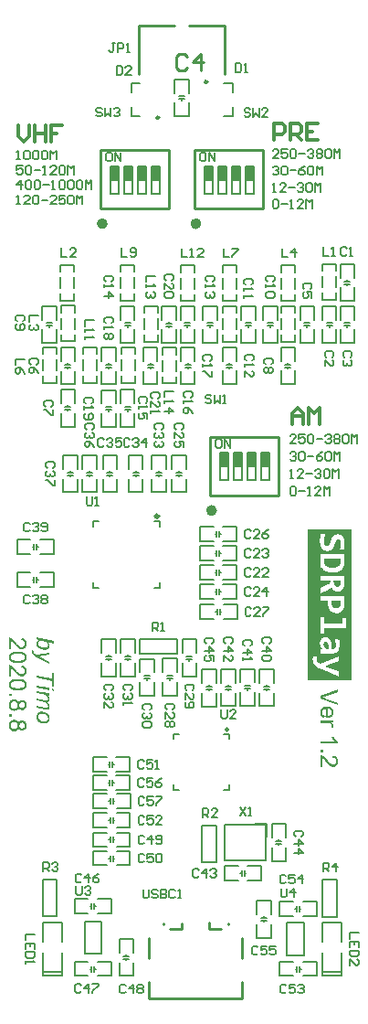
<source format=gto>
G04*
G04 #@! TF.GenerationSoftware,Altium Limited,Altium Designer,18.1.9 (240)*
G04*
G04 Layer_Color=65535*
%FSLAX25Y25*%
%MOIN*%
G70*
G01*
G75*
%ADD10C,0.01968*%
%ADD11C,0.00984*%
%ADD12C,0.01181*%
%ADD13C,0.00800*%
%ADD14C,0.00600*%
%ADD15C,0.01000*%
%ADD16C,0.00591*%
%ADD17C,0.00700*%
%ADD18C,0.00787*%
%ADD19C,0.01200*%
%ADD20R,0.03000X0.05000*%
G36*
X164500Y171100D02*
Y116000D01*
X148600D01*
Y171100D01*
X164500D01*
D02*
G37*
G36*
X159706Y111984D02*
X155049Y110318D01*
X155042D01*
X155021Y110311D01*
X154993Y110298D01*
X154952Y110284D01*
X154903Y110270D01*
X154848Y110249D01*
X154785Y110228D01*
X154709Y110200D01*
X154549Y110152D01*
X154376Y110096D01*
X154188Y110041D01*
X154001Y109985D01*
X154008D01*
X154022Y109978D01*
X154057Y109971D01*
X154091Y109957D01*
X154140Y109944D01*
X154195Y109930D01*
X154258Y109909D01*
X154327Y109888D01*
X154487Y109839D01*
X154667Y109777D01*
X154855Y109708D01*
X155049Y109638D01*
X159706Y107910D01*
Y107050D01*
X153300Y109548D01*
Y110422D01*
X159706Y112907D01*
Y111984D01*
D02*
G37*
G36*
X155687Y106640D02*
X155771D01*
X155868Y106626D01*
X155979Y106612D01*
X156111Y106598D01*
X156243Y106571D01*
X156388Y106543D01*
X156534Y106501D01*
X156687Y106453D01*
X156839Y106397D01*
X156985Y106328D01*
X157131Y106245D01*
X157270Y106154D01*
X157395Y106050D01*
X157402Y106043D01*
X157422Y106023D01*
X157457Y105988D01*
X157499Y105939D01*
X157547Y105884D01*
X157603Y105807D01*
X157658Y105724D01*
X157721Y105627D01*
X157783Y105523D01*
X157839Y105405D01*
X157894Y105273D01*
X157943Y105134D01*
X157984Y104982D01*
X158019Y104829D01*
X158040Y104655D01*
X158047Y104482D01*
Y104440D01*
X158040Y104392D01*
Y104329D01*
X158026Y104246D01*
X158012Y104156D01*
X157991Y104051D01*
X157971Y103940D01*
X157936Y103823D01*
X157894Y103705D01*
X157839Y103573D01*
X157776Y103448D01*
X157707Y103323D01*
X157617Y103198D01*
X157519Y103073D01*
X157408Y102962D01*
X157402Y102955D01*
X157381Y102934D01*
X157346Y102906D01*
X157290Y102872D01*
X157228Y102823D01*
X157152Y102775D01*
X157054Y102719D01*
X156950Y102664D01*
X156833Y102615D01*
X156701Y102559D01*
X156555Y102511D01*
X156395Y102462D01*
X156222Y102427D01*
X156034Y102400D01*
X155840Y102379D01*
X155632Y102372D01*
X155618D01*
X155583D01*
X155514D01*
X155424Y102379D01*
Y105842D01*
X155417D01*
X155389D01*
X155347Y105835D01*
X155299Y105828D01*
X155229Y105821D01*
X155160Y105807D01*
X155077Y105793D01*
X154986Y105773D01*
X154799Y105717D01*
X154598Y105641D01*
X154508Y105592D01*
X154410Y105544D01*
X154327Y105481D01*
X154244Y105412D01*
X154237Y105405D01*
X154230Y105391D01*
X154209Y105370D01*
X154181Y105342D01*
X154154Y105301D01*
X154119Y105259D01*
X154077Y105203D01*
X154043Y105141D01*
X153966Y105002D01*
X153904Y104836D01*
X153876Y104745D01*
X153862Y104648D01*
X153848Y104544D01*
X153841Y104440D01*
Y104399D01*
X153848Y104371D01*
X153855Y104288D01*
X153869Y104183D01*
X153897Y104072D01*
X153938Y103947D01*
X153987Y103823D01*
X154063Y103705D01*
Y103698D01*
X154077Y103691D01*
X154105Y103656D01*
X154161Y103600D01*
X154244Y103531D01*
X154341Y103455D01*
X154473Y103371D01*
X154625Y103288D01*
X154799Y103219D01*
X154695Y102400D01*
X154688D01*
X154660Y102407D01*
X154625Y102421D01*
X154577Y102441D01*
X154515Y102462D01*
X154445Y102490D01*
X154369Y102525D01*
X154286Y102559D01*
X154112Y102657D01*
X153925Y102781D01*
X153834Y102858D01*
X153744Y102934D01*
X153661Y103017D01*
X153585Y103115D01*
X153578Y103121D01*
X153571Y103135D01*
X153550Y103170D01*
X153522Y103205D01*
X153494Y103260D01*
X153460Y103323D01*
X153425Y103392D01*
X153390Y103475D01*
X153356Y103566D01*
X153321Y103670D01*
X153286Y103774D01*
X153258Y103892D01*
X153231Y104017D01*
X153210Y104149D01*
X153203Y104294D01*
X153196Y104440D01*
Y104482D01*
X153203Y104537D01*
Y104607D01*
X153217Y104697D01*
X153231Y104794D01*
X153251Y104905D01*
X153272Y105023D01*
X153307Y105148D01*
X153349Y105280D01*
X153397Y105419D01*
X153460Y105551D01*
X153529Y105689D01*
X153612Y105814D01*
X153709Y105939D01*
X153821Y106057D01*
X153827Y106064D01*
X153848Y106085D01*
X153883Y106113D01*
X153938Y106147D01*
X154001Y106196D01*
X154077Y106245D01*
X154167Y106300D01*
X154272Y106349D01*
X154390Y106404D01*
X154521Y106460D01*
X154667Y106508D01*
X154827Y106557D01*
X154993Y106591D01*
X155174Y106619D01*
X155368Y106640D01*
X155576Y106647D01*
X155590D01*
X155625D01*
X155687Y106640D01*
D02*
G37*
G36*
X157943Y100706D02*
X157242D01*
X157256Y100692D01*
X157284Y100679D01*
X157311Y100658D01*
X157402Y100609D01*
X157499Y100540D01*
X157610Y100463D01*
X157721Y100380D01*
X157811Y100297D01*
X157853Y100248D01*
X157887Y100207D01*
X157894Y100193D01*
X157915Y100165D01*
X157936Y100117D01*
X157971Y100061D01*
X157998Y99985D01*
X158019Y99901D01*
X158040Y99804D01*
X158047Y99707D01*
Y99665D01*
X158040Y99638D01*
Y99603D01*
X158033Y99561D01*
X158012Y99457D01*
X157984Y99332D01*
X157936Y99200D01*
X157873Y99048D01*
X157790Y98895D01*
X157062Y99173D01*
X157068Y99187D01*
X157089Y99221D01*
X157117Y99277D01*
X157152Y99353D01*
X157179Y99436D01*
X157207Y99534D01*
X157228Y99638D01*
X157235Y99749D01*
Y99790D01*
X157228Y99839D01*
X157214Y99901D01*
X157193Y99978D01*
X157166Y100054D01*
X157131Y100130D01*
X157075Y100214D01*
X157068Y100221D01*
X157048Y100248D01*
X157013Y100283D01*
X156964Y100325D01*
X156902Y100373D01*
X156833Y100422D01*
X156742Y100463D01*
X156645Y100505D01*
X156638D01*
X156624Y100512D01*
X156603Y100519D01*
X156576Y100526D01*
X156534Y100533D01*
X156485Y100547D01*
X156374Y100568D01*
X156236Y100588D01*
X156083Y100609D01*
X155909Y100623D01*
X155729Y100630D01*
X153300D01*
Y101414D01*
X157943D01*
Y100706D01*
D02*
G37*
G36*
X158123Y95557D02*
X158130Y95536D01*
X158151Y95501D01*
X158172Y95453D01*
X158200Y95397D01*
X158241Y95328D01*
X158283Y95252D01*
X158325Y95175D01*
X158436Y94995D01*
X158568Y94801D01*
X158706Y94599D01*
X158866Y94412D01*
X158873Y94405D01*
X158887Y94391D01*
X158907Y94363D01*
X158942Y94329D01*
X158984Y94294D01*
X159026Y94245D01*
X159143Y94141D01*
X159268Y94023D01*
X159414Y93905D01*
X159567Y93801D01*
X159726Y93711D01*
Y93204D01*
X153300D01*
Y93989D01*
X158304D01*
X158290Y94002D01*
X158255Y94037D01*
X158207Y94099D01*
X158137Y94190D01*
X158054Y94294D01*
X157964Y94426D01*
X157867Y94572D01*
X157762Y94738D01*
Y94745D01*
X157748Y94759D01*
X157735Y94780D01*
X157721Y94814D01*
X157693Y94856D01*
X157672Y94905D01*
X157610Y95016D01*
X157547Y95140D01*
X157478Y95279D01*
X157415Y95425D01*
X157360Y95564D01*
X158116D01*
X158123Y95557D01*
D02*
G37*
G36*
X154195Y89852D02*
X153300D01*
Y90747D01*
X154195D01*
Y89852D01*
D02*
G37*
G36*
X153473Y88804D02*
X153557Y88797D01*
X153647Y88777D01*
X153744Y88756D01*
X153841Y88721D01*
X153848D01*
X153862Y88714D01*
X153883Y88707D01*
X153918Y88693D01*
X153952Y88673D01*
X154001Y88652D01*
X154112Y88596D01*
X154244Y88527D01*
X154390Y88437D01*
X154542Y88332D01*
X154695Y88208D01*
X154702Y88200D01*
X154716Y88194D01*
X154737Y88173D01*
X154771Y88138D01*
X154806Y88103D01*
X154855Y88055D01*
X154910Y88006D01*
X154973Y87944D01*
X155042Y87874D01*
X155111Y87798D01*
X155195Y87715D01*
X155278Y87618D01*
X155368Y87520D01*
X155458Y87409D01*
X155555Y87298D01*
X155660Y87173D01*
X155666Y87160D01*
X155701Y87125D01*
X155743Y87076D01*
X155805Y87007D01*
X155875Y86924D01*
X155958Y86826D01*
X156048Y86715D01*
X156152Y86604D01*
X156368Y86368D01*
X156597Y86139D01*
X156708Y86028D01*
X156819Y85924D01*
X156923Y85834D01*
X157020Y85758D01*
X157027Y85751D01*
X157041Y85744D01*
X157068Y85723D01*
X157103Y85702D01*
X157152Y85667D01*
X157200Y85640D01*
X157325Y85570D01*
X157471Y85501D01*
X157631Y85438D01*
X157797Y85397D01*
X157880Y85390D01*
X157964Y85383D01*
X157971D01*
X157984D01*
X158012D01*
X158040Y85390D01*
X158082D01*
X158130Y85404D01*
X158234Y85425D01*
X158359Y85466D01*
X158491Y85529D01*
X158561Y85563D01*
X158623Y85612D01*
X158685Y85660D01*
X158748Y85723D01*
X158755Y85730D01*
X158762Y85737D01*
X158776Y85758D01*
X158797Y85785D01*
X158824Y85820D01*
X158852Y85862D01*
X158914Y85959D01*
X158970Y86091D01*
X159026Y86237D01*
X159060Y86410D01*
X159074Y86507D01*
Y86660D01*
X159067Y86702D01*
Y86750D01*
X159053Y86806D01*
X159032Y86931D01*
X158991Y87076D01*
X158928Y87229D01*
X158887Y87305D01*
X158845Y87382D01*
X158790Y87451D01*
X158727Y87520D01*
X158720Y87527D01*
X158713Y87534D01*
X158692Y87548D01*
X158665Y87576D01*
X158630Y87597D01*
X158588Y87625D01*
X158540Y87659D01*
X158484Y87687D01*
X158422Y87722D01*
X158352Y87749D01*
X158186Y87805D01*
X158005Y87847D01*
X157901Y87853D01*
X157790Y87861D01*
X157873Y88665D01*
X157887D01*
X157915Y88659D01*
X157957Y88652D01*
X158019Y88645D01*
X158096Y88631D01*
X158186Y88610D01*
X158283Y88589D01*
X158387Y88555D01*
X158491Y88520D01*
X158609Y88478D01*
X158720Y88423D01*
X158831Y88367D01*
X158949Y88298D01*
X159053Y88221D01*
X159157Y88138D01*
X159248Y88041D01*
X159255Y88034D01*
X159268Y88013D01*
X159289Y87985D01*
X159324Y87944D01*
X159359Y87888D01*
X159400Y87819D01*
X159442Y87743D01*
X159491Y87652D01*
X159532Y87555D01*
X159574Y87444D01*
X159615Y87326D01*
X159650Y87194D01*
X159685Y87055D01*
X159706Y86910D01*
X159720Y86750D01*
X159726Y86584D01*
Y86493D01*
X159720Y86431D01*
X159713Y86355D01*
X159699Y86264D01*
X159685Y86160D01*
X159664Y86056D01*
X159636Y85938D01*
X159601Y85820D01*
X159560Y85695D01*
X159511Y85577D01*
X159449Y85452D01*
X159379Y85334D01*
X159303Y85223D01*
X159213Y85119D01*
X159206Y85112D01*
X159192Y85098D01*
X159157Y85071D01*
X159123Y85036D01*
X159074Y84994D01*
X159012Y84946D01*
X158942Y84897D01*
X158859Y84848D01*
X158776Y84800D01*
X158678Y84751D01*
X158574Y84703D01*
X158463Y84661D01*
X158338Y84626D01*
X158213Y84599D01*
X158082Y84585D01*
X157943Y84578D01*
X157936D01*
X157929D01*
X157908D01*
X157880D01*
X157804Y84585D01*
X157707Y84599D01*
X157589Y84619D01*
X157464Y84647D01*
X157325Y84682D01*
X157186Y84737D01*
X157179D01*
X157173Y84744D01*
X157152Y84751D01*
X157124Y84765D01*
X157048Y84807D01*
X156950Y84862D01*
X156833Y84939D01*
X156701Y85029D01*
X156562Y85133D01*
X156409Y85265D01*
X156402Y85272D01*
X156388Y85279D01*
X156368Y85307D01*
X156333Y85334D01*
X156291Y85376D01*
X156243Y85425D01*
X156180Y85480D01*
X156118Y85549D01*
X156041Y85633D01*
X155958Y85723D01*
X155861Y85820D01*
X155764Y85931D01*
X155653Y86049D01*
X155542Y86181D01*
X155417Y86327D01*
X155285Y86479D01*
X155278Y86486D01*
X155257Y86507D01*
X155229Y86549D01*
X155188Y86590D01*
X155139Y86653D01*
X155084Y86715D01*
X154959Y86861D01*
X154827Y87014D01*
X154688Y87160D01*
X154625Y87229D01*
X154570Y87291D01*
X154515Y87347D01*
X154473Y87389D01*
X154466Y87396D01*
X154438Y87423D01*
X154396Y87458D01*
X154341Y87507D01*
X154279Y87562D01*
X154209Y87618D01*
X154057Y87729D01*
Y84571D01*
X153300D01*
Y88811D01*
X153314D01*
X153349D01*
X153404D01*
X153473Y88804D01*
D02*
G37*
G36*
X39773Y131693D02*
X39857Y131686D01*
X39947Y131665D01*
X40044Y131644D01*
X40141Y131610D01*
X40148D01*
X40162Y131603D01*
X40183Y131596D01*
X40218Y131582D01*
X40252Y131561D01*
X40301Y131540D01*
X40412Y131485D01*
X40544Y131415D01*
X40690Y131325D01*
X40842Y131221D01*
X40995Y131096D01*
X41002Y131089D01*
X41016Y131082D01*
X41037Y131061D01*
X41071Y131027D01*
X41106Y130992D01*
X41155Y130944D01*
X41210Y130895D01*
X41273Y130833D01*
X41342Y130763D01*
X41411Y130687D01*
X41495Y130604D01*
X41578Y130506D01*
X41668Y130409D01*
X41758Y130298D01*
X41855Y130187D01*
X41960Y130062D01*
X41967Y130048D01*
X42001Y130014D01*
X42043Y129965D01*
X42105Y129896D01*
X42175Y129812D01*
X42258Y129715D01*
X42348Y129604D01*
X42452Y129493D01*
X42667Y129257D01*
X42897Y129028D01*
X43007Y128917D01*
X43119Y128813D01*
X43223Y128723D01*
X43320Y128646D01*
X43327Y128639D01*
X43341Y128632D01*
X43368Y128612D01*
X43403Y128591D01*
X43452Y128556D01*
X43500Y128528D01*
X43625Y128459D01*
X43771Y128390D01*
X43931Y128327D01*
X44097Y128286D01*
X44180Y128279D01*
X44264Y128272D01*
X44271D01*
X44284D01*
X44312D01*
X44340Y128279D01*
X44382D01*
X44430Y128293D01*
X44534Y128313D01*
X44659Y128355D01*
X44791Y128417D01*
X44861Y128452D01*
X44923Y128501D01*
X44985Y128549D01*
X45048Y128612D01*
X45055Y128619D01*
X45062Y128626D01*
X45076Y128646D01*
X45096Y128674D01*
X45124Y128709D01*
X45152Y128751D01*
X45215Y128848D01*
X45270Y128980D01*
X45325Y129125D01*
X45360Y129299D01*
X45374Y129396D01*
Y129549D01*
X45367Y129590D01*
Y129639D01*
X45353Y129694D01*
X45332Y129819D01*
X45291Y129965D01*
X45228Y130118D01*
X45187Y130194D01*
X45145Y130270D01*
X45090Y130340D01*
X45027Y130409D01*
X45020Y130416D01*
X45013Y130423D01*
X44992Y130437D01*
X44965Y130465D01*
X44930Y130485D01*
X44888Y130513D01*
X44840Y130548D01*
X44784Y130576D01*
X44722Y130610D01*
X44652Y130638D01*
X44486Y130694D01*
X44305Y130735D01*
X44201Y130742D01*
X44090Y130749D01*
X44173Y131554D01*
X44187D01*
X44215Y131547D01*
X44257Y131540D01*
X44319Y131533D01*
X44396Y131520D01*
X44486Y131499D01*
X44583Y131478D01*
X44687Y131443D01*
X44791Y131409D01*
X44909Y131367D01*
X45020Y131311D01*
X45131Y131256D01*
X45249Y131186D01*
X45353Y131110D01*
X45457Y131027D01*
X45548Y130930D01*
X45555Y130923D01*
X45568Y130902D01*
X45589Y130874D01*
X45624Y130833D01*
X45659Y130777D01*
X45700Y130708D01*
X45742Y130631D01*
X45790Y130541D01*
X45832Y130444D01*
X45874Y130333D01*
X45915Y130215D01*
X45950Y130083D01*
X45985Y129944D01*
X46006Y129798D01*
X46020Y129639D01*
X46026Y129472D01*
Y129382D01*
X46020Y129320D01*
X46013Y129243D01*
X45999Y129153D01*
X45985Y129049D01*
X45964Y128945D01*
X45936Y128827D01*
X45902Y128709D01*
X45860Y128584D01*
X45811Y128466D01*
X45749Y128341D01*
X45679Y128223D01*
X45603Y128112D01*
X45513Y128008D01*
X45506Y128001D01*
X45492Y127987D01*
X45457Y127959D01*
X45423Y127925D01*
X45374Y127883D01*
X45312Y127834D01*
X45242Y127786D01*
X45159Y127737D01*
X45076Y127689D01*
X44978Y127640D01*
X44874Y127592D01*
X44763Y127550D01*
X44638Y127515D01*
X44513Y127487D01*
X44382Y127473D01*
X44243Y127467D01*
X44236D01*
X44229D01*
X44208D01*
X44180D01*
X44104Y127473D01*
X44007Y127487D01*
X43889Y127508D01*
X43764Y127536D01*
X43625Y127571D01*
X43486Y127626D01*
X43479D01*
X43472Y127633D01*
X43452Y127640D01*
X43424Y127654D01*
X43348Y127696D01*
X43250Y127751D01*
X43132Y127828D01*
X43001Y127918D01*
X42862Y128022D01*
X42709Y128154D01*
X42702Y128161D01*
X42688Y128167D01*
X42667Y128195D01*
X42633Y128223D01*
X42591Y128265D01*
X42543Y128313D01*
X42480Y128369D01*
X42418Y128438D01*
X42341Y128522D01*
X42258Y128612D01*
X42161Y128709D01*
X42064Y128820D01*
X41953Y128938D01*
X41842Y129070D01*
X41717Y129216D01*
X41585Y129368D01*
X41578Y129375D01*
X41557Y129396D01*
X41529Y129438D01*
X41488Y129479D01*
X41439Y129542D01*
X41384Y129604D01*
X41259Y129750D01*
X41127Y129903D01*
X40988Y130048D01*
X40925Y130118D01*
X40870Y130180D01*
X40815Y130236D01*
X40773Y130277D01*
X40766Y130284D01*
X40738Y130312D01*
X40696Y130347D01*
X40641Y130395D01*
X40578Y130451D01*
X40509Y130506D01*
X40356Y130617D01*
Y127460D01*
X39600D01*
Y131700D01*
X39614D01*
X39649D01*
X39704D01*
X39773Y131693D01*
D02*
G37*
G36*
X42945Y126606D02*
X43042D01*
X43153Y126599D01*
X43278Y126592D01*
X43410Y126585D01*
X43556Y126571D01*
X43701Y126558D01*
X44007Y126516D01*
X44305Y126460D01*
X44451Y126426D01*
X44583Y126384D01*
X44590D01*
X44611Y126370D01*
X44652Y126356D01*
X44701Y126342D01*
X44756Y126315D01*
X44826Y126287D01*
X44895Y126252D01*
X44978Y126210D01*
X45152Y126113D01*
X45325Y125988D01*
X45499Y125850D01*
X45575Y125773D01*
X45652Y125690D01*
X45659Y125683D01*
X45666Y125669D01*
X45686Y125641D01*
X45707Y125607D01*
X45742Y125565D01*
X45770Y125510D01*
X45804Y125447D01*
X45839Y125371D01*
X45874Y125294D01*
X45908Y125204D01*
X45943Y125107D01*
X45971Y125010D01*
X45992Y124899D01*
X46013Y124781D01*
X46020Y124656D01*
X46026Y124531D01*
Y124448D01*
X46020Y124399D01*
X46013Y124351D01*
X45999Y124226D01*
X45978Y124087D01*
X45936Y123934D01*
X45888Y123782D01*
X45818Y123629D01*
Y123622D01*
X45811Y123608D01*
X45797Y123587D01*
X45777Y123559D01*
X45735Y123490D01*
X45666Y123400D01*
X45582Y123296D01*
X45478Y123192D01*
X45353Y123081D01*
X45215Y122983D01*
X45208D01*
X45194Y122969D01*
X45173Y122962D01*
X45145Y122942D01*
X45110Y122921D01*
X45062Y122893D01*
X45006Y122872D01*
X44951Y122838D01*
X44812Y122775D01*
X44652Y122713D01*
X44465Y122643D01*
X44264Y122588D01*
X44257D01*
X44236Y122581D01*
X44208Y122574D01*
X44160Y122567D01*
X44104Y122553D01*
X44035Y122539D01*
X43958Y122525D01*
X43868Y122511D01*
X43764Y122504D01*
X43653Y122491D01*
X43528Y122477D01*
X43396Y122463D01*
X43250Y122456D01*
X43098Y122449D01*
X42931Y122442D01*
X42758D01*
X42744D01*
X42709D01*
X42647D01*
X42570D01*
X42473Y122449D01*
X42369Y122456D01*
X42244Y122463D01*
X42112Y122470D01*
X41967Y122484D01*
X41821Y122498D01*
X41515Y122539D01*
X41217Y122602D01*
X41071Y122636D01*
X40939Y122678D01*
X40933D01*
X40912Y122692D01*
X40870Y122699D01*
X40828Y122720D01*
X40766Y122747D01*
X40703Y122775D01*
X40627Y122810D01*
X40544Y122852D01*
X40370Y122949D01*
X40197Y123067D01*
X40023Y123205D01*
X39947Y123289D01*
X39871Y123372D01*
X39864Y123379D01*
X39857Y123393D01*
X39836Y123421D01*
X39815Y123455D01*
X39787Y123497D01*
X39753Y123552D01*
X39718Y123615D01*
X39683Y123691D01*
X39649Y123768D01*
X39614Y123858D01*
X39586Y123948D01*
X39551Y124052D01*
X39531Y124163D01*
X39510Y124281D01*
X39503Y124399D01*
X39496Y124531D01*
Y124573D01*
X39503Y124621D01*
X39510Y124684D01*
X39517Y124760D01*
X39531Y124850D01*
X39551Y124947D01*
X39579Y125058D01*
X39614Y125170D01*
X39656Y125287D01*
X39711Y125412D01*
X39773Y125530D01*
X39850Y125648D01*
X39940Y125766D01*
X40037Y125877D01*
X40155Y125981D01*
X40162Y125988D01*
X40190Y126009D01*
X40238Y126037D01*
X40308Y126079D01*
X40398Y126127D01*
X40502Y126183D01*
X40634Y126238D01*
X40780Y126294D01*
X40953Y126356D01*
X41141Y126412D01*
X41356Y126467D01*
X41592Y126516D01*
X41849Y126558D01*
X42126Y126585D01*
X42432Y126606D01*
X42758Y126613D01*
X42772D01*
X42806D01*
X42869D01*
X42945Y126606D01*
D02*
G37*
G36*
X39773Y121741D02*
X39857Y121734D01*
X39947Y121713D01*
X40044Y121693D01*
X40141Y121658D01*
X40148D01*
X40162Y121651D01*
X40183Y121644D01*
X40218Y121630D01*
X40252Y121609D01*
X40301Y121588D01*
X40412Y121533D01*
X40544Y121464D01*
X40690Y121373D01*
X40842Y121269D01*
X40995Y121144D01*
X41002Y121137D01*
X41016Y121130D01*
X41037Y121110D01*
X41071Y121075D01*
X41106Y121040D01*
X41155Y120992D01*
X41210Y120943D01*
X41273Y120880D01*
X41342Y120811D01*
X41411Y120735D01*
X41495Y120651D01*
X41578Y120554D01*
X41668Y120457D01*
X41758Y120346D01*
X41855Y120235D01*
X41960Y120110D01*
X41967Y120096D01*
X42001Y120062D01*
X42043Y120013D01*
X42105Y119944D01*
X42175Y119860D01*
X42258Y119763D01*
X42348Y119652D01*
X42452Y119541D01*
X42667Y119305D01*
X42897Y119076D01*
X43007Y118965D01*
X43119Y118861D01*
X43223Y118771D01*
X43320Y118694D01*
X43327Y118687D01*
X43341Y118681D01*
X43368Y118660D01*
X43403Y118639D01*
X43452Y118604D01*
X43500Y118577D01*
X43625Y118507D01*
X43771Y118438D01*
X43931Y118375D01*
X44097Y118334D01*
X44180Y118327D01*
X44264Y118320D01*
X44271D01*
X44284D01*
X44312D01*
X44340Y118327D01*
X44382D01*
X44430Y118341D01*
X44534Y118361D01*
X44659Y118403D01*
X44791Y118465D01*
X44861Y118500D01*
X44923Y118549D01*
X44985Y118597D01*
X45048Y118660D01*
X45055Y118667D01*
X45062Y118674D01*
X45076Y118694D01*
X45096Y118722D01*
X45124Y118757D01*
X45152Y118798D01*
X45215Y118896D01*
X45270Y119028D01*
X45325Y119173D01*
X45360Y119347D01*
X45374Y119444D01*
Y119597D01*
X45367Y119638D01*
Y119687D01*
X45353Y119742D01*
X45332Y119867D01*
X45291Y120013D01*
X45228Y120166D01*
X45187Y120242D01*
X45145Y120318D01*
X45090Y120388D01*
X45027Y120457D01*
X45020Y120464D01*
X45013Y120471D01*
X44992Y120485D01*
X44965Y120513D01*
X44930Y120534D01*
X44888Y120561D01*
X44840Y120596D01*
X44784Y120624D01*
X44722Y120659D01*
X44652Y120686D01*
X44486Y120742D01*
X44305Y120783D01*
X44201Y120790D01*
X44090Y120797D01*
X44173Y121602D01*
X44187D01*
X44215Y121595D01*
X44257Y121588D01*
X44319Y121581D01*
X44396Y121568D01*
X44486Y121547D01*
X44583Y121526D01*
X44687Y121491D01*
X44791Y121457D01*
X44909Y121415D01*
X45020Y121359D01*
X45131Y121304D01*
X45249Y121235D01*
X45353Y121158D01*
X45457Y121075D01*
X45548Y120978D01*
X45555Y120971D01*
X45568Y120950D01*
X45589Y120922D01*
X45624Y120880D01*
X45659Y120825D01*
X45700Y120756D01*
X45742Y120679D01*
X45790Y120589D01*
X45832Y120492D01*
X45874Y120381D01*
X45915Y120263D01*
X45950Y120131D01*
X45985Y119992D01*
X46006Y119846D01*
X46020Y119687D01*
X46026Y119520D01*
Y119430D01*
X46020Y119368D01*
X46013Y119291D01*
X45999Y119201D01*
X45985Y119097D01*
X45964Y118993D01*
X45936Y118875D01*
X45902Y118757D01*
X45860Y118632D01*
X45811Y118514D01*
X45749Y118389D01*
X45679Y118271D01*
X45603Y118160D01*
X45513Y118056D01*
X45506Y118049D01*
X45492Y118035D01*
X45457Y118007D01*
X45423Y117973D01*
X45374Y117931D01*
X45312Y117883D01*
X45242Y117834D01*
X45159Y117785D01*
X45076Y117737D01*
X44978Y117688D01*
X44874Y117640D01*
X44763Y117598D01*
X44638Y117563D01*
X44513Y117535D01*
X44382Y117522D01*
X44243Y117515D01*
X44236D01*
X44229D01*
X44208D01*
X44180D01*
X44104Y117522D01*
X44007Y117535D01*
X43889Y117556D01*
X43764Y117584D01*
X43625Y117619D01*
X43486Y117674D01*
X43479D01*
X43472Y117681D01*
X43452Y117688D01*
X43424Y117702D01*
X43348Y117744D01*
X43250Y117799D01*
X43132Y117876D01*
X43001Y117966D01*
X42862Y118070D01*
X42709Y118202D01*
X42702Y118209D01*
X42688Y118216D01*
X42667Y118243D01*
X42633Y118271D01*
X42591Y118313D01*
X42543Y118361D01*
X42480Y118417D01*
X42418Y118486D01*
X42341Y118570D01*
X42258Y118660D01*
X42161Y118757D01*
X42064Y118868D01*
X41953Y118986D01*
X41842Y119118D01*
X41717Y119264D01*
X41585Y119416D01*
X41578Y119423D01*
X41557Y119444D01*
X41529Y119486D01*
X41488Y119527D01*
X41439Y119590D01*
X41384Y119652D01*
X41259Y119798D01*
X41127Y119951D01*
X40988Y120096D01*
X40925Y120166D01*
X40870Y120228D01*
X40815Y120284D01*
X40773Y120325D01*
X40766Y120332D01*
X40738Y120360D01*
X40696Y120395D01*
X40641Y120443D01*
X40578Y120499D01*
X40509Y120554D01*
X40356Y120665D01*
Y117508D01*
X39600D01*
Y121748D01*
X39614D01*
X39649D01*
X39704D01*
X39773Y121741D01*
D02*
G37*
G36*
X42945Y116654D02*
X43042D01*
X43153Y116647D01*
X43278Y116640D01*
X43410Y116633D01*
X43556Y116619D01*
X43701Y116605D01*
X44007Y116564D01*
X44305Y116508D01*
X44451Y116474D01*
X44583Y116432D01*
X44590D01*
X44611Y116418D01*
X44652Y116404D01*
X44701Y116390D01*
X44756Y116363D01*
X44826Y116335D01*
X44895Y116300D01*
X44978Y116259D01*
X45152Y116161D01*
X45325Y116036D01*
X45499Y115898D01*
X45575Y115821D01*
X45652Y115738D01*
X45659Y115731D01*
X45666Y115717D01*
X45686Y115689D01*
X45707Y115655D01*
X45742Y115613D01*
X45770Y115558D01*
X45804Y115495D01*
X45839Y115419D01*
X45874Y115342D01*
X45908Y115252D01*
X45943Y115155D01*
X45971Y115058D01*
X45992Y114947D01*
X46013Y114829D01*
X46020Y114704D01*
X46026Y114579D01*
Y114496D01*
X46020Y114447D01*
X46013Y114399D01*
X45999Y114274D01*
X45978Y114135D01*
X45936Y113982D01*
X45888Y113830D01*
X45818Y113677D01*
Y113670D01*
X45811Y113656D01*
X45797Y113635D01*
X45777Y113607D01*
X45735Y113538D01*
X45666Y113448D01*
X45582Y113344D01*
X45478Y113240D01*
X45353Y113129D01*
X45215Y113031D01*
X45208D01*
X45194Y113017D01*
X45173Y113011D01*
X45145Y112990D01*
X45110Y112969D01*
X45062Y112941D01*
X45006Y112920D01*
X44951Y112886D01*
X44812Y112823D01*
X44652Y112761D01*
X44465Y112691D01*
X44264Y112636D01*
X44257D01*
X44236Y112629D01*
X44208Y112622D01*
X44160Y112615D01*
X44104Y112601D01*
X44035Y112587D01*
X43958Y112573D01*
X43868Y112559D01*
X43764Y112552D01*
X43653Y112539D01*
X43528Y112525D01*
X43396Y112511D01*
X43250Y112504D01*
X43098Y112497D01*
X42931Y112490D01*
X42758D01*
X42744D01*
X42709D01*
X42647D01*
X42570D01*
X42473Y112497D01*
X42369Y112504D01*
X42244Y112511D01*
X42112Y112518D01*
X41967Y112532D01*
X41821Y112546D01*
X41515Y112587D01*
X41217Y112650D01*
X41071Y112684D01*
X40939Y112726D01*
X40933D01*
X40912Y112740D01*
X40870Y112747D01*
X40828Y112768D01*
X40766Y112795D01*
X40703Y112823D01*
X40627Y112858D01*
X40544Y112899D01*
X40370Y112997D01*
X40197Y113115D01*
X40023Y113253D01*
X39947Y113337D01*
X39871Y113420D01*
X39864Y113427D01*
X39857Y113441D01*
X39836Y113469D01*
X39815Y113503D01*
X39787Y113545D01*
X39753Y113601D01*
X39718Y113663D01*
X39683Y113739D01*
X39649Y113816D01*
X39614Y113906D01*
X39586Y113996D01*
X39551Y114100D01*
X39531Y114211D01*
X39510Y114329D01*
X39503Y114447D01*
X39496Y114579D01*
Y114621D01*
X39503Y114669D01*
X39510Y114732D01*
X39517Y114808D01*
X39531Y114898D01*
X39551Y114995D01*
X39579Y115106D01*
X39614Y115217D01*
X39656Y115336D01*
X39711Y115460D01*
X39773Y115578D01*
X39850Y115696D01*
X39940Y115814D01*
X40037Y115925D01*
X40155Y116030D01*
X40162Y116036D01*
X40190Y116057D01*
X40238Y116085D01*
X40308Y116127D01*
X40398Y116175D01*
X40502Y116231D01*
X40634Y116286D01*
X40780Y116342D01*
X40953Y116404D01*
X41141Y116460D01*
X41356Y116515D01*
X41592Y116564D01*
X41849Y116605D01*
X42126Y116633D01*
X42432Y116654D01*
X42758Y116661D01*
X42772D01*
X42806D01*
X42869D01*
X42945Y116654D01*
D02*
G37*
G36*
X40495Y110353D02*
X39600D01*
Y111248D01*
X40495D01*
Y110353D01*
D02*
G37*
G36*
X41557Y109207D02*
X41613D01*
X41675Y109201D01*
X41745Y109187D01*
X41821Y109173D01*
X41980Y109138D01*
X42154Y109082D01*
X42327Y109006D01*
X42411Y108958D01*
X42494Y108902D01*
X42501Y108895D01*
X42515Y108888D01*
X42536Y108867D01*
X42563Y108840D01*
X42598Y108812D01*
X42633Y108770D01*
X42681Y108722D01*
X42723Y108666D01*
X42820Y108541D01*
X42917Y108388D01*
X43001Y108208D01*
X43070Y108000D01*
Y108007D01*
X43077Y108021D01*
X43091Y108048D01*
X43105Y108076D01*
X43119Y108118D01*
X43146Y108167D01*
X43202Y108271D01*
X43271Y108388D01*
X43361Y108507D01*
X43459Y108624D01*
X43577Y108722D01*
X43584D01*
X43591Y108729D01*
X43611Y108742D01*
X43639Y108756D01*
X43709Y108798D01*
X43799Y108840D01*
X43917Y108881D01*
X44056Y108923D01*
X44208Y108951D01*
X44375Y108958D01*
X44382D01*
X44403D01*
X44444Y108951D01*
X44493D01*
X44548Y108944D01*
X44618Y108930D01*
X44694Y108916D01*
X44784Y108895D01*
X44874Y108867D01*
X44965Y108833D01*
X45062Y108798D01*
X45166Y108749D01*
X45263Y108687D01*
X45360Y108624D01*
X45457Y108548D01*
X45548Y108458D01*
X45555Y108451D01*
X45568Y108437D01*
X45589Y108409D01*
X45624Y108368D01*
X45659Y108319D01*
X45700Y108257D01*
X45742Y108187D01*
X45790Y108104D01*
X45832Y108014D01*
X45874Y107910D01*
X45915Y107806D01*
X45950Y107688D01*
X45985Y107556D01*
X46006Y107424D01*
X46020Y107278D01*
X46026Y107125D01*
Y107042D01*
X46020Y106987D01*
X46013Y106917D01*
X45999Y106834D01*
X45985Y106744D01*
X45964Y106640D01*
X45936Y106536D01*
X45908Y106424D01*
X45867Y106314D01*
X45818Y106202D01*
X45763Y106085D01*
X45693Y105980D01*
X45624Y105869D01*
X45534Y105772D01*
X45527Y105765D01*
X45513Y105751D01*
X45485Y105724D01*
X45450Y105689D01*
X45402Y105654D01*
X45346Y105613D01*
X45277Y105564D01*
X45208Y105515D01*
X45124Y105467D01*
X45034Y105418D01*
X44937Y105377D01*
X44833Y105342D01*
X44722Y105307D01*
X44604Y105279D01*
X44479Y105265D01*
X44354Y105259D01*
X44347D01*
X44333D01*
X44312D01*
X44278D01*
X44243Y105265D01*
X44194Y105272D01*
X44090Y105286D01*
X43972Y105314D01*
X43840Y105356D01*
X43709Y105418D01*
X43577Y105495D01*
X43570D01*
X43563Y105508D01*
X43521Y105536D01*
X43466Y105592D01*
X43389Y105668D01*
X43313Y105772D01*
X43223Y105890D01*
X43146Y106036D01*
X43070Y106202D01*
Y106195D01*
X43063Y106175D01*
X43049Y106147D01*
X43035Y106105D01*
X43014Y106057D01*
X42987Y106001D01*
X42917Y105869D01*
X42834Y105724D01*
X42723Y105578D01*
X42598Y105432D01*
X42445Y105307D01*
X42439Y105300D01*
X42425Y105293D01*
X42404Y105279D01*
X42369Y105259D01*
X42327Y105238D01*
X42279Y105210D01*
X42223Y105182D01*
X42161Y105148D01*
X42015Y105092D01*
X41842Y105043D01*
X41647Y105009D01*
X41543Y104995D01*
X41432D01*
X41425D01*
X41398D01*
X41356Y105002D01*
X41293D01*
X41224Y105016D01*
X41141Y105023D01*
X41050Y105043D01*
X40953Y105064D01*
X40842Y105099D01*
X40731Y105134D01*
X40620Y105182D01*
X40502Y105238D01*
X40384Y105307D01*
X40273Y105384D01*
X40155Y105474D01*
X40051Y105578D01*
X40044Y105585D01*
X40030Y105606D01*
X40003Y105640D01*
X39968Y105682D01*
X39919Y105744D01*
X39878Y105814D01*
X39822Y105897D01*
X39773Y105987D01*
X39725Y106091D01*
X39669Y106209D01*
X39628Y106334D01*
X39586Y106466D01*
X39544Y106612D01*
X39517Y106765D01*
X39503Y106931D01*
X39496Y107105D01*
Y107146D01*
X39503Y107195D01*
Y107264D01*
X39510Y107341D01*
X39524Y107438D01*
X39544Y107542D01*
X39565Y107653D01*
X39593Y107771D01*
X39635Y107896D01*
X39676Y108021D01*
X39732Y108153D01*
X39794Y108277D01*
X39871Y108402D01*
X39954Y108527D01*
X40051Y108638D01*
X40058Y108645D01*
X40079Y108666D01*
X40107Y108694D01*
X40155Y108729D01*
X40211Y108770D01*
X40273Y108819D01*
X40350Y108874D01*
X40440Y108923D01*
X40537Y108978D01*
X40641Y109034D01*
X40759Y109082D01*
X40877Y109124D01*
X41009Y109159D01*
X41155Y109187D01*
X41300Y109207D01*
X41453Y109214D01*
X41460D01*
X41481D01*
X41515D01*
X41557Y109207D01*
D02*
G37*
G36*
X40495Y102892D02*
X39600D01*
Y103787D01*
X40495D01*
Y102892D01*
D02*
G37*
G36*
X41557Y101747D02*
X41613D01*
X41675Y101740D01*
X41745Y101726D01*
X41821Y101712D01*
X41980Y101678D01*
X42154Y101622D01*
X42327Y101546D01*
X42411Y101497D01*
X42494Y101442D01*
X42501Y101435D01*
X42515Y101428D01*
X42536Y101407D01*
X42563Y101379D01*
X42598Y101351D01*
X42633Y101310D01*
X42681Y101261D01*
X42723Y101206D01*
X42820Y101081D01*
X42917Y100928D01*
X43001Y100748D01*
X43070Y100539D01*
Y100546D01*
X43077Y100560D01*
X43091Y100588D01*
X43105Y100616D01*
X43119Y100657D01*
X43146Y100706D01*
X43202Y100810D01*
X43271Y100928D01*
X43361Y101046D01*
X43459Y101164D01*
X43577Y101261D01*
X43584D01*
X43591Y101268D01*
X43611Y101282D01*
X43639Y101296D01*
X43709Y101338D01*
X43799Y101379D01*
X43917Y101421D01*
X44056Y101462D01*
X44208Y101490D01*
X44375Y101497D01*
X44382D01*
X44403D01*
X44444Y101490D01*
X44493D01*
X44548Y101483D01*
X44618Y101469D01*
X44694Y101455D01*
X44784Y101435D01*
X44874Y101407D01*
X44965Y101372D01*
X45062Y101338D01*
X45166Y101289D01*
X45263Y101226D01*
X45360Y101164D01*
X45457Y101088D01*
X45548Y100997D01*
X45555Y100990D01*
X45568Y100977D01*
X45589Y100949D01*
X45624Y100907D01*
X45659Y100859D01*
X45700Y100796D01*
X45742Y100727D01*
X45790Y100644D01*
X45832Y100553D01*
X45874Y100449D01*
X45915Y100345D01*
X45950Y100227D01*
X45985Y100095D01*
X46006Y99963D01*
X46020Y99818D01*
X46026Y99665D01*
Y99582D01*
X46020Y99526D01*
X46013Y99457D01*
X45999Y99374D01*
X45985Y99283D01*
X45964Y99179D01*
X45936Y99075D01*
X45908Y98964D01*
X45867Y98853D01*
X45818Y98742D01*
X45763Y98624D01*
X45693Y98520D01*
X45624Y98409D01*
X45534Y98312D01*
X45527Y98305D01*
X45513Y98291D01*
X45485Y98263D01*
X45450Y98228D01*
X45402Y98194D01*
X45346Y98152D01*
X45277Y98103D01*
X45208Y98055D01*
X45124Y98006D01*
X45034Y97958D01*
X44937Y97916D01*
X44833Y97881D01*
X44722Y97847D01*
X44604Y97819D01*
X44479Y97805D01*
X44354Y97798D01*
X44347D01*
X44333D01*
X44312D01*
X44278D01*
X44243Y97805D01*
X44194Y97812D01*
X44090Y97826D01*
X43972Y97854D01*
X43840Y97895D01*
X43709Y97958D01*
X43577Y98034D01*
X43570D01*
X43563Y98048D01*
X43521Y98076D01*
X43466Y98131D01*
X43389Y98208D01*
X43313Y98312D01*
X43223Y98430D01*
X43146Y98575D01*
X43070Y98742D01*
Y98735D01*
X43063Y98714D01*
X43049Y98686D01*
X43035Y98645D01*
X43014Y98596D01*
X42987Y98541D01*
X42917Y98409D01*
X42834Y98263D01*
X42723Y98117D01*
X42598Y97972D01*
X42445Y97847D01*
X42439Y97840D01*
X42425Y97833D01*
X42404Y97819D01*
X42369Y97798D01*
X42327Y97777D01*
X42279Y97750D01*
X42223Y97722D01*
X42161Y97687D01*
X42015Y97632D01*
X41842Y97583D01*
X41647Y97548D01*
X41543Y97534D01*
X41432D01*
X41425D01*
X41398D01*
X41356Y97541D01*
X41293D01*
X41224Y97555D01*
X41141Y97562D01*
X41050Y97583D01*
X40953Y97604D01*
X40842Y97638D01*
X40731Y97673D01*
X40620Y97722D01*
X40502Y97777D01*
X40384Y97847D01*
X40273Y97923D01*
X40155Y98013D01*
X40051Y98117D01*
X40044Y98124D01*
X40030Y98145D01*
X40003Y98180D01*
X39968Y98221D01*
X39919Y98284D01*
X39878Y98353D01*
X39822Y98437D01*
X39773Y98527D01*
X39725Y98631D01*
X39669Y98749D01*
X39628Y98874D01*
X39586Y99006D01*
X39544Y99151D01*
X39517Y99304D01*
X39503Y99471D01*
X39496Y99644D01*
Y99686D01*
X39503Y99734D01*
Y99804D01*
X39510Y99880D01*
X39524Y99977D01*
X39544Y100081D01*
X39565Y100192D01*
X39593Y100310D01*
X39635Y100435D01*
X39676Y100560D01*
X39732Y100692D01*
X39794Y100817D01*
X39871Y100942D01*
X39954Y101067D01*
X40051Y101178D01*
X40058Y101185D01*
X40079Y101206D01*
X40107Y101233D01*
X40155Y101268D01*
X40211Y101310D01*
X40273Y101358D01*
X40350Y101414D01*
X40440Y101462D01*
X40537Y101518D01*
X40641Y101574D01*
X40759Y101622D01*
X40877Y101664D01*
X41009Y101698D01*
X41155Y101726D01*
X41300Y101747D01*
X41453Y101754D01*
X41460D01*
X41481D01*
X41515D01*
X41557Y101747D01*
D02*
G37*
G36*
X56106Y130361D02*
Y129576D01*
X53815Y130055D01*
X53822Y130048D01*
X53829Y130041D01*
X53850Y130020D01*
X53871Y129993D01*
X53933Y129923D01*
X54003Y129833D01*
X54086Y129729D01*
X54162Y129618D01*
X54239Y129500D01*
X54301Y129389D01*
Y129382D01*
X54308Y129375D01*
X54322Y129340D01*
X54350Y129278D01*
X54378Y129202D01*
X54398Y129104D01*
X54426Y129000D01*
X54440Y128889D01*
X54447Y128771D01*
Y128709D01*
X54440Y128667D01*
X54433Y128612D01*
X54419Y128549D01*
X54405Y128473D01*
X54384Y128397D01*
X54364Y128320D01*
X54329Y128230D01*
X54287Y128140D01*
X54246Y128057D01*
X54183Y127966D01*
X54121Y127876D01*
X54044Y127793D01*
X53961Y127709D01*
X53954Y127703D01*
X53940Y127689D01*
X53913Y127668D01*
X53871Y127640D01*
X53822Y127612D01*
X53760Y127578D01*
X53684Y127536D01*
X53600Y127494D01*
X53510Y127460D01*
X53399Y127418D01*
X53288Y127383D01*
X53156Y127349D01*
X53024Y127328D01*
X52872Y127307D01*
X52712Y127293D01*
X52545Y127286D01*
X52539D01*
X52518D01*
X52483D01*
X52441D01*
X52386Y127293D01*
X52323D01*
X52254Y127300D01*
X52171Y127307D01*
X51997Y127328D01*
X51810Y127363D01*
X51609Y127404D01*
X51414Y127460D01*
X51407D01*
X51393Y127467D01*
X51366Y127480D01*
X51331Y127487D01*
X51289Y127508D01*
X51234Y127529D01*
X51116Y127578D01*
X50984Y127640D01*
X50838Y127709D01*
X50699Y127793D01*
X50561Y127883D01*
X50554D01*
X50547Y127897D01*
X50505Y127925D01*
X50443Y127973D01*
X50359Y128043D01*
X50276Y128119D01*
X50179Y128209D01*
X50089Y128306D01*
X50005Y128403D01*
X49998Y128417D01*
X49971Y128452D01*
X49936Y128501D01*
X49887Y128577D01*
X49839Y128660D01*
X49790Y128751D01*
X49742Y128855D01*
X49700Y128959D01*
X49693Y128973D01*
X49686Y129007D01*
X49665Y129063D01*
X49651Y129132D01*
X49631Y129216D01*
X49610Y129306D01*
X49603Y129403D01*
X49596Y129500D01*
Y129542D01*
X49603Y129576D01*
Y129611D01*
X49610Y129660D01*
X49624Y129764D01*
X49651Y129889D01*
X49693Y130020D01*
X49755Y130159D01*
X49832Y130291D01*
Y130298D01*
X49846Y130305D01*
X49880Y130347D01*
X49936Y130409D01*
X50012Y130485D01*
X50116Y130569D01*
X50248Y130659D01*
X50394Y130742D01*
X50568Y130819D01*
X49700Y131006D01*
Y131700D01*
X56106Y130361D01*
D02*
G37*
G36*
X48659Y126981D02*
Y126967D01*
X48645Y126939D01*
X48638Y126891D01*
X48624Y126828D01*
X48610Y126759D01*
X48597Y126682D01*
X48590Y126592D01*
X48583Y126509D01*
Y126467D01*
X48590Y126426D01*
X48597Y126370D01*
X48610Y126308D01*
X48631Y126245D01*
X48659Y126176D01*
X48694Y126120D01*
X48701Y126113D01*
X48722Y126085D01*
X48763Y126044D01*
X48819Y125995D01*
X48888Y125933D01*
X48985Y125864D01*
X49096Y125787D01*
X49235Y125704D01*
X49686Y125447D01*
X54343Y126217D01*
Y125440D01*
X51990Y125093D01*
X51983D01*
X51962Y125086D01*
X51921D01*
X51872Y125072D01*
X51810Y125065D01*
X51733Y125058D01*
X51650Y125045D01*
X51560Y125031D01*
X51456Y125017D01*
X51345Y125003D01*
X51109Y124975D01*
X50859Y124940D01*
X50602Y124913D01*
X54343Y122838D01*
Y122026D01*
X49089Y124975D01*
X49082Y124982D01*
X49055Y124996D01*
X49020Y125017D01*
X48964Y125045D01*
X48902Y125086D01*
X48832Y125128D01*
X48673Y125225D01*
X48499Y125343D01*
X48333Y125475D01*
X48256Y125537D01*
X48187Y125607D01*
X48125Y125669D01*
X48069Y125732D01*
Y125739D01*
X48055Y125745D01*
X48048Y125766D01*
X48028Y125787D01*
X47993Y125856D01*
X47944Y125954D01*
X47896Y126065D01*
X47861Y126197D01*
X47833Y126335D01*
X47819Y126495D01*
Y126544D01*
X47826Y126599D01*
X47833Y126669D01*
X47840Y126745D01*
X47861Y126835D01*
X47882Y126932D01*
X47916Y127029D01*
X48659Y126981D01*
D02*
G37*
G36*
X56106Y118806D02*
Y113718D01*
X55384Y113871D01*
Y115960D01*
X49700Y117147D01*
Y117993D01*
X55384Y116807D01*
Y118958D01*
X56106Y118806D01*
D02*
G37*
G36*
X54343Y113358D02*
Y112566D01*
X49700Y113538D01*
Y114322D01*
X54343Y113358D01*
D02*
G37*
G36*
X56106Y112983D02*
Y112199D01*
X55210Y112386D01*
Y113170D01*
X56106Y112983D01*
D02*
G37*
G36*
X54343Y111359D02*
Y110568D01*
X53572Y110734D01*
X53579Y110727D01*
X53593Y110713D01*
X53621Y110693D01*
X53656Y110658D01*
X53690Y110623D01*
X53739Y110575D01*
X53843Y110470D01*
X53954Y110346D01*
X54065Y110214D01*
X54169Y110075D01*
X54211Y110006D01*
X54253Y109943D01*
Y109936D01*
X54260Y109929D01*
X54273Y109908D01*
X54280Y109881D01*
X54315Y109811D01*
X54350Y109721D01*
X54384Y109603D01*
X54419Y109478D01*
X54440Y109339D01*
X54447Y109187D01*
Y109110D01*
X54433Y109034D01*
X54419Y108930D01*
X54391Y108819D01*
X54350Y108694D01*
X54287Y108576D01*
X54211Y108458D01*
X54197Y108444D01*
X54169Y108409D01*
X54114Y108361D01*
X54044Y108298D01*
X53954Y108236D01*
X53843Y108173D01*
X53718Y108118D01*
X53572Y108076D01*
X53579Y108069D01*
X53593Y108062D01*
X53614Y108042D01*
X53642Y108014D01*
X53725Y107944D01*
X53815Y107847D01*
X53926Y107736D01*
X54031Y107611D01*
X54135Y107479D01*
X54225Y107334D01*
Y107327D01*
X54232Y107313D01*
X54246Y107292D01*
X54260Y107264D01*
X54273Y107230D01*
X54294Y107188D01*
X54336Y107084D01*
X54378Y106959D01*
X54412Y106820D01*
X54440Y106667D01*
X54447Y106508D01*
Y106452D01*
X54440Y106411D01*
Y106362D01*
X54433Y106307D01*
X54412Y106182D01*
X54378Y106036D01*
X54329Y105890D01*
X54260Y105751D01*
X54169Y105633D01*
X54155Y105620D01*
X54121Y105585D01*
X54058Y105543D01*
X53968Y105488D01*
X53857Y105432D01*
X53725Y105391D01*
X53572Y105356D01*
X53392Y105342D01*
X53385D01*
X53350D01*
X53295Y105349D01*
X53225Y105356D01*
X53128Y105370D01*
X53003Y105384D01*
X52858Y105411D01*
X52684Y105446D01*
X49700Y106078D01*
Y106862D01*
X52767Y106223D01*
X52774D01*
X52781Y106216D01*
X52802D01*
X52830Y106209D01*
X52892Y106195D01*
X52976Y106182D01*
X53066Y106168D01*
X53149Y106154D01*
X53233Y106140D01*
X53302D01*
X53309D01*
X53337D01*
X53378Y106147D01*
X53434Y106161D01*
X53489Y106175D01*
X53552Y106202D01*
X53607Y106237D01*
X53663Y106286D01*
X53670Y106293D01*
X53684Y106314D01*
X53704Y106348D01*
X53732Y106390D01*
X53753Y106452D01*
X53774Y106522D01*
X53788Y106605D01*
X53795Y106695D01*
Y106758D01*
X53781Y106827D01*
X53767Y106917D01*
X53739Y107028D01*
X53704Y107146D01*
X53649Y107278D01*
X53579Y107417D01*
Y107424D01*
X53572Y107431D01*
X53559Y107452D01*
X53538Y107479D01*
X53496Y107542D01*
X53427Y107625D01*
X53350Y107722D01*
X53253Y107812D01*
X53142Y107910D01*
X53017Y107993D01*
X53010D01*
X53003Y108000D01*
X52983Y108014D01*
X52955Y108028D01*
X52913Y108042D01*
X52872Y108062D01*
X52816Y108090D01*
X52754Y108111D01*
X52684Y108139D01*
X52601Y108167D01*
X52518Y108194D01*
X52421Y108229D01*
X52316Y108257D01*
X52205Y108284D01*
X52080Y108319D01*
X51949Y108347D01*
X49700Y108819D01*
Y109603D01*
X52830Y108951D01*
X52837D01*
X52844D01*
X52886Y108937D01*
X52941Y108930D01*
X53003Y108916D01*
X53156Y108895D01*
X53225Y108881D01*
X53281D01*
X53288D01*
X53323D01*
X53364Y108888D01*
X53413Y108902D01*
X53468Y108916D01*
X53531Y108944D01*
X53593Y108978D01*
X53649Y109027D01*
X53656Y109034D01*
X53670Y109055D01*
X53697Y109082D01*
X53725Y109124D01*
X53746Y109180D01*
X53774Y109242D01*
X53788Y109312D01*
X53795Y109395D01*
Y109450D01*
X53781Y109520D01*
X53767Y109610D01*
X53739Y109714D01*
X53704Y109832D01*
X53649Y109964D01*
X53579Y110103D01*
Y110110D01*
X53572Y110117D01*
X53559Y110137D01*
X53538Y110165D01*
X53489Y110235D01*
X53427Y110318D01*
X53337Y110408D01*
X53239Y110512D01*
X53121Y110609D01*
X52983Y110706D01*
X52976D01*
X52962Y110713D01*
X52941Y110727D01*
X52913Y110741D01*
X52872Y110762D01*
X52823Y110790D01*
X52767Y110811D01*
X52705Y110838D01*
X52629Y110866D01*
X52545Y110901D01*
X52455Y110929D01*
X52358Y110963D01*
X52254Y110991D01*
X52136Y111026D01*
X52018Y111054D01*
X51886Y111081D01*
X49700Y111539D01*
Y112323D01*
X54343Y111359D01*
D02*
G37*
G36*
X51588Y104724D02*
X51685Y104717D01*
X51796Y104703D01*
X51935Y104690D01*
X52087Y104662D01*
X52247Y104634D01*
X52421Y104592D01*
X52608Y104537D01*
X52788Y104474D01*
X52983Y104391D01*
X53170Y104301D01*
X53357Y104197D01*
X53538Y104072D01*
X53711Y103933D01*
X53718Y103926D01*
X53746Y103905D01*
X53781Y103864D01*
X53829Y103815D01*
X53885Y103746D01*
X53947Y103669D01*
X54010Y103572D01*
X54079Y103468D01*
X54149Y103350D01*
X54211Y103218D01*
X54273Y103079D01*
X54329Y102927D01*
X54378Y102760D01*
X54412Y102587D01*
X54440Y102399D01*
X54447Y102205D01*
Y102122D01*
X54440Y102066D01*
X54433Y101997D01*
X54419Y101913D01*
X54405Y101823D01*
X54384Y101719D01*
X54357Y101615D01*
X54315Y101504D01*
X54273Y101393D01*
X54225Y101282D01*
X54162Y101164D01*
X54093Y101060D01*
X54010Y100949D01*
X53920Y100852D01*
X53913Y100845D01*
X53899Y100831D01*
X53864Y100803D01*
X53822Y100768D01*
X53767Y100734D01*
X53704Y100692D01*
X53628Y100644D01*
X53545Y100595D01*
X53448Y100546D01*
X53343Y100498D01*
X53225Y100456D01*
X53101Y100421D01*
X52962Y100387D01*
X52823Y100359D01*
X52663Y100345D01*
X52504Y100338D01*
X52497D01*
X52469D01*
X52427D01*
X52372Y100345D01*
X52296D01*
X52212Y100352D01*
X52122Y100366D01*
X52018Y100380D01*
X51907Y100394D01*
X51789Y100415D01*
X51539Y100477D01*
X51275Y100553D01*
X51143Y100609D01*
X51012Y100664D01*
X51005Y100671D01*
X50984Y100678D01*
X50949Y100699D01*
X50901Y100727D01*
X50838Y100754D01*
X50776Y100796D01*
X50699Y100845D01*
X50623Y100900D01*
X50540Y100963D01*
X50450Y101032D01*
X50276Y101192D01*
X50109Y101379D01*
X50026Y101476D01*
X49957Y101587D01*
X49950Y101594D01*
X49943Y101615D01*
X49922Y101643D01*
X49901Y101691D01*
X49874Y101747D01*
X49846Y101809D01*
X49811Y101879D01*
X49776Y101962D01*
X49742Y102052D01*
X49707Y102149D01*
X49651Y102365D01*
X49610Y102594D01*
X49603Y102712D01*
X49596Y102837D01*
Y102892D01*
X49603Y102927D01*
Y102975D01*
X49610Y103031D01*
X49617Y103093D01*
X49624Y103163D01*
X49651Y103315D01*
X49693Y103482D01*
X49749Y103648D01*
X49825Y103822D01*
Y103829D01*
X49839Y103843D01*
X49846Y103864D01*
X49867Y103891D01*
X49922Y103975D01*
X49992Y104072D01*
X50082Y104183D01*
X50200Y104294D01*
X50325Y104405D01*
X50477Y104502D01*
X50484D01*
X50498Y104509D01*
X50519Y104523D01*
X50554Y104537D01*
X50595Y104558D01*
X50644Y104571D01*
X50699Y104592D01*
X50762Y104613D01*
X50901Y104662D01*
X51067Y104697D01*
X51255Y104724D01*
X51456Y104731D01*
X51463D01*
X51470D01*
X51490D01*
X51518D01*
X51588Y104724D01*
D02*
G37*
%LPC*%
G36*
X162100Y166764D02*
Y166731D01*
D01*
Y166764D01*
D02*
G37*
G36*
X155045Y169442D02*
X153422D01*
X153356Y169209D01*
X153300Y168986D01*
X153256Y168775D01*
X153223Y168575D01*
X153189Y168420D01*
X153167Y168298D01*
Y168253D01*
X153156Y168220D01*
Y168186D01*
X153134Y167942D01*
X153112Y167709D01*
X153100Y167487D01*
X153089Y167275D01*
X153078Y167109D01*
Y163287D01*
X162100D01*
X155867D01*
X156056Y163298D01*
X156233Y163320D01*
X156389Y163342D01*
X156533Y163376D01*
X156633Y163420D01*
X156722Y163443D01*
X156767Y163465D01*
X156789Y163476D01*
X156933Y163554D01*
X157055Y163631D01*
X157178Y163709D01*
X157278Y163787D01*
X157355Y163865D01*
X157411Y163909D01*
X157456Y163953D01*
X157467Y163965D01*
X157667Y164198D01*
X157744Y164309D01*
X157822Y164420D01*
X157878Y164509D01*
X157922Y164587D01*
X157944Y164631D01*
X157955Y164653D01*
X158100Y164931D01*
X158155Y165065D01*
X158211Y165187D01*
X158255Y165287D01*
X158289Y165376D01*
X158300Y165420D01*
X158311Y165442D01*
X158422Y165731D01*
X158466Y165864D01*
X158511Y165987D01*
X158544Y166087D01*
X158578Y166164D01*
X158589Y166209D01*
X158600Y166231D01*
X158655Y166364D01*
X158700Y166498D01*
X158755Y166609D01*
X158800Y166709D01*
X158833Y166798D01*
X158866Y166853D01*
X158878Y166898D01*
X158889Y166909D01*
X158955Y167020D01*
X159011Y167109D01*
X159078Y167198D01*
X159133Y167264D01*
X159177Y167320D01*
X159211Y167364D01*
X159233Y167386D01*
X159244Y167398D01*
X159322Y167453D01*
X159400Y167498D01*
X159489Y167531D01*
X159555Y167553D01*
X159622Y167564D01*
X159678Y167575D01*
X159711D01*
X159722D01*
X159877Y167564D01*
X160000Y167531D01*
X160044Y167520D01*
X160077Y167509D01*
X160100Y167498D01*
X160111D01*
X160244Y167420D01*
X160333Y167320D01*
X160400Y167253D01*
X160422Y167231D01*
Y167220D01*
X160500Y167053D01*
X160566Y166898D01*
X160589Y166820D01*
X160600Y166764D01*
X160611Y166731D01*
Y166720D01*
X160633Y166598D01*
X160655Y166475D01*
X160666Y166353D01*
X160677Y166242D01*
X160688Y166142D01*
Y165798D01*
X160677Y165720D01*
Y165642D01*
X160666Y165576D01*
Y165520D01*
X160655Y165487D01*
Y165476D01*
X160633Y165276D01*
X160622Y165176D01*
X160611Y165098D01*
X160600Y165031D01*
X160589Y164976D01*
X160577Y164942D01*
Y164931D01*
X160544Y164731D01*
X160522Y164642D01*
X160511Y164565D01*
X160488Y164498D01*
X160477Y164453D01*
X160466Y164420D01*
Y164409D01*
X160411Y164231D01*
X160389Y164142D01*
X160366Y164076D01*
X160355Y164020D01*
X160333Y163965D01*
X160322Y163942D01*
Y163931D01*
X161822D01*
X161855Y164098D01*
X161888Y164253D01*
X161899Y164320D01*
X161911Y164365D01*
X161922Y164398D01*
Y164409D01*
X161955Y164598D01*
X161977Y164687D01*
X161988Y164776D01*
X161999Y164842D01*
Y164898D01*
X162011Y164931D01*
Y164942D01*
X162033Y165142D01*
X162044Y165242D01*
X162055Y165331D01*
Y165398D01*
X162066Y165464D01*
Y165509D01*
X162088Y165709D01*
Y165798D01*
X162100Y165875D01*
Y166042D01*
X162088Y166364D01*
X162066Y166653D01*
X162033Y166909D01*
X161999Y167131D01*
X161977Y167231D01*
X161955Y167320D01*
X161933Y167386D01*
X161922Y167453D01*
X161911Y167498D01*
X161899Y167531D01*
X161888Y167553D01*
Y167564D01*
X161811Y167787D01*
X161722Y167986D01*
X161633Y168164D01*
X161544Y168309D01*
X161466Y168431D01*
X161399Y168509D01*
X161355Y168564D01*
X161344Y168586D01*
X161211Y168731D01*
X161077Y168842D01*
X160933Y168953D01*
X160811Y169031D01*
X160700Y169097D01*
X160611Y169142D01*
X160555Y169164D01*
X160533Y169175D01*
X160366Y169231D01*
X160188Y169275D01*
X160022Y169308D01*
X159877Y169331D01*
X159755Y169342D01*
X159655Y169353D01*
X159589D01*
X159578D01*
X159566D01*
X159366Y169342D01*
X159177Y169320D01*
X159011Y169297D01*
X158866Y169264D01*
X158755Y169231D01*
X158667Y169197D01*
X158622Y169186D01*
X158600Y169175D01*
X158455Y169097D01*
X158333Y169020D01*
X158211Y168942D01*
X158111Y168864D01*
X158033Y168786D01*
X157978Y168731D01*
X157933Y168698D01*
X157922Y168686D01*
X157722Y168453D01*
X157644Y168342D01*
X157567Y168231D01*
X157511Y168142D01*
X157467Y168075D01*
X157444Y168020D01*
X157433Y168009D01*
X157300Y167720D01*
X157244Y167587D01*
X157189Y167475D01*
X157144Y167375D01*
X157111Y167298D01*
X157100Y167253D01*
X157089Y167231D01*
X156989Y166942D01*
X156933Y166809D01*
X156900Y166687D01*
X156867Y166598D01*
X156833Y166520D01*
X156822Y166464D01*
X156811Y166453D01*
X156755Y166309D01*
X156711Y166187D01*
X156656Y166064D01*
X156611Y165964D01*
X156567Y165875D01*
X156544Y165820D01*
X156522Y165776D01*
X156511Y165764D01*
X156445Y165653D01*
X156378Y165565D01*
X156311Y165476D01*
X156256Y165409D01*
X156200Y165353D01*
X156156Y165309D01*
X156133Y165287D01*
X156122Y165276D01*
X156044Y165209D01*
X155956Y165164D01*
X155856Y165131D01*
X155778Y165109D01*
X155700Y165098D01*
X155645Y165087D01*
X155600D01*
X155589D01*
X155422Y165098D01*
X155289Y165131D01*
X155234Y165153D01*
X155189Y165176D01*
X155167Y165187D01*
X155156D01*
X155089Y165220D01*
X155022Y165276D01*
X154922Y165365D01*
X154878Y165420D01*
X154845Y165453D01*
X154833Y165476D01*
X154822Y165487D01*
X154778Y165576D01*
X154734Y165665D01*
X154667Y165842D01*
X154645Y165909D01*
X154622Y165975D01*
X154611Y166020D01*
Y166031D01*
X154589Y166153D01*
X154567Y166287D01*
X154556Y166420D01*
X154545Y166542D01*
X154534Y166653D01*
Y166820D01*
X154545Y167053D01*
Y167164D01*
X154556Y167253D01*
Y167342D01*
X154567Y167409D01*
Y167464D01*
X154600Y167709D01*
X154622Y167820D01*
X154645Y167931D01*
X154656Y168020D01*
X154667Y168086D01*
X154678Y168131D01*
Y168142D01*
X154734Y168386D01*
X154756Y168498D01*
X154778Y168597D01*
X154800Y168686D01*
X154822Y168753D01*
X154833Y168798D01*
Y168809D01*
X154911Y169053D01*
X154945Y169153D01*
X154978Y169253D01*
X155000Y169331D01*
X155022Y169386D01*
X155045Y169431D01*
Y169442D01*
D02*
G37*
G36*
X161955Y162009D02*
X153234D01*
Y155421D01*
Y159798D01*
X153245Y159376D01*
X153278Y158999D01*
X153311Y158832D01*
X153334Y158665D01*
X153356Y158510D01*
X153389Y158376D01*
X153422Y158254D01*
X153445Y158143D01*
X153478Y158043D01*
X153500Y157965D01*
X153511Y157899D01*
X153534Y157854D01*
X153545Y157832D01*
Y157821D01*
X153678Y157521D01*
X153823Y157254D01*
X153967Y157021D01*
X154111Y156832D01*
X154245Y156676D01*
X154345Y156554D01*
X154389Y156521D01*
X154422Y156488D01*
X154434Y156476D01*
X154445Y156465D01*
X154678Y156277D01*
X154911Y156121D01*
X155156Y155976D01*
X155367Y155865D01*
X155567Y155788D01*
X155645Y155754D01*
X155722Y155721D01*
X155778Y155699D01*
X155822Y155688D01*
X155844Y155677D01*
X155856D01*
X156178Y155588D01*
X156500Y155532D01*
X156811Y155488D01*
X157089Y155454D01*
X157222Y155443D01*
X157333Y155432D01*
X157444D01*
X157533Y155421D01*
X157700D01*
X158100Y155432D01*
X158466Y155465D01*
X158633Y155477D01*
X158789Y155499D01*
X158944Y155521D01*
X159078Y155543D01*
X159189Y155577D01*
X159300Y155599D01*
X159389Y155621D01*
X159466Y155632D01*
X159533Y155654D01*
X159578Y155666D01*
X159600Y155677D01*
X159611D01*
X159900Y155777D01*
X160155Y155899D01*
X160377Y156032D01*
X160566Y156154D01*
X160722Y156265D01*
X160833Y156354D01*
X160866Y156388D01*
X160900Y156410D01*
X160911Y156421D01*
X160922Y156432D01*
X161111Y156632D01*
X161266Y156843D01*
X161399Y157043D01*
X161511Y157243D01*
X161588Y157421D01*
X161622Y157499D01*
X161655Y157565D01*
X161677Y157610D01*
X161688Y157654D01*
X161699Y157676D01*
Y157687D01*
X161788Y157976D01*
X161844Y158276D01*
X161888Y158565D01*
X161922Y158843D01*
X161933Y158965D01*
X161944Y159076D01*
Y159176D01*
X161955Y159265D01*
Y162009D01*
D02*
G37*
G36*
Y154221D02*
X153234D01*
Y147900D01*
D01*
X156156Y149288D01*
X156356Y149388D01*
X156522Y149488D01*
X156667Y149577D01*
X156789Y149655D01*
X156878Y149722D01*
X156944Y149777D01*
X156989Y149811D01*
X157000Y149822D01*
X157100Y149922D01*
X157189Y150022D01*
X157244Y150122D01*
X157300Y150210D01*
X157333Y150299D01*
X157355Y150355D01*
X157367Y150399D01*
Y150410D01*
X157400Y150255D01*
X157433Y150122D01*
X157467Y149988D01*
X157511Y149877D01*
X157544Y149788D01*
X157578Y149711D01*
X157589Y149666D01*
X157600Y149655D01*
X157667Y149522D01*
X157733Y149410D01*
X157811Y149311D01*
X157878Y149222D01*
X157944Y149155D01*
X157989Y149099D01*
X158022Y149066D01*
X158033Y149055D01*
X158144Y148966D01*
X158255Y148888D01*
X158355Y148811D01*
X158455Y148755D01*
X158544Y148711D01*
X158611Y148677D01*
X158667Y148666D01*
X158678Y148655D01*
X158822Y148611D01*
X158977Y148566D01*
X159122Y148544D01*
X159255Y148533D01*
X159366Y148522D01*
X159466Y148511D01*
X159522D01*
X159544D01*
X159789Y148522D01*
X160000Y148544D01*
X160188Y148588D01*
X160355Y148622D01*
X160488Y148666D01*
X160589Y148711D01*
X160644Y148733D01*
X160666Y148744D01*
X160833Y148833D01*
X160977Y148933D01*
X161111Y149044D01*
X161211Y149144D01*
X161300Y149233D01*
X161355Y149311D01*
X161399Y149355D01*
X161411Y149377D01*
X161511Y149533D01*
X161600Y149711D01*
X161666Y149877D01*
X161722Y150033D01*
X161766Y150166D01*
X161800Y150277D01*
X161811Y150321D01*
X161822Y150355D01*
Y150377D01*
X161866Y150599D01*
X161899Y150833D01*
X161922Y151055D01*
X161944Y151255D01*
Y151433D01*
X161955Y151499D01*
Y154221D01*
D02*
G37*
G36*
Y146666D02*
X153234D01*
Y140611D01*
X161955D01*
D01*
X159177D01*
X159422Y140622D01*
X159644Y140645D01*
X159844Y140689D01*
X160022Y140723D01*
X160155Y140767D01*
X160266Y140811D01*
X160333Y140834D01*
X160355Y140845D01*
X160544Y140945D01*
X160711Y141045D01*
X160855Y141156D01*
X160988Y141267D01*
X161088Y141367D01*
X161155Y141445D01*
X161211Y141500D01*
X161222Y141522D01*
X161344Y141700D01*
X161455Y141878D01*
X161555Y142067D01*
X161633Y142234D01*
X161688Y142389D01*
X161733Y142511D01*
X161744Y142556D01*
X161755Y142589D01*
X161766Y142611D01*
Y142622D01*
X161833Y142867D01*
X161877Y143122D01*
X161911Y143378D01*
X161933Y143611D01*
X161944Y143811D01*
X161955Y143900D01*
Y146666D01*
D02*
G37*
G36*
X154500Y139100D02*
X153234D01*
Y133323D01*
X162666D01*
D01*
X154500D01*
Y135279D01*
X162666D01*
Y138867D01*
X161399D01*
Y136945D01*
X154500D01*
Y139100D01*
D02*
G37*
G36*
X160155Y131823D02*
Y129101D01*
X160133Y129346D01*
X160111Y129568D01*
X160089Y129768D01*
X160066Y129935D01*
X160055Y130013D01*
X160044Y130068D01*
X160033Y130112D01*
Y130146D01*
X160022Y130168D01*
Y130179D01*
X159966Y130412D01*
X159911Y130623D01*
X159866Y130812D01*
X159811Y130968D01*
X159766Y131101D01*
X159733Y131201D01*
X159711Y131268D01*
X159700Y131279D01*
Y131290D01*
X158400D01*
X158489Y131090D01*
X158566Y130890D01*
X158622Y130690D01*
X158678Y130524D01*
X158722Y130379D01*
X158755Y130268D01*
X158766Y130224D01*
Y130190D01*
X158778Y130179D01*
Y130168D01*
X158822Y129946D01*
X158866Y129735D01*
X158889Y129535D01*
X158900Y129357D01*
X158911Y129201D01*
X158922Y129079D01*
Y128846D01*
X158911Y128724D01*
X158900Y128613D01*
X158878Y128524D01*
X158866Y128446D01*
X158844Y128390D01*
X158833Y128357D01*
Y128346D01*
X158800Y128246D01*
X158766Y128168D01*
X158733Y128090D01*
X158689Y128035D01*
X158667Y127990D01*
X158633Y127957D01*
X158622Y127935D01*
X158611Y127924D01*
X158500Y127813D01*
X158378Y127735D01*
X158333Y127713D01*
X158289Y127690D01*
X158266Y127679D01*
X158255D01*
X158089Y127635D01*
X157944Y127613D01*
X157878Y127602D01*
X157833D01*
X157800D01*
X157789D01*
X157389D01*
Y128490D01*
X157378Y128802D01*
X157367Y129079D01*
X157333Y129324D01*
X157300Y129546D01*
X157289Y129635D01*
X157267Y129724D01*
X157255Y129790D01*
X157244Y129857D01*
X157233Y129901D01*
X157222Y129935D01*
X157211Y129957D01*
Y129968D01*
X157144Y130190D01*
X157067Y130390D01*
X156989Y130568D01*
X156922Y130724D01*
X156855Y130846D01*
X156800Y130935D01*
X156767Y130990D01*
X156755Y131012D01*
X156644Y131157D01*
X156522Y131279D01*
X156411Y131390D01*
X156300Y131468D01*
X156200Y131535D01*
X156122Y131590D01*
X156078Y131612D01*
X156056Y131623D01*
X155900Y131690D01*
X155745Y131735D01*
X155589Y131779D01*
X155456Y131801D01*
X155345Y131812D01*
X155245Y131823D01*
X155167D01*
X155000Y131812D01*
X154833Y131801D01*
X154689Y131779D01*
X154567Y131757D01*
X154456Y131735D01*
X154378Y131712D01*
X154334Y131690D01*
X154311D01*
X154167Y131634D01*
X154045Y131568D01*
X153934Y131501D01*
X153834Y131435D01*
X153756Y131379D01*
X153689Y131334D01*
X153656Y131301D01*
X153645Y131290D01*
X153556Y131190D01*
X153467Y131079D01*
X153400Y130968D01*
X153345Y130857D01*
X153289Y130768D01*
X153256Y130701D01*
X153245Y130657D01*
X153234Y130635D01*
X153178Y130479D01*
X153145Y130324D01*
X153112Y130168D01*
X153100Y130024D01*
X153089Y129901D01*
X153078Y129801D01*
Y129568D01*
X153089Y129435D01*
X153100Y129313D01*
X153123Y129201D01*
X153134Y129113D01*
X153145Y129046D01*
X153156Y129001D01*
Y128990D01*
X153223Y128757D01*
X153256Y128646D01*
X153289Y128557D01*
X153323Y128479D01*
X153345Y128424D01*
X153367Y128390D01*
Y128379D01*
X153478Y128179D01*
X153534Y128090D01*
X153589Y128013D01*
X153634Y127946D01*
X153667Y127902D01*
X153689Y127868D01*
X153700Y127857D01*
X153845Y127690D01*
X153978Y127546D01*
X154034Y127490D01*
X154078Y127446D01*
X154100Y127424D01*
X154111Y127413D01*
X153234Y127368D01*
Y125968D01*
X153078D01*
D01*
X160155D01*
Y131823D01*
D02*
G37*
G36*
X160011Y124891D02*
D01*
X153234Y122202D01*
X153012Y122302D01*
X152923Y122347D01*
X152834Y122391D01*
X152767Y122435D01*
X152711Y122458D01*
X152678Y122480D01*
X152667Y122491D01*
X152489Y122624D01*
X152411Y122680D01*
X152345Y122747D01*
X152289Y122791D01*
X152245Y122835D01*
X152223Y122858D01*
X152212Y122869D01*
X152089Y123024D01*
X151989Y123169D01*
X151956Y123224D01*
X151934Y123269D01*
X151912Y123302D01*
Y123313D01*
X151845Y123491D01*
X151812Y123658D01*
Y123735D01*
X151801Y123791D01*
Y123913D01*
X151812Y123980D01*
Y124057D01*
X151823Y124135D01*
Y124213D01*
X151834Y124258D01*
Y124357D01*
X151845Y124435D01*
X151856Y124480D01*
Y124502D01*
X151867Y124569D01*
Y124624D01*
X151878Y124669D01*
Y124680D01*
X150501D01*
X150478Y124524D01*
X150467Y124402D01*
Y124346D01*
X150456Y124313D01*
Y124280D01*
X150445Y124135D01*
X150434Y124024D01*
Y124057D01*
Y123913D01*
X150445Y123658D01*
X150467Y123424D01*
X150512Y123202D01*
X150556Y123013D01*
X150590Y122858D01*
X150634Y122747D01*
X150645Y122702D01*
X150656Y122669D01*
X150667Y122658D01*
Y122646D01*
X150756Y122435D01*
X150867Y122247D01*
X150978Y122069D01*
X151089Y121924D01*
X151178Y121802D01*
X151256Y121702D01*
X151312Y121647D01*
X151334Y121624D01*
X151512Y121458D01*
X151700Y121291D01*
X151878Y121147D01*
X152056Y121025D01*
X152212Y120924D01*
X152334Y120847D01*
X152378Y120813D01*
X152411Y120802D01*
X152434Y120780D01*
X152445D01*
X152700Y120636D01*
X152956Y120502D01*
X153223Y120369D01*
X153456Y120258D01*
X153667Y120169D01*
X153756Y120125D01*
X153834Y120102D01*
X153889Y120069D01*
X153945Y120047D01*
X153967Y120036D01*
X153978D01*
X160011Y117658D01*
X150434D01*
D01*
X160011D01*
Y119402D01*
X156111Y120836D01*
X154922Y121247D01*
X156156Y121669D01*
X160011Y123080D01*
Y124891D01*
D02*
G37*
%LPD*%
G36*
X153089Y166564D02*
X153100Y166298D01*
X153134Y166053D01*
X153167Y165842D01*
X153189Y165665D01*
X153211Y165598D01*
X153223Y165531D01*
X153234Y165487D01*
Y165453D01*
X153245Y165431D01*
Y165420D01*
X153311Y165187D01*
X153389Y164964D01*
X153478Y164776D01*
X153556Y164609D01*
X153634Y164476D01*
X153689Y164376D01*
X153734Y164320D01*
X153745Y164298D01*
X153878Y164131D01*
X154023Y163976D01*
X154167Y163854D01*
X154311Y163742D01*
X154434Y163665D01*
X154522Y163598D01*
X154589Y163565D01*
X154600Y163554D01*
X154611D01*
X154822Y163465D01*
X155034Y163398D01*
X155245Y163354D01*
X155445Y163320D01*
X155611Y163298D01*
X155678D01*
X155745Y163287D01*
X153078D01*
Y166853D01*
X153089Y166564D01*
D02*
G37*
G36*
X160577Y159543D02*
X160566Y159298D01*
X160544Y159076D01*
X160511Y158887D01*
X160477Y158721D01*
X160444Y158587D01*
X160411Y158487D01*
X160389Y158432D01*
X160377Y158410D01*
X160300Y158243D01*
X160200Y158110D01*
X160100Y157976D01*
X160011Y157876D01*
X159922Y157799D01*
X159855Y157732D01*
X159811Y157699D01*
X159789Y157687D01*
X159644Y157599D01*
X159489Y157521D01*
X159333Y157454D01*
X159177Y157399D01*
X159055Y157354D01*
X158944Y157332D01*
X158878Y157310D01*
X158866D01*
X158855D01*
X158644Y157265D01*
X158422Y157243D01*
X158211Y157221D01*
X158011Y157199D01*
X157844D01*
X157767Y157187D01*
X157711D01*
X157655D01*
X157622D01*
X157600D01*
X157589D01*
X157311Y157199D01*
X157044Y157210D01*
X156811Y157243D01*
X156589Y157288D01*
X156378Y157332D01*
X156189Y157387D01*
X156022Y157443D01*
X155878Y157499D01*
X155745Y157565D01*
X155633Y157621D01*
X155533Y157676D01*
X155456Y157721D01*
X155400Y157765D01*
X155356Y157799D01*
X155333Y157810D01*
X155322Y157821D01*
X155200Y157943D01*
X155089Y158076D01*
X154989Y158221D01*
X154911Y158365D01*
X154845Y158521D01*
X154789Y158676D01*
X154700Y158965D01*
X154667Y159109D01*
X154645Y159243D01*
X154633Y159354D01*
X154622Y159454D01*
X154611Y159543D01*
Y160365D01*
X160577D01*
Y159543D01*
D02*
G37*
G36*
X160589Y151866D02*
X160577Y151577D01*
X160544Y151332D01*
X160500Y151121D01*
X160444Y150955D01*
X160389Y150821D01*
X160344Y150722D01*
X160311Y150666D01*
X160300Y150644D01*
X160177Y150510D01*
X160044Y150410D01*
X159889Y150333D01*
X159733Y150288D01*
X159600Y150255D01*
X159477Y150244D01*
X159444Y150233D01*
X159411D01*
X159389D01*
X159378D01*
X159266D01*
X159166Y150255D01*
X159078Y150266D01*
X158989Y150288D01*
X158922Y150310D01*
X158878Y150333D01*
X158844Y150344D01*
X158833Y150355D01*
X158678Y150455D01*
X158544Y150577D01*
X158500Y150621D01*
X158466Y150666D01*
X158444Y150688D01*
X158433Y150699D01*
X158333Y150877D01*
X158255Y151044D01*
X158233Y151121D01*
X158211Y151177D01*
X158200Y151222D01*
Y151233D01*
X158155Y151466D01*
X158144Y151577D01*
X158133Y151688D01*
X158122Y151777D01*
Y152577D01*
X160589D01*
Y151866D01*
D02*
G37*
G36*
X156844Y152266D02*
X156833Y152110D01*
X156811Y151977D01*
X156778Y151844D01*
X156744Y151744D01*
X156700Y151655D01*
X156667Y151588D01*
X156644Y151544D01*
X156633Y151532D01*
X156556Y151421D01*
X156456Y151321D01*
X156356Y151244D01*
X156256Y151177D01*
X156167Y151121D01*
X156100Y151088D01*
X156056Y151066D01*
X156033Y151055D01*
X153234Y149822D01*
Y152577D01*
X156844D01*
Y152266D01*
D02*
G37*
G36*
X160589Y143989D02*
X160566Y143833D01*
X160555Y143700D01*
X160533Y143578D01*
X160511Y143489D01*
X160500Y143411D01*
X160477Y143367D01*
Y143356D01*
X160433Y143233D01*
X160377Y143122D01*
X160333Y143022D01*
X160277Y142945D01*
X160233Y142878D01*
X160200Y142833D01*
X160177Y142800D01*
X160166Y142789D01*
X160089Y142711D01*
X160011Y142633D01*
X159922Y142578D01*
X159844Y142533D01*
X159777Y142489D01*
X159722Y142467D01*
X159689Y142445D01*
X159678D01*
X159466Y142378D01*
X159355Y142356D01*
X159266Y142345D01*
X159177Y142333D01*
X159111D01*
X159066D01*
X159055D01*
X158922D01*
X158789Y142356D01*
X158667Y142367D01*
X158566Y142389D01*
X158489Y142411D01*
X158422Y142433D01*
X158378Y142445D01*
X158367Y142456D01*
X158155Y142556D01*
X158066Y142622D01*
X157989Y142678D01*
X157933Y142722D01*
X157889Y142767D01*
X157855Y142789D01*
X157844Y142800D01*
X157700Y142978D01*
X157600Y143156D01*
X157555Y143233D01*
X157533Y143300D01*
X157522Y143344D01*
X157511Y143356D01*
X157444Y143611D01*
X157422Y143733D01*
X157411Y143844D01*
Y143944D01*
X157400Y144033D01*
Y145011D01*
X160589D01*
Y143989D01*
D02*
G37*
G36*
X156033Y144178D02*
X156044Y143856D01*
X156067Y143567D01*
X156111Y143300D01*
X156156Y143078D01*
X156167Y142978D01*
X156189Y142889D01*
X156211Y142811D01*
X156233Y142756D01*
X156245Y142700D01*
X156256Y142667D01*
X156267Y142645D01*
Y142633D01*
X156367Y142389D01*
X156467Y142178D01*
X156578Y141989D01*
X156678Y141822D01*
X156767Y141700D01*
X156844Y141600D01*
X156889Y141545D01*
X156911Y141522D01*
X157078Y141367D01*
X157244Y141223D01*
X157411Y141111D01*
X157567Y141011D01*
X157711Y140934D01*
X157811Y140889D01*
X157855Y140867D01*
X157889Y140856D01*
X157900Y140845D01*
X157911D01*
X158133Y140767D01*
X158355Y140711D01*
X158566Y140667D01*
X158766Y140645D01*
X158933Y140622D01*
X159000D01*
X159066Y140611D01*
X153234D01*
Y145011D01*
X156033D01*
Y144178D01*
D02*
G37*
G36*
X155356Y130101D02*
X155478Y130068D01*
X155522Y130057D01*
X155556Y130046D01*
X155578Y130035D01*
X155589D01*
X155722Y129957D01*
X155822Y129868D01*
X155889Y129801D01*
X155900Y129779D01*
X155911Y129768D01*
X156011Y129624D01*
X156078Y129468D01*
X156100Y129401D01*
X156122Y129346D01*
X156133Y129313D01*
Y129301D01*
X156167Y129190D01*
X156189Y129068D01*
X156200Y128957D01*
X156211Y128846D01*
X156222Y128746D01*
Y127602D01*
X155311D01*
X155156Y127768D01*
X155011Y127913D01*
X154889Y128057D01*
X154789Y128168D01*
X154711Y128268D01*
X154656Y128346D01*
X154622Y128390D01*
X154611Y128413D01*
X154534Y128546D01*
X154467Y128679D01*
X154422Y128802D01*
X154400Y128902D01*
X154378Y128990D01*
X154367Y129068D01*
Y129124D01*
X154378Y129290D01*
X154400Y129424D01*
X154434Y129557D01*
X154478Y129657D01*
X154511Y129735D01*
X154545Y129801D01*
X154567Y129835D01*
X154578Y129846D01*
X154667Y129935D01*
X154767Y130001D01*
X154867Y130046D01*
X154978Y130079D01*
X155067Y130101D01*
X155145Y130112D01*
X155189D01*
X155211D01*
X155356Y130101D01*
D02*
G37*
G36*
X160155Y125968D02*
X157855D01*
X158066Y125979D01*
X158255Y125991D01*
X158422Y126024D01*
X158578Y126057D01*
X158689Y126091D01*
X158778Y126113D01*
X158833Y126135D01*
X158855Y126146D01*
X159011Y126213D01*
X159155Y126302D01*
X159277Y126380D01*
X159378Y126468D01*
X159466Y126546D01*
X159522Y126613D01*
X159566Y126657D01*
X159578Y126668D01*
X159678Y126802D01*
X159766Y126957D01*
X159844Y127102D01*
X159900Y127246D01*
X159955Y127368D01*
X159989Y127468D01*
X160000Y127535D01*
X160011Y127546D01*
Y127557D01*
X160055Y127768D01*
X160100Y127979D01*
X160122Y128201D01*
X160133Y128402D01*
X160144Y128579D01*
X160155Y128657D01*
Y125968D01*
D02*
G37*
%LPC*%
G36*
X156069Y105800D02*
Y103205D01*
X156076D01*
X156097D01*
X156125Y103212D01*
X156166Y103219D01*
X156215Y103226D01*
X156270Y103233D01*
X156395Y103260D01*
X156541Y103302D01*
X156687Y103351D01*
X156825Y103420D01*
X156944Y103503D01*
X156950Y103510D01*
X156964Y103517D01*
X156985Y103545D01*
X157013Y103573D01*
X157048Y103607D01*
X157089Y103656D01*
X157131Y103711D01*
X157173Y103767D01*
X157214Y103836D01*
X157256Y103913D01*
X157332Y104079D01*
X157360Y104169D01*
X157381Y104267D01*
X157395Y104371D01*
X157402Y104482D01*
Y104537D01*
X157395Y104572D01*
X157388Y104621D01*
X157381Y104669D01*
X157353Y104801D01*
X157311Y104940D01*
X157249Y105099D01*
X157207Y105176D01*
X157159Y105252D01*
X157096Y105329D01*
X157034Y105398D01*
X157027Y105405D01*
X157020Y105412D01*
X156999Y105433D01*
X156971Y105453D01*
X156930Y105481D01*
X156888Y105516D01*
X156839Y105551D01*
X156777Y105585D01*
X156714Y105620D01*
X156638Y105655D01*
X156472Y105724D01*
X156284Y105773D01*
X156180Y105787D01*
X156069Y105800D01*
D02*
G37*
G36*
X42758Y125808D02*
X42751D01*
X42737D01*
X42716D01*
X42688D01*
X42654D01*
X42605D01*
X42501Y125801D01*
X42376Y125794D01*
X42230Y125787D01*
X42071Y125780D01*
X41904Y125759D01*
X41550Y125718D01*
X41377Y125690D01*
X41203Y125655D01*
X41043Y125614D01*
X40898Y125558D01*
X40766Y125503D01*
X40655Y125440D01*
X40648Y125433D01*
X40634Y125426D01*
X40606Y125405D01*
X40572Y125371D01*
X40537Y125336D01*
X40495Y125294D01*
X40398Y125190D01*
X40301Y125058D01*
X40225Y124899D01*
X40190Y124815D01*
X40162Y124725D01*
X40148Y124628D01*
X40141Y124531D01*
Y124510D01*
X40148Y124476D01*
Y124441D01*
X40155Y124392D01*
X40169Y124337D01*
X40204Y124212D01*
X40231Y124142D01*
X40266Y124073D01*
X40308Y123997D01*
X40363Y123920D01*
X40419Y123844D01*
X40488Y123768D01*
X40572Y123691D01*
X40662Y123622D01*
X40669Y123615D01*
X40690Y123608D01*
X40717Y123587D01*
X40766Y123566D01*
X40828Y123532D01*
X40912Y123504D01*
X41009Y123469D01*
X41120Y123434D01*
X41252Y123400D01*
X41404Y123365D01*
X41571Y123330D01*
X41765Y123303D01*
X41980Y123282D01*
X42216Y123261D01*
X42473Y123254D01*
X42758Y123247D01*
X42765D01*
X42779D01*
X42799D01*
X42827D01*
X42862D01*
X42903D01*
X43014Y123254D01*
X43139Y123261D01*
X43285Y123268D01*
X43445Y123275D01*
X43611Y123296D01*
X43965Y123337D01*
X44139Y123372D01*
X44305Y123407D01*
X44465Y123448D01*
X44618Y123497D01*
X44743Y123552D01*
X44854Y123622D01*
X44861Y123629D01*
X44874Y123636D01*
X44902Y123656D01*
X44937Y123684D01*
X44972Y123726D01*
X45020Y123768D01*
X45069Y123816D01*
X45117Y123872D01*
X45208Y124004D01*
X45291Y124163D01*
X45325Y124246D01*
X45353Y124344D01*
X45367Y124434D01*
X45374Y124538D01*
Y124586D01*
X45367Y124628D01*
X45360Y124670D01*
X45353Y124725D01*
X45319Y124850D01*
X45263Y124989D01*
X45228Y125058D01*
X45180Y125135D01*
X45131Y125204D01*
X45069Y125274D01*
X44999Y125343D01*
X44916Y125405D01*
X44909Y125412D01*
X44888Y125419D01*
X44854Y125440D01*
X44798Y125468D01*
X44729Y125496D01*
X44645Y125530D01*
X44548Y125572D01*
X44423Y125607D01*
X44284Y125641D01*
X44132Y125683D01*
X43951Y125718D01*
X43757Y125745D01*
X43542Y125773D01*
X43299Y125787D01*
X43042Y125801D01*
X42758Y125808D01*
D02*
G37*
G36*
Y115856D02*
X42751D01*
X42737D01*
X42716D01*
X42688D01*
X42654D01*
X42605D01*
X42501Y115849D01*
X42376Y115842D01*
X42230Y115835D01*
X42071Y115828D01*
X41904Y115807D01*
X41550Y115766D01*
X41377Y115738D01*
X41203Y115703D01*
X41043Y115662D01*
X40898Y115606D01*
X40766Y115551D01*
X40655Y115488D01*
X40648Y115481D01*
X40634Y115474D01*
X40606Y115454D01*
X40572Y115419D01*
X40537Y115384D01*
X40495Y115342D01*
X40398Y115238D01*
X40301Y115106D01*
X40225Y114947D01*
X40190Y114864D01*
X40162Y114773D01*
X40148Y114676D01*
X40141Y114579D01*
Y114558D01*
X40148Y114523D01*
Y114489D01*
X40155Y114440D01*
X40169Y114385D01*
X40204Y114260D01*
X40231Y114190D01*
X40266Y114121D01*
X40308Y114045D01*
X40363Y113968D01*
X40419Y113892D01*
X40488Y113816D01*
X40572Y113739D01*
X40662Y113670D01*
X40669Y113663D01*
X40690Y113656D01*
X40717Y113635D01*
X40766Y113614D01*
X40828Y113580D01*
X40912Y113552D01*
X41009Y113517D01*
X41120Y113482D01*
X41252Y113448D01*
X41404Y113413D01*
X41571Y113378D01*
X41765Y113351D01*
X41980Y113330D01*
X42216Y113309D01*
X42473Y113302D01*
X42758Y113295D01*
X42765D01*
X42779D01*
X42799D01*
X42827D01*
X42862D01*
X42903D01*
X43014Y113302D01*
X43139Y113309D01*
X43285Y113316D01*
X43445Y113323D01*
X43611Y113344D01*
X43965Y113385D01*
X44139Y113420D01*
X44305Y113455D01*
X44465Y113496D01*
X44618Y113545D01*
X44743Y113601D01*
X44854Y113670D01*
X44861Y113677D01*
X44874Y113684D01*
X44902Y113705D01*
X44937Y113732D01*
X44972Y113774D01*
X45020Y113816D01*
X45069Y113864D01*
X45117Y113920D01*
X45208Y114052D01*
X45291Y114211D01*
X45325Y114295D01*
X45353Y114392D01*
X45367Y114482D01*
X45374Y114586D01*
Y114635D01*
X45367Y114676D01*
X45360Y114718D01*
X45353Y114773D01*
X45319Y114898D01*
X45263Y115037D01*
X45228Y115106D01*
X45180Y115183D01*
X45131Y115252D01*
X45069Y115322D01*
X44999Y115391D01*
X44916Y115454D01*
X44909Y115460D01*
X44888Y115467D01*
X44854Y115488D01*
X44798Y115516D01*
X44729Y115544D01*
X44645Y115578D01*
X44548Y115620D01*
X44423Y115655D01*
X44284Y115689D01*
X44132Y115731D01*
X43951Y115766D01*
X43757Y115794D01*
X43542Y115821D01*
X43299Y115835D01*
X43042Y115849D01*
X42758Y115856D01*
D02*
G37*
G36*
X44403Y108153D02*
X44396D01*
X44382D01*
X44361D01*
X44326Y108146D01*
X44284D01*
X44243Y108139D01*
X44139Y108118D01*
X44021Y108083D01*
X43896Y108035D01*
X43771Y107965D01*
X43660Y107868D01*
X43646Y107854D01*
X43618Y107812D01*
X43570Y107750D01*
X43521Y107660D01*
X43466Y107556D01*
X43417Y107424D01*
X43389Y107271D01*
X43375Y107105D01*
Y107063D01*
X43382Y107028D01*
Y106987D01*
X43389Y106945D01*
X43410Y106841D01*
X43445Y106723D01*
X43493Y106598D01*
X43563Y106473D01*
X43660Y106355D01*
X43674Y106341D01*
X43709Y106307D01*
X43771Y106265D01*
X43854Y106209D01*
X43951Y106154D01*
X44076Y106112D01*
X44208Y106078D01*
X44354Y106064D01*
X44361D01*
X44375D01*
X44396D01*
X44430Y106071D01*
X44507Y106078D01*
X44611Y106098D01*
X44722Y106133D01*
X44847Y106189D01*
X44965Y106265D01*
X45027Y106307D01*
X45083Y106362D01*
X45090D01*
X45096Y106376D01*
X45131Y106418D01*
X45180Y106480D01*
X45235Y106570D01*
X45284Y106674D01*
X45332Y106806D01*
X45367Y106952D01*
X45381Y107028D01*
Y107153D01*
X45374Y107188D01*
Y107223D01*
X45367Y107271D01*
X45346Y107375D01*
X45312Y107493D01*
X45256Y107618D01*
X45187Y107743D01*
X45090Y107861D01*
X45076Y107875D01*
X45041Y107910D01*
X44978Y107951D01*
X44895Y108007D01*
X44798Y108062D01*
X44680Y108104D01*
X44548Y108139D01*
X44403Y108153D01*
D02*
G37*
G36*
X41446Y108409D02*
X41439D01*
X41432D01*
X41390D01*
X41321Y108402D01*
X41238Y108388D01*
X41141Y108375D01*
X41030Y108347D01*
X40912Y108305D01*
X40794Y108257D01*
X40780Y108250D01*
X40745Y108229D01*
X40683Y108187D01*
X40613Y108139D01*
X40537Y108069D01*
X40461Y107993D01*
X40377Y107896D01*
X40308Y107785D01*
Y107778D01*
X40301Y107771D01*
X40280Y107729D01*
X40252Y107667D01*
X40225Y107577D01*
X40197Y107479D01*
X40169Y107361D01*
X40148Y107237D01*
X40141Y107105D01*
Y107049D01*
X40148Y107008D01*
X40155Y106959D01*
X40162Y106903D01*
X40190Y106772D01*
X40231Y106626D01*
X40294Y106466D01*
X40336Y106390D01*
X40384Y106314D01*
X40440Y106237D01*
X40502Y106168D01*
X40509Y106161D01*
X40516Y106154D01*
X40537Y106133D01*
X40565Y106112D01*
X40606Y106085D01*
X40648Y106050D01*
X40696Y106015D01*
X40752Y105980D01*
X40884Y105918D01*
X41043Y105855D01*
X41217Y105814D01*
X41314Y105807D01*
X41418Y105800D01*
X41425D01*
X41446D01*
X41474D01*
X41515Y105807D01*
X41564Y105814D01*
X41620Y105821D01*
X41751Y105849D01*
X41897Y105890D01*
X42057Y105959D01*
X42133Y106001D01*
X42209Y106057D01*
X42286Y106112D01*
X42355Y106182D01*
X42362Y106189D01*
X42369Y106195D01*
X42390Y106216D01*
X42411Y106251D01*
X42445Y106286D01*
X42473Y106327D01*
X42508Y106383D01*
X42543Y106438D01*
X42612Y106577D01*
X42674Y106737D01*
X42716Y106924D01*
X42723Y107021D01*
X42730Y107125D01*
Y107181D01*
X42723Y107216D01*
X42716Y107264D01*
X42709Y107320D01*
X42681Y107452D01*
X42640Y107597D01*
X42577Y107750D01*
X42536Y107826D01*
X42487Y107903D01*
X42425Y107979D01*
X42362Y108048D01*
X42355Y108055D01*
X42348Y108062D01*
X42327Y108083D01*
X42300Y108104D01*
X42258Y108132D01*
X42216Y108159D01*
X42168Y108194D01*
X42112Y108229D01*
X41980Y108298D01*
X41821Y108354D01*
X41640Y108396D01*
X41550Y108402D01*
X41446Y108409D01*
D02*
G37*
G36*
X44403Y100692D02*
X44396D01*
X44382D01*
X44361D01*
X44326Y100685D01*
X44284D01*
X44243Y100678D01*
X44139Y100657D01*
X44021Y100623D01*
X43896Y100574D01*
X43771Y100505D01*
X43660Y100408D01*
X43646Y100394D01*
X43618Y100352D01*
X43570Y100290D01*
X43521Y100199D01*
X43466Y100095D01*
X43417Y99963D01*
X43389Y99811D01*
X43375Y99644D01*
Y99603D01*
X43382Y99568D01*
Y99526D01*
X43389Y99484D01*
X43410Y99380D01*
X43445Y99262D01*
X43493Y99138D01*
X43563Y99013D01*
X43660Y98895D01*
X43674Y98881D01*
X43709Y98846D01*
X43771Y98804D01*
X43854Y98749D01*
X43951Y98693D01*
X44076Y98652D01*
X44208Y98617D01*
X44354Y98603D01*
X44361D01*
X44375D01*
X44396D01*
X44430Y98610D01*
X44507Y98617D01*
X44611Y98638D01*
X44722Y98672D01*
X44847Y98728D01*
X44965Y98804D01*
X45027Y98846D01*
X45083Y98902D01*
X45090D01*
X45096Y98915D01*
X45131Y98957D01*
X45180Y99019D01*
X45235Y99110D01*
X45284Y99214D01*
X45332Y99346D01*
X45367Y99492D01*
X45381Y99568D01*
Y99693D01*
X45374Y99727D01*
Y99762D01*
X45367Y99811D01*
X45346Y99915D01*
X45312Y100033D01*
X45256Y100158D01*
X45187Y100283D01*
X45090Y100401D01*
X45076Y100415D01*
X45041Y100449D01*
X44978Y100491D01*
X44895Y100546D01*
X44798Y100602D01*
X44680Y100644D01*
X44548Y100678D01*
X44403Y100692D01*
D02*
G37*
G36*
X41446Y100949D02*
X41439D01*
X41432D01*
X41390D01*
X41321Y100942D01*
X41238Y100928D01*
X41141Y100914D01*
X41030Y100886D01*
X40912Y100845D01*
X40794Y100796D01*
X40780Y100789D01*
X40745Y100768D01*
X40683Y100727D01*
X40613Y100678D01*
X40537Y100609D01*
X40461Y100532D01*
X40377Y100435D01*
X40308Y100324D01*
Y100317D01*
X40301Y100310D01*
X40280Y100269D01*
X40252Y100206D01*
X40225Y100116D01*
X40197Y100019D01*
X40169Y99901D01*
X40148Y99776D01*
X40141Y99644D01*
Y99589D01*
X40148Y99547D01*
X40155Y99498D01*
X40162Y99443D01*
X40190Y99311D01*
X40231Y99165D01*
X40294Y99006D01*
X40336Y98929D01*
X40384Y98853D01*
X40440Y98777D01*
X40502Y98707D01*
X40509Y98700D01*
X40516Y98693D01*
X40537Y98672D01*
X40565Y98652D01*
X40606Y98624D01*
X40648Y98589D01*
X40696Y98555D01*
X40752Y98520D01*
X40884Y98457D01*
X41043Y98395D01*
X41217Y98353D01*
X41314Y98346D01*
X41418Y98339D01*
X41425D01*
X41446D01*
X41474D01*
X41515Y98346D01*
X41564Y98353D01*
X41620Y98360D01*
X41751Y98388D01*
X41897Y98430D01*
X42057Y98499D01*
X42133Y98541D01*
X42209Y98596D01*
X42286Y98652D01*
X42355Y98721D01*
X42362Y98728D01*
X42369Y98735D01*
X42390Y98756D01*
X42411Y98791D01*
X42445Y98825D01*
X42473Y98867D01*
X42508Y98922D01*
X42543Y98978D01*
X42612Y99117D01*
X42674Y99276D01*
X42716Y99464D01*
X42723Y99561D01*
X42730Y99665D01*
Y99721D01*
X42723Y99755D01*
X42716Y99804D01*
X42709Y99859D01*
X42681Y99991D01*
X42640Y100137D01*
X42577Y100290D01*
X42536Y100366D01*
X42487Y100442D01*
X42425Y100519D01*
X42362Y100588D01*
X42355Y100595D01*
X42348Y100602D01*
X42327Y100623D01*
X42300Y100644D01*
X42258Y100671D01*
X42216Y100699D01*
X42168Y100734D01*
X42112Y100768D01*
X41980Y100838D01*
X41821Y100893D01*
X41640Y100935D01*
X41550Y100942D01*
X41446Y100949D01*
D02*
G37*
G36*
X51449Y130548D02*
X51442D01*
X51421D01*
X51393D01*
X51352Y130541D01*
X51303D01*
X51248Y130534D01*
X51116Y130513D01*
X50970Y130479D01*
X50817Y130430D01*
X50672Y130361D01*
X50547Y130270D01*
X50533Y130256D01*
X50498Y130222D01*
X50450Y130159D01*
X50394Y130083D01*
X50339Y129979D01*
X50290Y129861D01*
X50255Y129729D01*
X50248Y129660D01*
X50241Y129583D01*
Y129542D01*
X50248Y129514D01*
X50255Y129438D01*
X50276Y129340D01*
X50311Y129229D01*
X50359Y129104D01*
X50429Y128973D01*
X50526Y128848D01*
X50533Y128841D01*
X50540Y128834D01*
X50554Y128813D01*
X50581Y128792D01*
X50609Y128764D01*
X50651Y128730D01*
X50699Y128688D01*
X50748Y128653D01*
X50810Y128605D01*
X50873Y128563D01*
X50949Y128515D01*
X51033Y128473D01*
X51123Y128424D01*
X51220Y128376D01*
X51324Y128334D01*
X51435Y128293D01*
X51442D01*
X51463Y128286D01*
X51498Y128272D01*
X51539Y128258D01*
X51595Y128244D01*
X51657Y128223D01*
X51733Y128202D01*
X51810Y128181D01*
X51983Y128140D01*
X52178Y128105D01*
X52372Y128077D01*
X52573Y128070D01*
X52580D01*
X52601D01*
X52629D01*
X52670Y128077D01*
X52719D01*
X52774Y128084D01*
X52906Y128105D01*
X53052Y128140D01*
X53205Y128188D01*
X53350Y128258D01*
X53482Y128348D01*
X53489D01*
X53496Y128362D01*
X53531Y128397D01*
X53586Y128452D01*
X53649Y128535D01*
X53704Y128632D01*
X53760Y128744D01*
X53795Y128875D01*
X53808Y128945D01*
Y129063D01*
X53802Y129091D01*
X53795Y129167D01*
X53767Y129271D01*
X53725Y129389D01*
X53670Y129514D01*
X53586Y129646D01*
X53531Y129715D01*
X53475Y129778D01*
X53468Y129785D01*
X53461Y129791D01*
X53441Y129812D01*
X53413Y129833D01*
X53378Y129868D01*
X53337Y129903D01*
X53281Y129937D01*
X53225Y129979D01*
X53156Y130027D01*
X53080Y130069D01*
X52996Y130118D01*
X52906Y130166D01*
X52802Y130215D01*
X52698Y130263D01*
X52580Y130312D01*
X52455Y130354D01*
X52448D01*
X52434Y130361D01*
X52407Y130368D01*
X52372Y130381D01*
X52323Y130395D01*
X52275Y130416D01*
X52157Y130444D01*
X52018Y130479D01*
X51879Y130513D01*
X51733Y130534D01*
X51595Y130541D01*
X51449Y130548D01*
D02*
G37*
G36*
X51539Y103947D02*
X51532D01*
X51511D01*
X51477D01*
X51428Y103940D01*
X51380D01*
X51310Y103933D01*
X51164Y103905D01*
X51005Y103871D01*
X50838Y103815D01*
X50678Y103739D01*
X50609Y103690D01*
X50540Y103635D01*
X50533Y103628D01*
X50526Y103621D01*
X50491Y103579D01*
X50436Y103510D01*
X50373Y103419D01*
X50311Y103302D01*
X50262Y103163D01*
X50221Y103010D01*
X50214Y102927D01*
X50207Y102837D01*
Y102795D01*
X50214Y102739D01*
X50221Y102677D01*
X50227Y102601D01*
X50248Y102517D01*
X50269Y102420D01*
X50304Y102330D01*
X50311Y102316D01*
X50325Y102288D01*
X50345Y102240D01*
X50380Y102177D01*
X50429Y102108D01*
X50477Y102032D01*
X50540Y101948D01*
X50616Y101872D01*
X50623Y101865D01*
X50651Y101837D01*
X50699Y101795D01*
X50755Y101747D01*
X50831Y101684D01*
X50908Y101629D01*
X50998Y101567D01*
X51095Y101504D01*
X51109Y101497D01*
X51143Y101476D01*
X51199Y101449D01*
X51268Y101414D01*
X51359Y101379D01*
X51456Y101338D01*
X51567Y101296D01*
X51678Y101261D01*
X51685D01*
X51699Y101254D01*
X51719Y101247D01*
X51754Y101240D01*
X51789Y101226D01*
X51837Y101219D01*
X51942Y101192D01*
X52074Y101164D01*
X52212Y101143D01*
X52358Y101129D01*
X52511Y101122D01*
X52518D01*
X52539D01*
X52573D01*
X52615Y101129D01*
X52663D01*
X52726Y101136D01*
X52865Y101164D01*
X53024Y101199D01*
X53184Y101254D01*
X53343Y101338D01*
X53413Y101386D01*
X53482Y101442D01*
X53489Y101449D01*
X53496Y101455D01*
X53517Y101476D01*
X53538Y101497D01*
X53593Y101567D01*
X53663Y101664D01*
X53725Y101775D01*
X53781Y101913D01*
X53822Y102066D01*
X53829Y102149D01*
X53836Y102240D01*
Y102302D01*
X53829Y102372D01*
X53815Y102462D01*
X53795Y102573D01*
X53760Y102684D01*
X53718Y102802D01*
X53656Y102920D01*
X53649Y102934D01*
X53621Y102968D01*
X53579Y103031D01*
X53524Y103100D01*
X53448Y103191D01*
X53357Y103281D01*
X53253Y103378D01*
X53135Y103475D01*
X53128D01*
X53121Y103489D01*
X53101Y103496D01*
X53073Y103517D01*
X53003Y103558D01*
X52906Y103614D01*
X52795Y103669D01*
X52656Y103732D01*
X52511Y103787D01*
X52344Y103836D01*
X52337D01*
X52323Y103843D01*
X52302D01*
X52268Y103850D01*
X52226Y103864D01*
X52184Y103871D01*
X52074Y103891D01*
X51949Y103912D01*
X51817Y103926D01*
X51678Y103940D01*
X51539Y103947D01*
D02*
G37*
%LPD*%
D10*
X74584Y282600D02*
G03*
X74584Y282600I-984J0D01*
G01*
X114484Y178039D02*
G03*
X114484Y178039I-984J0D01*
G01*
X108784Y282600D02*
G03*
X108784Y282600I-984J0D01*
G01*
D11*
X119642Y98211D02*
G03*
X119642Y98211I-492J0D01*
G01*
X111992Y334296D02*
G03*
X111992Y334296I-492J0D01*
G01*
X94392Y321296D02*
G03*
X94392Y321296I-492J0D01*
G01*
D12*
X94213Y175975D02*
G03*
X94213Y175975I-591J0D01*
G01*
D13*
X100070Y321750D02*
Y326700D01*
X105270Y321750D02*
Y326700D01*
X100070Y330300D02*
Y335250D01*
X105270Y330300D02*
Y335250D01*
X100070D02*
X105270D01*
X100070Y321750D02*
X105270D01*
X131730Y43200D02*
Y48400D01*
X118230Y43200D02*
Y48400D01*
X123180D01*
X118230Y43200D02*
X123180D01*
X126780Y48400D02*
X131730D01*
X126780Y43200D02*
X131730D01*
X102800Y117553D02*
X108000D01*
X102800Y131053D02*
X108000D01*
Y126103D02*
Y131053D01*
X102800Y126103D02*
Y131053D01*
X108000Y117553D02*
Y122503D01*
X102800Y117553D02*
Y122503D01*
X58900Y20880D02*
Y27880D01*
X51900D02*
X58900D01*
X51900Y20880D02*
Y27880D01*
X58900Y8380D02*
Y16880D01*
X51900Y8380D02*
X58900D01*
X51900D02*
Y16880D01*
Y9880D02*
X58900D01*
X161100Y20880D02*
Y27880D01*
X154100D02*
X161100D01*
X154100Y20880D02*
Y27880D01*
X161100Y8380D02*
Y16880D01*
X154100Y8380D02*
X161100D01*
X154100D02*
Y16880D01*
Y9880D02*
X161100D01*
X135492Y50247D02*
X140691D01*
X135492Y63747D02*
X140691D01*
Y58797D02*
Y63747D01*
X135492Y58797D02*
Y63747D01*
X140691Y50247D02*
Y55197D01*
X135492Y50247D02*
Y55197D01*
X95600Y124056D02*
X100800D01*
X95600Y110556D02*
X100800D01*
X95600D02*
Y115506D01*
X100800Y110556D02*
Y115506D01*
X95600Y119106D02*
Y124056D01*
X100800Y119106D02*
Y124056D01*
X87300Y123953D02*
X92500D01*
X87300Y110453D02*
X92500D01*
X87300D02*
Y115403D01*
X92500Y110453D02*
Y115403D01*
X87300Y119003D02*
Y123953D01*
X92500Y119003D02*
Y123953D01*
X73300Y117600D02*
X78500D01*
X73300Y131100D02*
X78500D01*
Y126150D02*
Y131100D01*
X73300Y126150D02*
Y131100D01*
X78500Y117600D02*
Y122550D01*
X73300Y117600D02*
Y122550D01*
X80284Y117600D02*
X85484D01*
X80284Y131100D02*
X85484D01*
Y126150D02*
Y131100D01*
X80284Y126150D02*
Y131100D01*
X85484Y117600D02*
Y122550D01*
X80284Y117600D02*
Y122550D01*
X109957Y120100D02*
X115157D01*
X109957Y106600D02*
X115157D01*
X109957D02*
Y111550D01*
X115157Y106600D02*
Y111550D01*
X109957Y115150D02*
Y120100D01*
X115157Y115150D02*
Y120100D01*
X117000Y106700D02*
X122200D01*
X117000Y120200D02*
X122200D01*
Y115250D02*
Y120200D01*
X117000Y115250D02*
Y120200D01*
X122200Y106700D02*
Y111650D01*
X117000Y106700D02*
Y111650D01*
X124000Y120303D02*
X129200D01*
X124000Y106803D02*
X129200D01*
X124000D02*
Y111753D01*
X129200Y106803D02*
Y111753D01*
X124000Y115353D02*
Y120303D01*
X129200Y115353D02*
Y120303D01*
X131000Y106700D02*
X136200D01*
X131000Y120200D02*
X136200D01*
Y115250D02*
Y120200D01*
X131000Y115250D02*
Y120200D01*
X136200Y106700D02*
Y111650D01*
X131000Y106700D02*
Y111650D01*
X59300Y184700D02*
X64500D01*
X59300Y198200D02*
X64500D01*
Y193250D02*
Y198200D01*
X59300Y193250D02*
Y198200D01*
X64500Y184700D02*
Y189650D01*
X59300Y184700D02*
Y189650D01*
X88550Y237500D02*
X93750D01*
X88550Y224000D02*
X93750D01*
X88550D02*
Y228950D01*
X93750Y224000D02*
Y228950D01*
X88550Y232550D02*
Y237500D01*
X93750Y232550D02*
Y237500D01*
X102200Y224000D02*
X107400D01*
X102200Y237500D02*
X107400D01*
Y232550D02*
Y237500D01*
X102200Y232550D02*
Y237500D01*
X107400Y224000D02*
Y228950D01*
X102200Y224000D02*
Y228950D01*
X102150Y239100D02*
X107350D01*
X102150Y252600D02*
X107350D01*
Y247650D02*
Y252600D01*
X102150Y247650D02*
Y252600D01*
X107350Y239100D02*
Y244050D01*
X102150Y239100D02*
Y244050D01*
X100500Y234975D02*
Y237475D01*
X95500D02*
X100500D01*
X95500Y234975D02*
Y237475D01*
X100500Y224475D02*
Y226975D01*
X95500Y224475D02*
X100500D01*
X95500D02*
Y226975D01*
X100500Y228975D02*
Y232975D01*
X95500Y228975D02*
Y232975D01*
X80200Y208550D02*
X85400D01*
X80200Y222050D02*
X85400D01*
Y217100D02*
Y222050D01*
X80200Y217100D02*
Y222050D01*
X85400Y208550D02*
Y213500D01*
X80200Y208550D02*
Y213500D01*
X99000Y198200D02*
X104200D01*
X99000Y184700D02*
X104200D01*
X99000D02*
Y189650D01*
X104200Y184700D02*
Y189650D01*
X99000Y193250D02*
Y198200D01*
X104200Y193250D02*
Y198200D01*
X91600Y184700D02*
X96800D01*
X91600Y198200D02*
X96800D01*
Y193250D02*
Y198200D01*
X91600Y193250D02*
Y198200D01*
X96800Y184700D02*
Y189650D01*
X91600Y184700D02*
Y189650D01*
X66300Y184700D02*
X71500D01*
X66300Y198200D02*
X71500D01*
Y193250D02*
Y198200D01*
X66300Y193250D02*
Y198200D01*
X71500Y184700D02*
Y189650D01*
X66300Y184700D02*
Y189650D01*
X73300Y221950D02*
X78500D01*
X73300Y208450D02*
X78500D01*
X73300D02*
Y213400D01*
X78500Y208450D02*
Y213400D01*
X73300Y217000D02*
Y221950D01*
X78500Y217000D02*
Y221950D01*
X58500Y208600D02*
X63700D01*
X58500Y222100D02*
X63700D01*
Y217150D02*
Y222100D01*
X58500Y217150D02*
Y222100D01*
X63700Y208600D02*
Y213550D01*
X58500Y208600D02*
Y213550D01*
X71500Y235000D02*
Y237500D01*
X66500D02*
X71500D01*
X66500Y235000D02*
Y237500D01*
X71500Y224500D02*
Y227000D01*
X66500Y224500D02*
X71500D01*
X66500D02*
Y227000D01*
X71500Y229000D02*
Y233000D01*
X66500Y229000D02*
Y233000D01*
X73300Y237500D02*
X78500D01*
X73300Y224000D02*
X78500D01*
X73300D02*
Y228950D01*
X78500Y224000D02*
Y228950D01*
X73300Y232550D02*
Y237500D01*
X78500Y232550D02*
Y237500D01*
X93800Y250100D02*
Y252600D01*
X88800D02*
X93800D01*
X88800Y250100D02*
Y252600D01*
X93800Y239600D02*
Y242100D01*
X88800Y239600D02*
X93800D01*
X88800D02*
Y242100D01*
X93800Y244100D02*
Y248100D01*
X88800Y244100D02*
Y248100D01*
X95400Y252550D02*
X100600D01*
X95400Y239050D02*
X100600D01*
X95400D02*
Y244000D01*
X100600Y239050D02*
Y244000D01*
X95400Y247600D02*
Y252550D01*
X100600Y247600D02*
Y252550D01*
X110397Y239100D02*
X115597D01*
X110397Y252600D02*
X115597D01*
Y247650D02*
Y252600D01*
X110397Y247650D02*
Y252600D01*
X115597Y239100D02*
Y244050D01*
X110397Y239100D02*
Y244050D01*
X117500Y224050D02*
X122700D01*
X117500Y237550D02*
X122700D01*
Y232600D02*
Y237550D01*
X117500Y232600D02*
Y237550D01*
X122700Y224050D02*
Y229000D01*
X117500Y224050D02*
Y229000D01*
X138800Y224053D02*
X144000D01*
X138800Y237553D02*
X144000D01*
Y232603D02*
Y237553D01*
X138800Y232603D02*
Y237553D01*
X144000Y224053D02*
Y229003D01*
X138800Y224053D02*
Y229003D01*
X153900Y239100D02*
X159100D01*
X153900Y252600D02*
X159100D01*
Y247650D02*
Y252600D01*
X153900Y247650D02*
Y252600D01*
X159100Y239100D02*
Y244050D01*
X153900Y239100D02*
Y244050D01*
X160500Y252600D02*
X165700D01*
X160500Y239100D02*
X165700D01*
X160500D02*
Y244050D01*
X165700Y239100D02*
Y244050D01*
X160500Y247650D02*
Y252600D01*
X165700Y247650D02*
Y252600D01*
X124397Y239100D02*
X129597D01*
X124397Y252600D02*
X129597D01*
Y247650D02*
Y252600D01*
X124397Y247650D02*
Y252600D01*
X129597Y239100D02*
Y244050D01*
X124397Y239100D02*
Y244050D01*
X132300Y239100D02*
X137500D01*
X132300Y252600D02*
X137500D01*
Y247650D02*
Y252600D01*
X132300Y247650D02*
Y252600D01*
X137500Y239100D02*
Y244050D01*
X132300Y239100D02*
Y244050D01*
X145800Y239100D02*
X151000D01*
X145800Y252600D02*
X151000D01*
Y247650D02*
Y252600D01*
X145800Y247650D02*
Y252600D01*
X151000Y239100D02*
Y244050D01*
X145800Y239100D02*
Y244050D01*
X139000Y244100D02*
Y248100D01*
X144000Y244100D02*
Y248100D01*
X139000Y239600D02*
Y242100D01*
Y239600D02*
X144000D01*
Y242100D01*
X139000Y250100D02*
Y252600D01*
X144000D01*
Y250100D02*
Y252600D01*
X117597Y244100D02*
Y248100D01*
X122597Y244100D02*
Y248100D01*
X117597Y239600D02*
Y242100D01*
Y239600D02*
X122597D01*
Y242100D01*
X117597Y250100D02*
Y252600D01*
X122597D01*
Y250100D02*
Y252600D01*
X80500Y229000D02*
Y233000D01*
X85500Y229000D02*
Y233000D01*
X80500Y224500D02*
Y227000D01*
Y224500D02*
X85500D01*
Y227000D01*
X80500Y235000D02*
Y237500D01*
X85500D01*
Y235000D02*
Y237500D01*
X80200Y239100D02*
Y244050D01*
X85400Y239100D02*
Y244050D01*
X80200Y247650D02*
Y252600D01*
X85400Y247650D02*
Y252600D01*
X80200D02*
X85400D01*
X80200Y239100D02*
X85400D01*
X56900Y247650D02*
Y252600D01*
X51700Y247650D02*
Y252600D01*
X56900Y239100D02*
Y244050D01*
X51700Y239100D02*
Y244050D01*
Y239100D02*
X56900D01*
X51700Y252600D02*
X56900D01*
X58600Y244200D02*
Y248200D01*
X63600Y244200D02*
Y248200D01*
X58600Y239700D02*
Y242200D01*
Y239700D02*
X63600D01*
Y242200D01*
X58600Y250200D02*
Y252700D01*
X63600D01*
Y250200D02*
Y252700D01*
X56900Y229000D02*
Y233000D01*
X51900Y229000D02*
Y233000D01*
X56900Y235000D02*
Y237500D01*
X51900D02*
X56900D01*
X51900Y235000D02*
Y237500D01*
X56900Y224500D02*
Y227000D01*
X51900Y224500D02*
X56900D01*
X51900D02*
Y227000D01*
X58500Y224000D02*
Y228950D01*
X63700Y224000D02*
Y228950D01*
X58500Y232550D02*
Y237500D01*
X63700Y232550D02*
Y237500D01*
X58500D02*
X63700D01*
X58500Y224000D02*
X63700D01*
X83200Y184700D02*
Y189650D01*
X88400Y184700D02*
Y189650D01*
X83200Y193250D02*
Y198200D01*
X88400Y193250D02*
Y198200D01*
X83200D02*
X88400D01*
X83200Y184700D02*
X88400D01*
X79000Y193250D02*
Y198200D01*
X73800Y193250D02*
Y198200D01*
X79000Y184700D02*
Y189650D01*
X73800Y184700D02*
Y189650D01*
Y184700D02*
X79000D01*
X73800Y198200D02*
X79000D01*
X100800Y125853D02*
Y131053D01*
X87300Y125853D02*
X100800D01*
X87300D02*
Y131053D01*
X100800D01*
X63500Y36330D02*
X68450D01*
X63500Y31130D02*
X68450D01*
X72050Y36330D02*
X77000D01*
X72050Y31130D02*
X77000D01*
Y36330D01*
X63500Y31130D02*
Y36330D01*
X146900Y30230D02*
X151850D01*
X146900Y35430D02*
X151850D01*
X138350Y30230D02*
X143300D01*
X138350Y35430D02*
X143300D01*
X138350Y30230D02*
Y35430D01*
X151850Y30230D02*
Y35430D01*
X110100Y49700D02*
X115300D01*
X110100D02*
Y63200D01*
X115300D01*
Y49700D02*
Y63200D01*
X51900Y43500D02*
X57100D01*
Y30000D02*
Y43500D01*
X51900Y30000D02*
X57100D01*
X51900D02*
Y43500D01*
X63500Y13580D02*
X68450D01*
X63500Y8380D02*
X68450D01*
X72050Y13580D02*
X77000D01*
X72050Y8380D02*
X77000D01*
Y13580D01*
X63500Y8380D02*
Y13580D01*
X85000Y16880D02*
Y21830D01*
X79800Y16880D02*
Y21830D01*
X85000Y8330D02*
Y13280D01*
X79800Y8330D02*
Y13280D01*
Y8330D02*
X85000D01*
X79800Y21830D02*
X85000D01*
X70250Y53900D02*
X75200D01*
X70250Y48700D02*
X75200D01*
X78800Y53900D02*
X83750D01*
X78800Y48700D02*
X83750D01*
Y53900D01*
X70250Y48700D02*
Y53900D01*
Y60600D02*
X75200D01*
X70250Y55400D02*
X75200D01*
X78800Y60600D02*
X83750D01*
X78800Y55400D02*
X83750D01*
Y60600D01*
X70250Y55400D02*
Y60600D01*
Y67800D02*
X75200D01*
X70250Y62600D02*
X75200D01*
X78800Y67800D02*
X83750D01*
X78800Y62600D02*
X83750D01*
Y67800D01*
X70250Y62600D02*
Y67800D01*
X70200Y88100D02*
X75150D01*
X70200Y82900D02*
X75150D01*
X78750Y88100D02*
X83700D01*
X78750Y82900D02*
X83700D01*
Y88100D01*
X70200Y82900D02*
Y88100D01*
X154100Y43400D02*
X159300D01*
Y29900D02*
Y43400D01*
X154100Y29900D02*
X159300D01*
X154100D02*
Y43400D01*
X146950Y8330D02*
X151900D01*
X146950Y13530D02*
X151900D01*
X138400Y8330D02*
X143350D01*
X138400Y13530D02*
X143350D01*
X138400Y8330D02*
Y13530D01*
X151900Y8330D02*
Y13530D01*
X130000Y22280D02*
Y27230D01*
X135200Y22280D02*
Y27230D01*
X130000Y30830D02*
Y35780D01*
X135200Y30830D02*
Y35780D01*
X130000D02*
X135200D01*
X130000Y22280D02*
X135200D01*
X70300Y74700D02*
X75250D01*
X70300Y69500D02*
X75250D01*
X78850Y74700D02*
X83800D01*
X78850Y69500D02*
X83800D01*
Y74700D01*
X70300Y69500D02*
Y74700D01*
X70200Y81500D02*
X75150D01*
X70200Y76300D02*
X75150D01*
X78750Y81500D02*
X83700D01*
X78750Y76300D02*
X83700D01*
Y81500D01*
X70200Y76300D02*
Y81500D01*
X109197Y158000D02*
X114147D01*
X109197Y152800D02*
X114147D01*
X117747Y158000D02*
X122697D01*
X117747Y152800D02*
X122697D01*
Y158000D01*
X109197Y152800D02*
Y158000D01*
X117747Y159800D02*
X122697D01*
X117747Y165000D02*
X122697D01*
X109197Y159800D02*
X114147D01*
X109197Y165000D02*
X114147D01*
X109197Y159800D02*
Y165000D01*
X122697Y159800D02*
Y165000D01*
X117747Y145800D02*
X122697D01*
X117747Y151000D02*
X122697D01*
X109197Y145800D02*
X114147D01*
X109197Y151000D02*
X114147D01*
X109197Y145800D02*
Y151000D01*
X122697Y145800D02*
Y151000D01*
X117747Y166800D02*
X122697D01*
X117747Y172000D02*
X122697D01*
X109197Y166800D02*
X114147D01*
X109197Y172000D02*
X114147D01*
X109197Y166800D02*
Y172000D01*
X122697Y166800D02*
Y172000D01*
X109350Y143800D02*
X114300D01*
X109350Y138600D02*
X114300D01*
X117900Y143800D02*
X122850D01*
X117900Y138600D02*
X122850D01*
Y143800D01*
X109350Y138600D02*
Y143800D01*
X42500Y155500D02*
X47450D01*
X42500Y150300D02*
X47450D01*
X51050Y155500D02*
X56000D01*
X51050Y150300D02*
X56000D01*
Y155500D01*
X42500Y150300D02*
Y155500D01*
Y167400D02*
X47450D01*
X42500Y162200D02*
X47450D01*
X51050Y167400D02*
X56000D01*
X51050Y162200D02*
X56000D01*
Y167400D01*
X42500Y162200D02*
Y167400D01*
X160500Y254400D02*
Y259350D01*
X165700Y254400D02*
Y259350D01*
X160500Y262950D02*
Y267900D01*
X165700Y262950D02*
Y267900D01*
X160500D02*
X165700D01*
X160500Y254400D02*
X165700D01*
X154000Y259400D02*
Y263400D01*
X159000Y259400D02*
Y263400D01*
X154000Y254900D02*
Y257400D01*
Y254900D02*
X159000D01*
Y257400D01*
X154000Y265400D02*
Y267900D01*
X159000D01*
Y265400D02*
Y267900D01*
X58400Y259000D02*
Y263000D01*
X63400Y259000D02*
Y263000D01*
X58400Y254500D02*
Y257000D01*
Y254500D02*
X63400D01*
Y257000D01*
X58400Y265000D02*
Y267500D01*
X63400D01*
Y265000D02*
Y267500D01*
X139000Y258900D02*
Y262900D01*
X144000Y258900D02*
Y262900D01*
X139000Y254400D02*
Y256900D01*
Y254400D02*
X144000D01*
Y256900D01*
X139000Y264900D02*
Y267400D01*
X144000D01*
Y264900D02*
Y267400D01*
X117597Y258900D02*
Y262900D01*
X122597Y258900D02*
Y262900D01*
X117597Y254400D02*
Y256900D01*
Y254400D02*
X122597D01*
Y256900D01*
X117597Y264900D02*
Y267400D01*
X122597D01*
Y264900D02*
Y267400D01*
X80400Y259000D02*
Y263000D01*
X85400Y259000D02*
Y263000D01*
X80400Y254500D02*
Y257000D01*
Y254500D02*
X85400D01*
Y257000D01*
X80400Y265000D02*
Y267500D01*
X85400D01*
Y265000D02*
Y267500D01*
X102350Y258900D02*
Y262900D01*
X107350Y258900D02*
Y262900D01*
X102350Y254400D02*
Y256900D01*
Y254400D02*
X107350D01*
Y256900D01*
X102350Y264900D02*
Y267400D01*
X107350D01*
Y264900D02*
Y267400D01*
D14*
X101670Y329000D02*
X103670D01*
X101670Y328000D02*
X103670D01*
X102670Y327500D02*
Y328000D01*
Y329000D02*
Y329500D01*
X123980Y45800D02*
X124480D01*
X125480D02*
X125980D01*
X125480Y44800D02*
Y46800D01*
X124480Y44800D02*
Y46800D01*
X105400Y124803D02*
Y125303D01*
Y123303D02*
Y123803D01*
X104400D02*
X106400D01*
X104400Y124803D02*
X106400D01*
X138092Y57497D02*
Y57997D01*
Y55997D02*
Y56497D01*
X137092D02*
X139092D01*
X137092Y57497D02*
X139092D01*
X98200Y116306D02*
Y116806D01*
Y117806D02*
Y118306D01*
X97200Y117806D02*
X99200D01*
X97200Y116806D02*
X99200D01*
X89900Y116203D02*
Y116703D01*
Y117703D02*
Y118203D01*
X88900Y117703D02*
X90900D01*
X88900Y116703D02*
X90900D01*
X75900Y124850D02*
Y125350D01*
Y123350D02*
Y123850D01*
X74900D02*
X76900D01*
X74900Y124850D02*
X76900D01*
X82884D02*
Y125350D01*
Y123350D02*
Y123850D01*
X81884D02*
X83884D01*
X81884Y124850D02*
X83884D01*
X112557Y112350D02*
Y112850D01*
Y113850D02*
Y114350D01*
X111557Y113850D02*
X113557D01*
X111557Y112850D02*
X113557D01*
X119600Y113950D02*
Y114450D01*
Y112450D02*
Y112950D01*
X118600D02*
X120600D01*
X118600Y113950D02*
X120600D01*
X126600Y112553D02*
Y113053D01*
Y114053D02*
Y114553D01*
X125600Y114053D02*
X127600D01*
X125600Y113053D02*
X127600D01*
X133600Y113950D02*
Y114450D01*
Y112450D02*
Y112950D01*
X132600D02*
X134600D01*
X132600Y113950D02*
X134600D01*
X61900Y191950D02*
Y192450D01*
Y190450D02*
Y190950D01*
X60900D02*
X62900D01*
X60900Y191950D02*
X62900D01*
X91150Y229750D02*
Y230250D01*
Y231250D02*
Y231750D01*
X90150Y231250D02*
X92150D01*
X90150Y230250D02*
X92150D01*
X104800Y231250D02*
Y231750D01*
Y229750D02*
Y230250D01*
X103800D02*
X105800D01*
X103800Y231250D02*
X105800D01*
X104750Y246350D02*
Y246850D01*
Y244850D02*
Y245350D01*
X103750D02*
X105750D01*
X103750Y246350D02*
X105750D01*
X82800Y215800D02*
Y216300D01*
Y214300D02*
Y214800D01*
X81800D02*
X83800D01*
X81800Y215800D02*
X83800D01*
X101600Y190450D02*
Y190950D01*
Y191950D02*
Y192450D01*
X100600Y191950D02*
X102600D01*
X100600Y190950D02*
X102600D01*
X94200Y191950D02*
Y192450D01*
Y190450D02*
Y190950D01*
X93200D02*
X95200D01*
X93200Y191950D02*
X95200D01*
X68900D02*
Y192450D01*
Y190450D02*
Y190950D01*
X67900D02*
X69900D01*
X67900Y191950D02*
X69900D01*
X75900Y214200D02*
Y214700D01*
Y215700D02*
Y216200D01*
X74900Y215700D02*
X76900D01*
X74900Y214700D02*
X76900D01*
X61100Y215850D02*
Y216350D01*
Y214350D02*
Y214850D01*
X60100D02*
X62100D01*
X60100Y215850D02*
X62100D01*
X75900Y229750D02*
Y230250D01*
Y231250D02*
Y231750D01*
X74900Y231250D02*
X76900D01*
X74900Y230250D02*
X76900D01*
X98000Y244800D02*
Y245300D01*
Y246300D02*
Y246800D01*
X97000Y246300D02*
X99000D01*
X97000Y245300D02*
X99000D01*
X112997Y246350D02*
Y246850D01*
Y244850D02*
Y245350D01*
X111997D02*
X113997D01*
X111997Y246350D02*
X113997D01*
X120100Y231300D02*
Y231800D01*
Y229800D02*
Y230300D01*
X119100D02*
X121100D01*
X119100Y231300D02*
X121100D01*
X141400Y231303D02*
Y231803D01*
Y229803D02*
Y230303D01*
X140400D02*
X142400D01*
X140400Y231303D02*
X142400D01*
X156500Y246350D02*
Y246850D01*
Y244850D02*
Y245350D01*
X155500D02*
X157500D01*
X155500Y246350D02*
X157500D01*
X163100Y244850D02*
Y245350D01*
Y246350D02*
Y246850D01*
X162100Y246350D02*
X164100D01*
X162100Y245350D02*
X164100D01*
X126997Y246350D02*
Y246850D01*
Y244850D02*
Y245350D01*
X125997D02*
X127997D01*
X125997Y246350D02*
X127997D01*
X134900D02*
Y246850D01*
Y244850D02*
Y245350D01*
X133900D02*
X135900D01*
X133900Y246350D02*
X135900D01*
X148400D02*
Y246850D01*
Y244850D02*
Y245350D01*
X147400D02*
X149400D01*
X147400Y246350D02*
X149400D01*
X81800D02*
X83800D01*
X81800Y245350D02*
X83800D01*
X82800Y244850D02*
Y245350D01*
Y246350D02*
Y246850D01*
X53300Y245350D02*
X55300D01*
X53300Y246350D02*
X55300D01*
X54300D02*
Y246850D01*
Y244850D02*
Y245350D01*
X60100Y231250D02*
X62100D01*
X60100Y230250D02*
X62100D01*
X61100Y229750D02*
Y230250D01*
Y231250D02*
Y231750D01*
X84800Y191950D02*
X86800D01*
X84800Y190950D02*
X86800D01*
X85800Y190450D02*
Y190950D01*
Y191950D02*
Y192450D01*
X75400Y190950D02*
X77400D01*
X75400Y191950D02*
X77400D01*
X76400D02*
Y192450D01*
Y190450D02*
Y190950D01*
X70750Y32730D02*
Y34730D01*
X69750Y32730D02*
Y34730D01*
X69250Y33730D02*
X69750D01*
X70750D02*
X71250D01*
X144600Y31830D02*
Y33830D01*
X145600Y31830D02*
Y33830D01*
Y32830D02*
X146100D01*
X144100D02*
X144600D01*
X70750Y9980D02*
Y11980D01*
X69750Y9980D02*
Y11980D01*
X69250Y10980D02*
X69750D01*
X70750D02*
X71250D01*
X81400Y14580D02*
X83400D01*
X81400Y15580D02*
X83400D01*
X82400D02*
Y16080D01*
Y14080D02*
Y14580D01*
X77500Y50300D02*
Y52300D01*
X76500Y50300D02*
Y52300D01*
X76000Y51300D02*
X76500D01*
X77500D02*
X78000D01*
X77500Y57000D02*
Y59000D01*
X76500Y57000D02*
Y59000D01*
X76000Y58000D02*
X76500D01*
X77500D02*
X78000D01*
X77500Y64200D02*
Y66200D01*
X76500Y64200D02*
Y66200D01*
X76000Y65200D02*
X76500D01*
X77500D02*
X78000D01*
X77450Y84500D02*
Y86500D01*
X76450Y84500D02*
Y86500D01*
X75950Y85500D02*
X76450D01*
X77450D02*
X77950D01*
X144650Y9930D02*
Y11930D01*
X145650Y9930D02*
Y11930D01*
Y10930D02*
X146150D01*
X144150D02*
X144650D01*
X131600Y29530D02*
X133600D01*
X131600Y28530D02*
X133600D01*
X132600Y28030D02*
Y28530D01*
Y29530D02*
Y30030D01*
X77550Y71100D02*
Y73100D01*
X76550Y71100D02*
Y73100D01*
X76050Y72100D02*
X76550D01*
X77550D02*
X78050D01*
X77450Y77900D02*
Y79900D01*
X76450Y77900D02*
Y79900D01*
X75950Y78900D02*
X76450D01*
X77450D02*
X77950D01*
X116447Y154400D02*
Y156400D01*
X115447Y154400D02*
Y156400D01*
X114947Y155400D02*
X115447D01*
X116447D02*
X116947D01*
X115447Y161400D02*
Y163400D01*
X116447Y161400D02*
Y163400D01*
Y162400D02*
X116947D01*
X114947D02*
X115447D01*
Y147400D02*
Y149400D01*
X116447Y147400D02*
Y149400D01*
Y148400D02*
X116947D01*
X114947D02*
X115447D01*
Y168400D02*
Y170400D01*
X116447Y168400D02*
Y170400D01*
Y169400D02*
X116947D01*
X114947D02*
X115447D01*
X116600Y140200D02*
Y142200D01*
X115600Y140200D02*
Y142200D01*
X115100Y141200D02*
X115600D01*
X116600D02*
X117100D01*
X49750Y151900D02*
Y153900D01*
X48750Y151900D02*
Y153900D01*
X48250Y152900D02*
X48750D01*
X49750D02*
X50250D01*
X49750Y163800D02*
Y165800D01*
X48750Y163800D02*
Y165800D01*
X48250Y164800D02*
X48750D01*
X49750D02*
X50250D01*
X162100Y261650D02*
X164100D01*
X162100Y260650D02*
X164100D01*
X163100Y260150D02*
Y260650D01*
Y261650D02*
Y262150D01*
X76700Y308638D02*
X75633D01*
X75100Y308104D01*
Y305972D01*
X75633Y305439D01*
X76700D01*
X77233Y305972D01*
Y308104D01*
X76700Y308638D01*
X78299Y305439D02*
Y308638D01*
X80432Y305439D01*
Y308638D01*
X142200Y186266D02*
X142733Y186799D01*
X143799D01*
X144333Y186266D01*
Y184133D01*
X143799Y183600D01*
X142733D01*
X142200Y184133D01*
Y186266D01*
X145399Y185199D02*
X147532D01*
X148598Y183600D02*
X149664D01*
X149131D01*
Y186799D01*
X148598Y186266D01*
X153396Y183600D02*
X151264D01*
X153396Y185733D01*
Y186266D01*
X152863Y186799D01*
X151797D01*
X151264Y186266D01*
X154463Y183600D02*
Y186799D01*
X155529Y185733D01*
X156595Y186799D01*
Y183600D01*
X142200Y189950D02*
X143266D01*
X142733D01*
Y193149D01*
X142200Y192616D01*
X146998Y189950D02*
X144866D01*
X146998Y192083D01*
Y192616D01*
X146465Y193149D01*
X145399D01*
X144866Y192616D01*
X148065Y191550D02*
X150197D01*
X151264Y192616D02*
X151797Y193149D01*
X152863D01*
X153396Y192616D01*
Y192083D01*
X152863Y191550D01*
X152330D01*
X152863D01*
X153396Y191016D01*
Y190483D01*
X152863Y189950D01*
X151797D01*
X151264Y190483D01*
X154463Y192616D02*
X154996Y193149D01*
X156062D01*
X156595Y192616D01*
Y190483D01*
X156062Y189950D01*
X154996D01*
X154463Y190483D01*
Y192616D01*
X157662Y189950D02*
Y193149D01*
X158728Y192083D01*
X159794Y193149D01*
Y189950D01*
X142200Y198966D02*
X142733Y199499D01*
X143799D01*
X144333Y198966D01*
Y198433D01*
X143799Y197899D01*
X143266D01*
X143799D01*
X144333Y197366D01*
Y196833D01*
X143799Y196300D01*
X142733D01*
X142200Y196833D01*
X145399Y198966D02*
X145932Y199499D01*
X146999D01*
X147532Y198966D01*
Y196833D01*
X146999Y196300D01*
X145932D01*
X145399Y196833D01*
Y198966D01*
X148598Y197899D02*
X150731D01*
X153929Y199499D02*
X152863Y198966D01*
X151797Y197899D01*
Y196833D01*
X152330Y196300D01*
X153396D01*
X153929Y196833D01*
Y197366D01*
X153396Y197899D01*
X151797D01*
X154996Y198966D02*
X155529Y199499D01*
X156595D01*
X157129Y198966D01*
Y196833D01*
X156595Y196300D01*
X155529D01*
X154996Y196833D01*
Y198966D01*
X158195Y196300D02*
Y199499D01*
X159261Y198433D01*
X160327Y199499D01*
Y196300D01*
X144333Y202650D02*
X142200D01*
X144333Y204783D01*
Y205316D01*
X143799Y205849D01*
X142733D01*
X142200Y205316D01*
X147532Y205849D02*
X145399D01*
Y204250D01*
X146465Y204783D01*
X146999D01*
X147532Y204250D01*
Y203183D01*
X146999Y202650D01*
X145932D01*
X145399Y203183D01*
X148598Y205316D02*
X149131Y205849D01*
X150197D01*
X150731Y205316D01*
Y203183D01*
X150197Y202650D01*
X149131D01*
X148598Y203183D01*
Y205316D01*
X151797Y204250D02*
X153929D01*
X154996Y205316D02*
X155529Y205849D01*
X156595D01*
X157129Y205316D01*
Y204783D01*
X156595Y204250D01*
X156062D01*
X156595D01*
X157129Y203716D01*
Y203183D01*
X156595Y202650D01*
X155529D01*
X154996Y203183D01*
X158195Y205316D02*
X158728Y205849D01*
X159794D01*
X160327Y205316D01*
Y204783D01*
X159794Y204250D01*
X160327Y203716D01*
Y203183D01*
X159794Y202650D01*
X158728D01*
X158195Y203183D01*
Y203716D01*
X158728Y204250D01*
X158195Y204783D01*
Y205316D01*
X158728Y204250D02*
X159794D01*
X161394Y205316D02*
X161927Y205849D01*
X162993D01*
X163526Y205316D01*
Y203183D01*
X162993Y202650D01*
X161927D01*
X161394Y203183D01*
Y205316D01*
X164593Y202650D02*
Y205849D01*
X165659Y204783D01*
X166725Y205849D01*
Y202650D01*
X42400Y289700D02*
X43466D01*
X42933D01*
Y292899D01*
X42400Y292366D01*
X47198Y289700D02*
X45066D01*
X47198Y291833D01*
Y292366D01*
X46665Y292899D01*
X45599D01*
X45066Y292366D01*
X48265D02*
X48798Y292899D01*
X49864D01*
X50397Y292366D01*
Y290233D01*
X49864Y289700D01*
X48798D01*
X48265Y290233D01*
Y292366D01*
X51464Y291300D02*
X53596D01*
X56795Y289700D02*
X54663D01*
X56795Y291833D01*
Y292366D01*
X56262Y292899D01*
X55196D01*
X54663Y292366D01*
X59994Y292899D02*
X57862D01*
Y291300D01*
X58928Y291833D01*
X59461D01*
X59994Y291300D01*
Y290233D01*
X59461Y289700D01*
X58395D01*
X57862Y290233D01*
X61061Y292366D02*
X61594Y292899D01*
X62660D01*
X63193Y292366D01*
Y290233D01*
X62660Y289700D01*
X61594D01*
X61061Y290233D01*
Y292366D01*
X64260Y289700D02*
Y292899D01*
X65326Y291833D01*
X66392Y292899D01*
Y289700D01*
X43999Y295167D02*
Y298366D01*
X42400Y296766D01*
X44533D01*
X45599Y297832D02*
X46132Y298366D01*
X47199D01*
X47732Y297832D01*
Y295700D01*
X47199Y295167D01*
X46132D01*
X45599Y295700D01*
Y297832D01*
X48798D02*
X49331Y298366D01*
X50397D01*
X50931Y297832D01*
Y295700D01*
X50397Y295167D01*
X49331D01*
X48798Y295700D01*
Y297832D01*
X51997Y296766D02*
X54129D01*
X55196Y295167D02*
X56262D01*
X55729D01*
Y298366D01*
X55196Y297832D01*
X57862D02*
X58395Y298366D01*
X59461D01*
X59994Y297832D01*
Y295700D01*
X59461Y295167D01*
X58395D01*
X57862Y295700D01*
Y297832D01*
X61061D02*
X61594Y298366D01*
X62660D01*
X63193Y297832D01*
Y295700D01*
X62660Y295167D01*
X61594D01*
X61061Y295700D01*
Y297832D01*
X64260D02*
X64793Y298366D01*
X65859D01*
X66392Y297832D01*
Y295700D01*
X65859Y295167D01*
X64793D01*
X64260Y295700D01*
Y297832D01*
X67459Y295167D02*
Y298366D01*
X68525Y297299D01*
X69591Y298366D01*
Y295167D01*
X44533Y303832D02*
X42400D01*
Y302233D01*
X43466Y302766D01*
X43999D01*
X44533Y302233D01*
Y301167D01*
X43999Y300633D01*
X42933D01*
X42400Y301167D01*
X45599Y303299D02*
X46132Y303832D01*
X47199D01*
X47732Y303299D01*
Y301167D01*
X47199Y300633D01*
X46132D01*
X45599Y301167D01*
Y303299D01*
X48798Y302233D02*
X50931D01*
X51997Y300633D02*
X53063D01*
X52530D01*
Y303832D01*
X51997Y303299D01*
X56795Y300633D02*
X54663D01*
X56795Y302766D01*
Y303299D01*
X56262Y303832D01*
X55196D01*
X54663Y303299D01*
X57862D02*
X58395Y303832D01*
X59461D01*
X59994Y303299D01*
Y301167D01*
X59461Y300633D01*
X58395D01*
X57862Y301167D01*
Y303299D01*
X61061Y300633D02*
Y303832D01*
X62127Y302766D01*
X63193Y303832D01*
Y300633D01*
X42400Y306100D02*
X43466D01*
X42933D01*
Y309299D01*
X42400Y308766D01*
X45066D02*
X45599Y309299D01*
X46665D01*
X47198Y308766D01*
Y306633D01*
X46665Y306100D01*
X45599D01*
X45066Y306633D01*
Y308766D01*
X48265D02*
X48798Y309299D01*
X49864D01*
X50397Y308766D01*
Y306633D01*
X49864Y306100D01*
X48798D01*
X48265Y306633D01*
Y308766D01*
X51464D02*
X51997Y309299D01*
X53063D01*
X53596Y308766D01*
Y306633D01*
X53063Y306100D01*
X51997D01*
X51464Y306633D01*
Y308766D01*
X54663Y306100D02*
Y309299D01*
X55729Y308233D01*
X56795Y309299D01*
Y306100D01*
X137933Y306500D02*
X135800D01*
X137933Y308633D01*
Y309166D01*
X137399Y309699D01*
X136333D01*
X135800Y309166D01*
X141132Y309699D02*
X138999D01*
Y308100D01*
X140065Y308633D01*
X140598D01*
X141132Y308100D01*
Y307033D01*
X140598Y306500D01*
X139532D01*
X138999Y307033D01*
X142198Y309166D02*
X142731Y309699D01*
X143797D01*
X144331Y309166D01*
Y307033D01*
X143797Y306500D01*
X142731D01*
X142198Y307033D01*
Y309166D01*
X145397Y308100D02*
X147529D01*
X148596Y309166D02*
X149129Y309699D01*
X150195D01*
X150728Y309166D01*
Y308633D01*
X150195Y308100D01*
X149662D01*
X150195D01*
X150728Y307566D01*
Y307033D01*
X150195Y306500D01*
X149129D01*
X148596Y307033D01*
X151795Y309166D02*
X152328Y309699D01*
X153394D01*
X153928Y309166D01*
Y308633D01*
X153394Y308100D01*
X153928Y307566D01*
Y307033D01*
X153394Y306500D01*
X152328D01*
X151795Y307033D01*
Y307566D01*
X152328Y308100D01*
X151795Y308633D01*
Y309166D01*
X152328Y308100D02*
X153394D01*
X154994Y309166D02*
X155527Y309699D01*
X156593D01*
X157126Y309166D01*
Y307033D01*
X156593Y306500D01*
X155527D01*
X154994Y307033D01*
Y309166D01*
X158193Y306500D02*
Y309699D01*
X159259Y308633D01*
X160325Y309699D01*
Y306500D01*
X135800Y303066D02*
X136333Y303599D01*
X137399D01*
X137933Y303066D01*
Y302533D01*
X137399Y301999D01*
X136866D01*
X137399D01*
X137933Y301466D01*
Y300933D01*
X137399Y300400D01*
X136333D01*
X135800Y300933D01*
X138999Y303066D02*
X139532Y303599D01*
X140598D01*
X141132Y303066D01*
Y300933D01*
X140598Y300400D01*
X139532D01*
X138999Y300933D01*
Y303066D01*
X142198Y301999D02*
X144331D01*
X147529Y303599D02*
X146463Y303066D01*
X145397Y301999D01*
Y300933D01*
X145930Y300400D01*
X146996D01*
X147529Y300933D01*
Y301466D01*
X146996Y301999D01*
X145397D01*
X148596Y303066D02*
X149129Y303599D01*
X150195D01*
X150728Y303066D01*
Y300933D01*
X150195Y300400D01*
X149129D01*
X148596Y300933D01*
Y303066D01*
X151795Y300400D02*
Y303599D01*
X152861Y302533D01*
X153928Y303599D01*
Y300400D01*
X135800Y294300D02*
X136866D01*
X136333D01*
Y297499D01*
X135800Y296966D01*
X140598Y294300D02*
X138466D01*
X140598Y296433D01*
Y296966D01*
X140065Y297499D01*
X138999D01*
X138466Y296966D01*
X141665Y295900D02*
X143797D01*
X144864Y296966D02*
X145397Y297499D01*
X146463D01*
X146996Y296966D01*
Y296433D01*
X146463Y295900D01*
X145930D01*
X146463D01*
X146996Y295366D01*
Y294833D01*
X146463Y294300D01*
X145397D01*
X144864Y294833D01*
X148063Y296966D02*
X148596Y297499D01*
X149662D01*
X150195Y296966D01*
Y294833D01*
X149662Y294300D01*
X148596D01*
X148063Y294833D01*
Y296966D01*
X151262Y294300D02*
Y297499D01*
X152328Y296433D01*
X153394Y297499D01*
Y294300D01*
X135800Y290866D02*
X136333Y291399D01*
X137399D01*
X137933Y290866D01*
Y288733D01*
X137399Y288200D01*
X136333D01*
X135800Y288733D01*
Y290866D01*
X138999Y289799D02*
X141132D01*
X142198Y288200D02*
X143264D01*
X142731D01*
Y291399D01*
X142198Y290866D01*
X146996Y288200D02*
X144864D01*
X146996Y290333D01*
Y290866D01*
X146463Y291399D01*
X145397D01*
X144864Y290866D01*
X148063Y288200D02*
Y291399D01*
X149129Y290333D01*
X150195Y291399D01*
Y288200D01*
X116600Y204076D02*
X115533D01*
X115000Y203543D01*
Y201410D01*
X115533Y200877D01*
X116600D01*
X117133Y201410D01*
Y203543D01*
X116600Y204076D01*
X118199Y200877D02*
Y204076D01*
X120332Y200877D01*
Y204076D01*
X110899Y308638D02*
X109833D01*
X109300Y308104D01*
Y305972D01*
X109833Y305439D01*
X110899D01*
X111433Y305972D01*
Y308104D01*
X110899Y308638D01*
X112499Y305439D02*
Y308638D01*
X114632Y305439D01*
Y308638D01*
X73533Y324366D02*
X73000Y324899D01*
X71933D01*
X71400Y324366D01*
Y323833D01*
X71933Y323300D01*
X73000D01*
X73533Y322766D01*
Y322233D01*
X73000Y321700D01*
X71933D01*
X71400Y322233D01*
X74599Y324899D02*
Y321700D01*
X75665Y322766D01*
X76732Y321700D01*
Y324899D01*
X77798Y324366D02*
X78331Y324899D01*
X79397D01*
X79931Y324366D01*
Y323833D01*
X79397Y323300D01*
X78864D01*
X79397D01*
X79931Y322766D01*
Y322233D01*
X79397Y321700D01*
X78331D01*
X77798Y322233D01*
X123800Y69899D02*
X125933Y66700D01*
Y69899D02*
X123800Y66700D01*
X126999D02*
X128065D01*
X127532D01*
Y69899D01*
X126999Y69366D01*
X88500Y39899D02*
Y37233D01*
X89033Y36700D01*
X90100D01*
X90633Y37233D01*
Y39899D01*
X93832Y39366D02*
X93299Y39899D01*
X92232D01*
X91699Y39366D01*
Y38833D01*
X92232Y38300D01*
X93299D01*
X93832Y37766D01*
Y37233D01*
X93299Y36700D01*
X92232D01*
X91699Y37233D01*
X94898Y39899D02*
Y36700D01*
X96497D01*
X97031Y37233D01*
Y37766D01*
X96497Y38300D01*
X94898D01*
X96497D01*
X97031Y38833D01*
Y39366D01*
X96497Y39899D01*
X94898D01*
X100230Y39366D02*
X99696Y39899D01*
X98630D01*
X98097Y39366D01*
Y37233D01*
X98630Y36700D01*
X99696D01*
X100230Y37233D01*
X101296Y36700D02*
X102362D01*
X101829D01*
Y39899D01*
X101296Y39366D01*
X138800Y40299D02*
Y37633D01*
X139333Y37100D01*
X140400D01*
X140933Y37633D01*
Y40299D01*
X143598Y37100D02*
Y40299D01*
X141999Y38699D01*
X144132D01*
X64100Y41099D02*
Y38433D01*
X64633Y37900D01*
X65699D01*
X66233Y38433D01*
Y41099D01*
X67299Y40566D02*
X67832Y41099D01*
X68898D01*
X69432Y40566D01*
Y40033D01*
X68898Y39500D01*
X68365D01*
X68898D01*
X69432Y38966D01*
Y38433D01*
X68898Y37900D01*
X67832D01*
X67299Y38433D01*
X117100Y105399D02*
Y102733D01*
X117633Y102200D01*
X118700D01*
X119233Y102733D01*
Y105399D01*
X122432Y102200D02*
X120299D01*
X122432Y104333D01*
Y104866D01*
X121898Y105399D01*
X120832D01*
X120299Y104866D01*
X67900Y182999D02*
Y180333D01*
X68433Y179800D01*
X69499D01*
X70033Y180333D01*
Y182999D01*
X71099Y179800D02*
X72165D01*
X71632D01*
Y182999D01*
X71099Y182466D01*
X127633Y324327D02*
X127100Y324860D01*
X126033D01*
X125500Y324327D01*
Y323794D01*
X126033Y323261D01*
X127100D01*
X127633Y322728D01*
Y322195D01*
X127100Y321661D01*
X126033D01*
X125500Y322195D01*
X128699Y324860D02*
Y321661D01*
X129765Y322728D01*
X130832Y321661D01*
Y324860D01*
X134031Y321661D02*
X131898D01*
X134031Y323794D01*
Y324327D01*
X133497Y324860D01*
X132431D01*
X131898Y324327D01*
X113433Y219766D02*
X112899Y220299D01*
X111833D01*
X111300Y219766D01*
Y219233D01*
X111833Y218700D01*
X112899D01*
X113433Y218166D01*
Y217633D01*
X112899Y217100D01*
X111833D01*
X111300Y217633D01*
X114499Y220299D02*
Y217100D01*
X115565Y218166D01*
X116632Y217100D01*
Y220299D01*
X117698Y217100D02*
X118764D01*
X118231D01*
Y220299D01*
X117698Y219766D01*
X154300Y46400D02*
Y49599D01*
X155900D01*
X156433Y49066D01*
Y48000D01*
X155900Y47466D01*
X154300D01*
X155366D02*
X156433Y46400D01*
X159098D02*
Y49599D01*
X157499Y48000D01*
X159632D01*
X52100Y46550D02*
Y49749D01*
X53699D01*
X54233Y49216D01*
Y48149D01*
X53699Y47616D01*
X52100D01*
X53166D02*
X54233Y46550D01*
X55299Y49216D02*
X55832Y49749D01*
X56898D01*
X57432Y49216D01*
Y48683D01*
X56898Y48149D01*
X56365D01*
X56898D01*
X57432Y47616D01*
Y47083D01*
X56898Y46550D01*
X55832D01*
X55299Y47083D01*
X110300Y66200D02*
Y69399D01*
X111899D01*
X112433Y68866D01*
Y67800D01*
X111899Y67266D01*
X110300D01*
X111366D02*
X112433Y66200D01*
X115632D02*
X113499D01*
X115632Y68333D01*
Y68866D01*
X115099Y69399D01*
X114032D01*
X113499Y68866D01*
X91900Y134100D02*
Y137299D01*
X93499D01*
X94033Y136766D01*
Y135699D01*
X93499Y135166D01*
X91900D01*
X92966D02*
X94033Y134100D01*
X95099D02*
X96165D01*
X95632D01*
Y137299D01*
X95099Y136766D01*
X167299Y24000D02*
X164100D01*
Y21867D01*
X167299Y18668D02*
Y20801D01*
X164100D01*
Y18668D01*
X165700Y20801D02*
Y19735D01*
X167299Y17602D02*
X164100D01*
Y16003D01*
X164633Y15469D01*
X166766D01*
X167299Y16003D01*
Y17602D01*
X164100Y12270D02*
Y14403D01*
X166233Y12270D01*
X166766D01*
X167299Y12804D01*
Y13870D01*
X166766Y14403D01*
X48899Y23500D02*
X45700D01*
Y21367D01*
X48899Y18168D02*
Y20301D01*
X45700D01*
Y18168D01*
X47300Y20301D02*
Y19235D01*
X48899Y17102D02*
X45700D01*
Y15503D01*
X46233Y14969D01*
X48366D01*
X48899Y15503D01*
Y17102D01*
X45700Y13903D02*
Y12837D01*
Y13370D01*
X48899D01*
X48366Y13903D01*
X99599Y221500D02*
X96400D01*
Y219367D01*
Y218301D02*
Y217235D01*
Y217768D01*
X99599D01*
X99066Y218301D01*
X96400Y214036D02*
X99599D01*
X98000Y215635D01*
Y213503D01*
X92899Y263600D02*
X89700D01*
Y261467D01*
Y260401D02*
Y259335D01*
Y259868D01*
X92899D01*
X92366Y260401D01*
Y257735D02*
X92899Y257202D01*
Y256136D01*
X92366Y255603D01*
X91833D01*
X91299Y256136D01*
Y256669D01*
Y256136D01*
X90766Y255603D01*
X90233D01*
X89700Y256136D01*
Y257202D01*
X90233Y257735D01*
X102550Y273599D02*
Y270400D01*
X104683D01*
X105749D02*
X106815D01*
X106282D01*
Y273599D01*
X105749Y273066D01*
X110547Y270400D02*
X108415D01*
X110547Y272533D01*
Y273066D01*
X110014Y273599D01*
X108948D01*
X108415Y273066D01*
X70599Y247400D02*
X67400D01*
Y245267D01*
Y244201D02*
Y243135D01*
Y243668D01*
X70599D01*
X70066Y244201D01*
X67400Y241535D02*
Y240469D01*
Y241002D01*
X70599D01*
X70066Y241535D01*
X80600Y273699D02*
Y270500D01*
X82733D01*
X83799Y271033D02*
X84332Y270500D01*
X85399D01*
X85932Y271033D01*
Y273166D01*
X85399Y273699D01*
X84332D01*
X83799Y273166D01*
Y272633D01*
X84332Y272099D01*
X85932D01*
X117797Y273599D02*
Y270400D01*
X119930D01*
X120996Y273599D02*
X123128D01*
Y273066D01*
X120996Y270933D01*
Y270400D01*
X45199Y233300D02*
X42000D01*
Y231167D01*
X45199Y227968D02*
X44666Y229035D01*
X43600Y230101D01*
X42533D01*
X42000Y229568D01*
Y228502D01*
X42533Y227968D01*
X43066D01*
X43600Y228502D01*
Y230101D01*
X139200Y273599D02*
Y270400D01*
X141333D01*
X143999D02*
Y273599D01*
X142399Y272000D01*
X144532D01*
X50199Y249000D02*
X47000D01*
Y246867D01*
X49666Y245801D02*
X50199Y245268D01*
Y244201D01*
X49666Y243668D01*
X49133D01*
X48599Y244201D01*
Y244735D01*
Y244201D01*
X48066Y243668D01*
X47533D01*
X47000Y244201D01*
Y245268D01*
X47533Y245801D01*
X58600Y273699D02*
Y270500D01*
X60733D01*
X63932D02*
X61799D01*
X63932Y272633D01*
Y273166D01*
X63398Y273699D01*
X62332D01*
X61799Y273166D01*
X154200Y274099D02*
Y270900D01*
X156333D01*
X157399D02*
X158465D01*
X157932D01*
Y274099D01*
X157399Y273566D01*
X78233Y348499D02*
X77166D01*
X77700D01*
Y345833D01*
X77166Y345300D01*
X76633D01*
X76100Y345833D01*
X79299Y345300D02*
Y348499D01*
X80898D01*
X81432Y347966D01*
Y346900D01*
X80898Y346366D01*
X79299D01*
X82498Y345300D02*
X83564D01*
X83031D01*
Y348499D01*
X82498Y347966D01*
X78800Y340095D02*
Y336896D01*
X80400D01*
X80933Y337429D01*
Y339562D01*
X80400Y340095D01*
X78800D01*
X84132Y336896D02*
X81999D01*
X84132Y339029D01*
Y339562D01*
X83599Y340095D01*
X82532D01*
X81999Y339562D01*
X122306Y341099D02*
Y337900D01*
X123906D01*
X124439Y338433D01*
Y340566D01*
X123906Y341099D01*
X122306D01*
X125505Y337900D02*
X126572D01*
X126038D01*
Y341099D01*
X125505Y340566D01*
X88933Y73166D02*
X88399Y73699D01*
X87333D01*
X86800Y73166D01*
Y71033D01*
X87333Y70500D01*
X88399D01*
X88933Y71033D01*
X92132Y73699D02*
X89999D01*
Y72100D01*
X91065Y72633D01*
X91598D01*
X92132Y72100D01*
Y71033D01*
X91598Y70500D01*
X90532D01*
X89999Y71033D01*
X93198Y73699D02*
X95331D01*
Y73166D01*
X93198Y71033D01*
Y70500D01*
X88833Y79966D02*
X88300Y80499D01*
X87233D01*
X86700Y79966D01*
Y77833D01*
X87233Y77300D01*
X88300D01*
X88833Y77833D01*
X92032Y80499D02*
X89899D01*
Y78900D01*
X90965Y79433D01*
X91499D01*
X92032Y78900D01*
Y77833D01*
X91499Y77300D01*
X90432D01*
X89899Y77833D01*
X95231Y80499D02*
X94164Y79966D01*
X93098Y78900D01*
Y77833D01*
X93631Y77300D01*
X94697D01*
X95231Y77833D01*
Y78366D01*
X94697Y78900D01*
X93098D01*
X130433Y18766D02*
X129900Y19299D01*
X128833D01*
X128300Y18766D01*
Y16633D01*
X128833Y16100D01*
X129900D01*
X130433Y16633D01*
X133632Y19299D02*
X131499D01*
Y17699D01*
X132565Y18233D01*
X133098D01*
X133632Y17699D01*
Y16633D01*
X133098Y16100D01*
X132032D01*
X131499Y16633D01*
X136831Y19299D02*
X134698D01*
Y17699D01*
X135764Y18233D01*
X136297D01*
X136831Y17699D01*
Y16633D01*
X136297Y16100D01*
X135231D01*
X134698Y16633D01*
X140633Y44766D02*
X140100Y45299D01*
X139033D01*
X138500Y44766D01*
Y42633D01*
X139033Y42100D01*
X140100D01*
X140633Y42633D01*
X143832Y45299D02*
X141699D01*
Y43699D01*
X142765Y44233D01*
X143298D01*
X143832Y43699D01*
Y42633D01*
X143298Y42100D01*
X142232D01*
X141699Y42633D01*
X146497Y42100D02*
Y45299D01*
X144898Y43699D01*
X147031D01*
X140733Y4766D02*
X140199Y5299D01*
X139133D01*
X138600Y4766D01*
Y2633D01*
X139133Y2100D01*
X140199D01*
X140733Y2633D01*
X143932Y5299D02*
X141799D01*
Y3700D01*
X142865Y4233D01*
X143398D01*
X143932Y3700D01*
Y2633D01*
X143398Y2100D01*
X142332D01*
X141799Y2633D01*
X144998Y4766D02*
X145531Y5299D01*
X146597D01*
X147131Y4766D01*
Y4233D01*
X146597Y3700D01*
X146064D01*
X146597D01*
X147131Y3166D01*
Y2633D01*
X146597Y2100D01*
X145531D01*
X144998Y2633D01*
X88933Y66266D02*
X88399Y66799D01*
X87333D01*
X86800Y66266D01*
Y64133D01*
X87333Y63600D01*
X88399D01*
X88933Y64133D01*
X92132Y66799D02*
X89999D01*
Y65200D01*
X91065Y65733D01*
X91598D01*
X92132Y65200D01*
Y64133D01*
X91598Y63600D01*
X90532D01*
X89999Y64133D01*
X95331Y63600D02*
X93198D01*
X95331Y65733D01*
Y66266D01*
X94797Y66799D01*
X93731D01*
X93198Y66266D01*
X88833Y86566D02*
X88300Y87099D01*
X87233D01*
X86700Y86566D01*
Y84433D01*
X87233Y83900D01*
X88300D01*
X88833Y84433D01*
X92032Y87099D02*
X89899D01*
Y85500D01*
X90965Y86033D01*
X91499D01*
X92032Y85500D01*
Y84433D01*
X91499Y83900D01*
X90432D01*
X89899Y84433D01*
X93098Y83900D02*
X94164D01*
X93631D01*
Y87099D01*
X93098Y86566D01*
X88933Y52366D02*
X88399Y52899D01*
X87333D01*
X86800Y52366D01*
Y50233D01*
X87333Y49700D01*
X88399D01*
X88933Y50233D01*
X92132Y52899D02*
X89999D01*
Y51300D01*
X91065Y51833D01*
X91598D01*
X92132Y51300D01*
Y50233D01*
X91598Y49700D01*
X90532D01*
X89999Y50233D01*
X93198Y52366D02*
X93731Y52899D01*
X94797D01*
X95331Y52366D01*
Y50233D01*
X94797Y49700D01*
X93731D01*
X93198Y50233D01*
Y52366D01*
X88933Y59066D02*
X88399Y59599D01*
X87333D01*
X86800Y59066D01*
Y56933D01*
X87333Y56400D01*
X88399D01*
X88933Y56933D01*
X91598Y56400D02*
Y59599D01*
X89999Y57999D01*
X92132D01*
X93198Y56933D02*
X93731Y56400D01*
X94797D01*
X95331Y56933D01*
Y59066D01*
X94797Y59599D01*
X93731D01*
X93198Y59066D01*
Y58533D01*
X93731Y57999D01*
X95331D01*
X82133Y4766D02*
X81599Y5299D01*
X80533D01*
X80000Y4766D01*
Y2633D01*
X80533Y2100D01*
X81599D01*
X82133Y2633D01*
X84799Y2100D02*
Y5299D01*
X83199Y3700D01*
X85332D01*
X86398Y4766D02*
X86931Y5299D01*
X87997D01*
X88531Y4766D01*
Y4233D01*
X87997Y3700D01*
X88531Y3166D01*
Y2633D01*
X87997Y2100D01*
X86931D01*
X86398Y2633D01*
Y3166D01*
X86931Y3700D01*
X86398Y4233D01*
Y4766D01*
X86931Y3700D02*
X87997D01*
X65833Y4866D02*
X65299Y5399D01*
X64233D01*
X63700Y4866D01*
Y2733D01*
X64233Y2200D01*
X65299D01*
X65833Y2733D01*
X68498Y2200D02*
Y5399D01*
X66899Y3799D01*
X69032D01*
X70098Y5399D02*
X72231D01*
Y4866D01*
X70098Y2733D01*
Y2200D01*
X66033Y45066D02*
X65500Y45599D01*
X64433D01*
X63900Y45066D01*
Y42933D01*
X64433Y42400D01*
X65500D01*
X66033Y42933D01*
X68699Y42400D02*
Y45599D01*
X67099Y43999D01*
X69232D01*
X72431Y45599D02*
X71364Y45066D01*
X70298Y43999D01*
Y42933D01*
X70831Y42400D01*
X71897D01*
X72431Y42933D01*
Y43466D01*
X71897Y43999D01*
X70298D01*
X113666Y129467D02*
X114199Y130000D01*
Y131067D01*
X113666Y131600D01*
X111533D01*
X111000Y131067D01*
Y130000D01*
X111533Y129467D01*
X111000Y126802D02*
X114199D01*
X112600Y128401D01*
Y126268D01*
X114199Y123069D02*
Y125202D01*
X112600D01*
X113133Y124136D01*
Y123603D01*
X112600Y123069D01*
X111533D01*
X111000Y123603D01*
Y124669D01*
X111533Y125202D01*
X146366Y59167D02*
X146899Y59701D01*
Y60767D01*
X146366Y61300D01*
X144233D01*
X143700Y60767D01*
Y59701D01*
X144233Y59167D01*
X143700Y56502D02*
X146899D01*
X145299Y58101D01*
Y55968D01*
X143700Y53303D02*
X146899D01*
X145299Y54902D01*
Y52769D01*
X108833Y46866D02*
X108300Y47399D01*
X107233D01*
X106700Y46866D01*
Y44733D01*
X107233Y44200D01*
X108300D01*
X108833Y44733D01*
X111498Y44200D02*
Y47399D01*
X109899Y45799D01*
X112032D01*
X113098Y46866D02*
X113631Y47399D01*
X114697D01*
X115231Y46866D01*
Y46333D01*
X114697Y45799D01*
X114164D01*
X114697D01*
X115231Y45266D01*
Y44733D01*
X114697Y44200D01*
X113631D01*
X113098Y44733D01*
X120666Y129567D02*
X121199Y130101D01*
Y131167D01*
X120666Y131700D01*
X118533D01*
X118000Y131167D01*
Y130101D01*
X118533Y129567D01*
X118000Y126901D02*
X121199D01*
X119599Y128501D01*
Y126368D01*
X118000Y123169D02*
Y125302D01*
X120133Y123169D01*
X120666D01*
X121199Y123703D01*
Y124769D01*
X120666Y125302D01*
X127666Y128667D02*
X128199Y129200D01*
Y130267D01*
X127666Y130800D01*
X125533D01*
X125000Y130267D01*
Y129200D01*
X125533Y128667D01*
X125000Y126002D02*
X128199D01*
X126600Y127601D01*
Y125468D01*
X125000Y124402D02*
Y123336D01*
Y123869D01*
X128199D01*
X127666Y124402D01*
X134666Y129567D02*
X135199Y130101D01*
Y131167D01*
X134666Y131700D01*
X132533D01*
X132000Y131167D01*
Y130101D01*
X132533Y129567D01*
X132000Y126901D02*
X135199D01*
X133599Y128501D01*
Y126368D01*
X134666Y125302D02*
X135199Y124769D01*
Y123703D01*
X134666Y123169D01*
X132533D01*
X132000Y123703D01*
Y124769D01*
X132533Y125302D01*
X134666D01*
X47133Y173066D02*
X46600Y173599D01*
X45533D01*
X45000Y173066D01*
Y170933D01*
X45533Y170400D01*
X46600D01*
X47133Y170933D01*
X48199Y173066D02*
X48732Y173599D01*
X49799D01*
X50332Y173066D01*
Y172533D01*
X49799Y172000D01*
X49265D01*
X49799D01*
X50332Y171466D01*
Y170933D01*
X49799Y170400D01*
X48732D01*
X48199Y170933D01*
X51398D02*
X51931Y170400D01*
X52997D01*
X53531Y170933D01*
Y173066D01*
X52997Y173599D01*
X51931D01*
X51398Y173066D01*
Y172533D01*
X51931Y172000D01*
X53531D01*
X47133Y146766D02*
X46600Y147299D01*
X45533D01*
X45000Y146766D01*
Y144633D01*
X45533Y144100D01*
X46600D01*
X47133Y144633D01*
X48199Y146766D02*
X48732Y147299D01*
X49799D01*
X50332Y146766D01*
Y146233D01*
X49799Y145700D01*
X49265D01*
X49799D01*
X50332Y145166D01*
Y144633D01*
X49799Y144100D01*
X48732D01*
X48199Y144633D01*
X51398Y146766D02*
X51931Y147299D01*
X52997D01*
X53531Y146766D01*
Y146233D01*
X52997Y145700D01*
X53531Y145166D01*
Y144633D01*
X52997Y144100D01*
X51931D01*
X51398Y144633D01*
Y145166D01*
X51931Y145700D01*
X51398Y146233D01*
Y146766D01*
X51931Y145700D02*
X52997D01*
X55766Y193567D02*
X56299Y194100D01*
Y195167D01*
X55766Y195700D01*
X53633D01*
X53100Y195167D01*
Y194100D01*
X53633Y193567D01*
X55766Y192501D02*
X56299Y191968D01*
Y190902D01*
X55766Y190368D01*
X55233D01*
X54699Y190902D01*
Y191435D01*
Y190902D01*
X54166Y190368D01*
X53633D01*
X53100Y190902D01*
Y191968D01*
X53633Y192501D01*
X56299Y189302D02*
Y187169D01*
X55766D01*
X53633Y189302D01*
X53100D01*
X69966Y207567D02*
X70499Y208101D01*
Y209167D01*
X69966Y209700D01*
X67833D01*
X67300Y209167D01*
Y208101D01*
X67833Y207567D01*
X69966Y206501D02*
X70499Y205968D01*
Y204902D01*
X69966Y204368D01*
X69433D01*
X68900Y204902D01*
Y205435D01*
Y204902D01*
X68366Y204368D01*
X67833D01*
X67300Y204902D01*
Y205968D01*
X67833Y206501D01*
X70499Y201169D02*
X69966Y202236D01*
X68900Y203302D01*
X67833D01*
X67300Y202769D01*
Y201703D01*
X67833Y201169D01*
X68366D01*
X68900Y201703D01*
Y203302D01*
X74233Y203866D02*
X73699Y204399D01*
X72633D01*
X72100Y203866D01*
Y201733D01*
X72633Y201200D01*
X73699D01*
X74233Y201733D01*
X75299Y203866D02*
X75832Y204399D01*
X76898D01*
X77432Y203866D01*
Y203333D01*
X76898Y202800D01*
X76365D01*
X76898D01*
X77432Y202266D01*
Y201733D01*
X76898Y201200D01*
X75832D01*
X75299Y201733D01*
X80631Y204399D02*
X78498D01*
Y202800D01*
X79564Y203333D01*
X80097D01*
X80631Y202800D01*
Y201733D01*
X80097Y201200D01*
X79031D01*
X78498Y201733D01*
X83633Y203866D02*
X83100Y204399D01*
X82033D01*
X81500Y203866D01*
Y201733D01*
X82033Y201200D01*
X83100D01*
X83633Y201733D01*
X84699Y203866D02*
X85232Y204399D01*
X86299D01*
X86832Y203866D01*
Y203333D01*
X86299Y202800D01*
X85765D01*
X86299D01*
X86832Y202266D01*
Y201733D01*
X86299Y201200D01*
X85232D01*
X84699Y201733D01*
X89497Y201200D02*
Y204399D01*
X87898Y202800D01*
X90031D01*
X95266Y207567D02*
X95799Y208101D01*
Y209167D01*
X95266Y209700D01*
X93133D01*
X92600Y209167D01*
Y208101D01*
X93133Y207567D01*
X95266Y206501D02*
X95799Y205968D01*
Y204902D01*
X95266Y204368D01*
X94733D01*
X94200Y204902D01*
Y205435D01*
Y204902D01*
X93666Y204368D01*
X93133D01*
X92600Y204902D01*
Y205968D01*
X93133Y206501D01*
X95266Y203302D02*
X95799Y202769D01*
Y201703D01*
X95266Y201169D01*
X94733D01*
X94200Y201703D01*
Y202236D01*
Y201703D01*
X93666Y201169D01*
X93133D01*
X92600Y201703D01*
Y202769D01*
X93133Y203302D01*
X76966Y112467D02*
X77499Y113001D01*
Y114067D01*
X76966Y114600D01*
X74833D01*
X74300Y114067D01*
Y113001D01*
X74833Y112467D01*
X76966Y111401D02*
X77499Y110868D01*
Y109801D01*
X76966Y109268D01*
X76433D01*
X75899Y109801D01*
Y110335D01*
Y109801D01*
X75366Y109268D01*
X74833D01*
X74300Y109801D01*
Y110868D01*
X74833Y111401D01*
X74300Y106069D02*
Y108202D01*
X76433Y106069D01*
X76966D01*
X77499Y106603D01*
Y107669D01*
X76966Y108202D01*
X83966Y112467D02*
X84499Y113001D01*
Y114067D01*
X83966Y114600D01*
X81833D01*
X81300Y114067D01*
Y113001D01*
X81833Y112467D01*
X83966Y111401D02*
X84499Y110868D01*
Y109801D01*
X83966Y109268D01*
X83433D01*
X82899Y109801D01*
Y110335D01*
Y109801D01*
X82366Y109268D01*
X81833D01*
X81300Y109801D01*
Y110868D01*
X81833Y111401D01*
X81300Y108202D02*
Y107136D01*
Y107669D01*
X84499D01*
X83966Y108202D01*
X90966Y105367D02*
X91499Y105901D01*
Y106967D01*
X90966Y107500D01*
X88833D01*
X88300Y106967D01*
Y105901D01*
X88833Y105367D01*
X90966Y104301D02*
X91499Y103768D01*
Y102701D01*
X90966Y102168D01*
X90433D01*
X89899Y102701D01*
Y103235D01*
Y102701D01*
X89366Y102168D01*
X88833D01*
X88300Y102701D01*
Y103768D01*
X88833Y104301D01*
X90966Y101102D02*
X91499Y100569D01*
Y99503D01*
X90966Y98969D01*
X88833D01*
X88300Y99503D01*
Y100569D01*
X88833Y101102D01*
X90966D01*
X106466Y112467D02*
X106999Y113001D01*
Y114067D01*
X106466Y114600D01*
X104333D01*
X103800Y114067D01*
Y113001D01*
X104333Y112467D01*
X103800Y109268D02*
Y111401D01*
X105933Y109268D01*
X106466D01*
X106999Y109801D01*
Y110868D01*
X106466Y111401D01*
X104333Y108202D02*
X103800Y107669D01*
Y106603D01*
X104333Y106069D01*
X106466D01*
X106999Y106603D01*
Y107669D01*
X106466Y108202D01*
X105933D01*
X105400Y107669D01*
Y106069D01*
X99266Y105467D02*
X99799Y106000D01*
Y107067D01*
X99266Y107600D01*
X97133D01*
X96600Y107067D01*
Y106000D01*
X97133Y105467D01*
X96600Y102268D02*
Y104401D01*
X98733Y102268D01*
X99266D01*
X99799Y102802D01*
Y103868D01*
X99266Y104401D01*
Y101202D02*
X99799Y100669D01*
Y99603D01*
X99266Y99069D01*
X98733D01*
X98199Y99603D01*
X97666Y99069D01*
X97133D01*
X96600Y99603D01*
Y100669D01*
X97133Y101202D01*
X97666D01*
X98199Y100669D01*
X98733Y101202D01*
X99266D01*
X98199Y100669D02*
Y99603D01*
X127933Y142266D02*
X127400Y142799D01*
X126333D01*
X125800Y142266D01*
Y140133D01*
X126333Y139600D01*
X127400D01*
X127933Y140133D01*
X131132Y139600D02*
X128999D01*
X131132Y141733D01*
Y142266D01*
X130598Y142799D01*
X129532D01*
X128999Y142266D01*
X132198Y142799D02*
X134331D01*
Y142266D01*
X132198Y140133D01*
Y139600D01*
X127833Y170466D02*
X127299Y170999D01*
X126233D01*
X125700Y170466D01*
Y168333D01*
X126233Y167800D01*
X127299D01*
X127833Y168333D01*
X131032Y167800D02*
X128899D01*
X131032Y169933D01*
Y170466D01*
X130499Y170999D01*
X129432D01*
X128899Y170466D01*
X134231Y170999D02*
X133164Y170466D01*
X132098Y169399D01*
Y168333D01*
X132631Y167800D01*
X133697D01*
X134231Y168333D01*
Y168866D01*
X133697Y169399D01*
X132098D01*
X102666Y207567D02*
X103199Y208101D01*
Y209167D01*
X102666Y209700D01*
X100533D01*
X100000Y209167D01*
Y208101D01*
X100533Y207567D01*
X100000Y204368D02*
Y206501D01*
X102133Y204368D01*
X102666D01*
X103199Y204902D01*
Y205968D01*
X102666Y206501D01*
X103199Y201169D02*
Y203302D01*
X101600D01*
X102133Y202236D01*
Y201703D01*
X101600Y201169D01*
X100533D01*
X100000Y201703D01*
Y202769D01*
X100533Y203302D01*
X127833Y149466D02*
X127299Y149999D01*
X126233D01*
X125700Y149466D01*
Y147333D01*
X126233Y146800D01*
X127299D01*
X127833Y147333D01*
X131032Y146800D02*
X128899D01*
X131032Y148933D01*
Y149466D01*
X130499Y149999D01*
X129432D01*
X128899Y149466D01*
X133697Y146800D02*
Y149999D01*
X132098Y148399D01*
X134231D01*
X127833Y163466D02*
X127299Y163999D01*
X126233D01*
X125700Y163466D01*
Y161333D01*
X126233Y160800D01*
X127299D01*
X127833Y161333D01*
X131032Y160800D02*
X128899D01*
X131032Y162933D01*
Y163466D01*
X130499Y163999D01*
X129432D01*
X128899Y163466D01*
X132098D02*
X132631Y163999D01*
X133697D01*
X134231Y163466D01*
Y162933D01*
X133697Y162399D01*
X133164D01*
X133697D01*
X134231Y161866D01*
Y161333D01*
X133697Y160800D01*
X132631D01*
X132098Y161333D01*
X127833Y156466D02*
X127299Y156999D01*
X126233D01*
X125700Y156466D01*
Y154333D01*
X126233Y153800D01*
X127299D01*
X127833Y154333D01*
X131032Y153800D02*
X128899D01*
X131032Y155933D01*
Y156466D01*
X130499Y156999D01*
X129432D01*
X128899Y156466D01*
X134231Y153800D02*
X132098D01*
X134231Y155933D01*
Y156466D01*
X133697Y156999D01*
X132631D01*
X132098Y156466D01*
X94066Y218867D02*
X94599Y219401D01*
Y220467D01*
X94066Y221000D01*
X91933D01*
X91400Y220467D01*
Y219401D01*
X91933Y218867D01*
X91400Y215668D02*
Y217801D01*
X93533Y215668D01*
X94066D01*
X94599Y216201D01*
Y217268D01*
X94066Y217801D01*
X91400Y214602D02*
Y213536D01*
Y214069D01*
X94599D01*
X94066Y214602D01*
X99066Y261967D02*
X99599Y262501D01*
Y263567D01*
X99066Y264100D01*
X96933D01*
X96400Y263567D01*
Y262501D01*
X96933Y261967D01*
X96400Y258768D02*
Y260901D01*
X98533Y258768D01*
X99066D01*
X99599Y259301D01*
Y260368D01*
X99066Y260901D01*
Y257702D02*
X99599Y257169D01*
Y256103D01*
X99066Y255569D01*
X96933D01*
X96400Y256103D01*
Y257169D01*
X96933Y257702D01*
X99066D01*
X69766Y217067D02*
X70299Y217600D01*
Y218667D01*
X69766Y219200D01*
X67633D01*
X67100Y218667D01*
Y217600D01*
X67633Y217067D01*
X67100Y216001D02*
Y214935D01*
Y215468D01*
X70299D01*
X69766Y216001D01*
X67633Y213335D02*
X67100Y212802D01*
Y211736D01*
X67633Y211203D01*
X69766D01*
X70299Y211736D01*
Y212802D01*
X69766Y213335D01*
X69233D01*
X68700Y212802D01*
Y211203D01*
X76966Y246367D02*
X77499Y246901D01*
Y247967D01*
X76966Y248500D01*
X74833D01*
X74300Y247967D01*
Y246901D01*
X74833Y246367D01*
X74300Y245301D02*
Y244235D01*
Y244768D01*
X77499D01*
X76966Y245301D01*
Y242635D02*
X77499Y242102D01*
Y241036D01*
X76966Y240503D01*
X76433D01*
X75899Y241036D01*
X75366Y240503D01*
X74833D01*
X74300Y241036D01*
Y242102D01*
X74833Y242635D01*
X75366D01*
X75899Y242102D01*
X76433Y242635D01*
X76966D01*
X75899Y242102D02*
Y241036D01*
X113066Y232567D02*
X113599Y233101D01*
Y234167D01*
X113066Y234700D01*
X110933D01*
X110400Y234167D01*
Y233101D01*
X110933Y232567D01*
X110400Y231501D02*
Y230435D01*
Y230968D01*
X113599D01*
X113066Y231501D01*
X113599Y228835D02*
Y226703D01*
X113066D01*
X110933Y228835D01*
X110400D01*
X106066Y219267D02*
X106599Y219800D01*
Y220867D01*
X106066Y221400D01*
X103933D01*
X103400Y220867D01*
Y219800D01*
X103933Y219267D01*
X103400Y218201D02*
Y217135D01*
Y217668D01*
X106599D01*
X106066Y218201D01*
X106599Y213403D02*
X106066Y214469D01*
X104999Y215535D01*
X103933D01*
X103400Y215002D01*
Y213936D01*
X103933Y213403D01*
X104466D01*
X104999Y213936D01*
Y215535D01*
X89466Y217267D02*
X89999Y217800D01*
Y218867D01*
X89466Y219400D01*
X87333D01*
X86800Y218867D01*
Y217800D01*
X87333Y217267D01*
X86800Y216201D02*
Y215135D01*
Y215668D01*
X89999D01*
X89466Y216201D01*
X89999Y211403D02*
Y213535D01*
X88399D01*
X88933Y212469D01*
Y211936D01*
X88399Y211403D01*
X87333D01*
X86800Y211936D01*
Y213002D01*
X87333Y213535D01*
X76966Y261467D02*
X77499Y262000D01*
Y263067D01*
X76966Y263600D01*
X74833D01*
X74300Y263067D01*
Y262000D01*
X74833Y261467D01*
X74300Y260401D02*
Y259335D01*
Y259868D01*
X77499D01*
X76966Y260401D01*
X74300Y256136D02*
X77499D01*
X75899Y257735D01*
Y255603D01*
X114066Y261467D02*
X114599Y262000D01*
Y263067D01*
X114066Y263600D01*
X111933D01*
X111400Y263067D01*
Y262000D01*
X111933Y261467D01*
X111400Y260401D02*
Y259335D01*
Y259868D01*
X114599D01*
X114066Y260401D01*
Y257735D02*
X114599Y257202D01*
Y256136D01*
X114066Y255603D01*
X113533D01*
X112999Y256136D01*
Y256669D01*
Y256136D01*
X112466Y255603D01*
X111933D01*
X111400Y256136D01*
Y257202D01*
X111933Y257735D01*
X128366Y232667D02*
X128899Y233201D01*
Y234267D01*
X128366Y234800D01*
X126233D01*
X125700Y234267D01*
Y233201D01*
X126233Y232667D01*
X125700Y231601D02*
Y230535D01*
Y231068D01*
X128899D01*
X128366Y231601D01*
X125700Y226803D02*
Y228935D01*
X127833Y226803D01*
X128366D01*
X128899Y227336D01*
Y228402D01*
X128366Y228935D01*
X128066Y260367D02*
X128599Y260900D01*
Y261967D01*
X128066Y262500D01*
X125933D01*
X125400Y261967D01*
Y260900D01*
X125933Y260367D01*
X125400Y259301D02*
Y258235D01*
Y258768D01*
X128599D01*
X128066Y259301D01*
X125400Y256635D02*
Y255569D01*
Y256102D01*
X128599D01*
X128066Y256635D01*
X135966Y261467D02*
X136499Y262000D01*
Y263067D01*
X135966Y263600D01*
X133833D01*
X133300Y263067D01*
Y262000D01*
X133833Y261467D01*
X133300Y260401D02*
Y259335D01*
Y259868D01*
X136499D01*
X135966Y260401D01*
Y257735D02*
X136499Y257202D01*
Y256136D01*
X135966Y255603D01*
X133833D01*
X133300Y256136D01*
Y257202D01*
X133833Y257735D01*
X135966D01*
X44666Y247067D02*
X45199Y247601D01*
Y248667D01*
X44666Y249200D01*
X42533D01*
X42000Y248667D01*
Y247601D01*
X42533Y247067D01*
Y246001D02*
X42000Y245468D01*
Y244402D01*
X42533Y243868D01*
X44666D01*
X45199Y244402D01*
Y245468D01*
X44666Y246001D01*
X44133D01*
X43600Y245468D01*
Y243868D01*
X135266Y231367D02*
X135799Y231901D01*
Y232967D01*
X135266Y233500D01*
X133133D01*
X132600Y232967D01*
Y231901D01*
X133133Y231367D01*
X135266Y230301D02*
X135799Y229768D01*
Y228701D01*
X135266Y228168D01*
X134733D01*
X134200Y228701D01*
X133666Y228168D01*
X133133D01*
X132600Y228701D01*
Y229768D01*
X133133Y230301D01*
X133666D01*
X134200Y229768D01*
X134733Y230301D01*
X135266D01*
X134200Y229768D02*
Y228701D01*
X54966Y215867D02*
X55499Y216401D01*
Y217467D01*
X54966Y218000D01*
X52833D01*
X52300Y217467D01*
Y216401D01*
X52833Y215867D01*
X55499Y214801D02*
Y212668D01*
X54966D01*
X52833Y214801D01*
X52300D01*
X49666Y231267D02*
X50199Y231801D01*
Y232867D01*
X49666Y233400D01*
X47533D01*
X47000Y232867D01*
Y231801D01*
X47533Y231267D01*
X50199Y228068D02*
X49666Y229135D01*
X48599Y230201D01*
X47533D01*
X47000Y229668D01*
Y228602D01*
X47533Y228068D01*
X48066D01*
X48599Y228602D01*
Y230201D01*
X149466Y258767D02*
X149999Y259300D01*
Y260367D01*
X149466Y260900D01*
X147333D01*
X146800Y260367D01*
Y259300D01*
X147333Y258767D01*
X149999Y255568D02*
Y257701D01*
X148399D01*
X148933Y256635D01*
Y256101D01*
X148399Y255568D01*
X147333D01*
X146800Y256101D01*
Y257168D01*
X147333Y257701D01*
X164166Y233967D02*
X164699Y234501D01*
Y235567D01*
X164166Y236100D01*
X162033D01*
X161500Y235567D01*
Y234501D01*
X162033Y233967D01*
X164166Y232901D02*
X164699Y232368D01*
Y231301D01*
X164166Y230768D01*
X163633D01*
X163100Y231301D01*
Y231835D01*
Y231301D01*
X162566Y230768D01*
X162033D01*
X161500Y231301D01*
Y232368D01*
X162033Y232901D01*
X157566Y233967D02*
X158099Y234501D01*
Y235567D01*
X157566Y236100D01*
X155433D01*
X154900Y235567D01*
Y234501D01*
X155433Y233967D01*
X154900Y230768D02*
Y232901D01*
X157033Y230768D01*
X157566D01*
X158099Y231301D01*
Y232368D01*
X157566Y232901D01*
X162833Y273566D02*
X162300Y274099D01*
X161233D01*
X160700Y273566D01*
Y271433D01*
X161233Y270900D01*
X162300D01*
X162833Y271433D01*
X163899Y270900D02*
X164965D01*
X164432D01*
Y274099D01*
X163899Y273566D01*
D15*
X73100Y309391D02*
X98100D01*
Y288131D02*
Y309391D01*
X73100Y288131D02*
X98100D01*
X73100D02*
Y309391D01*
X86922Y354855D02*
X99914D01*
X86922Y337139D02*
Y354855D01*
X118418Y337139D02*
Y354855D01*
X105426D02*
X118418D01*
X90692Y14922D02*
Y22078D01*
Y222D02*
Y6015D01*
X124708Y14922D02*
Y22078D01*
Y222D02*
Y6015D01*
X112609Y25615D02*
X116981D01*
X119499Y27035D02*
Y27659D01*
X112609Y25615D02*
Y27663D01*
X102779Y25606D02*
Y27659D01*
X98422Y25606D02*
X102779D01*
X95889Y27032D02*
Y27659D01*
X90692Y222D02*
X124708Y222D01*
X113000Y183570D02*
Y204830D01*
Y183570D02*
X138000D01*
Y204830D01*
X113000D02*
X138000D01*
X107300Y288131D02*
Y309391D01*
Y288131D02*
X132300D01*
Y309391D01*
X107300D02*
X132300D01*
X104682Y343621D02*
X103682Y344621D01*
X101683D01*
X100683Y343621D01*
Y339622D01*
X101683Y338623D01*
X103682D01*
X104682Y339622D01*
X109680Y338623D02*
Y344621D01*
X106681Y341622D01*
X110680D01*
D16*
X94600Y293584D02*
Y303584D01*
X91600D02*
X94600D01*
X91600Y293584D02*
Y303584D01*
Y293584D02*
X94600D01*
X91600Y298584D02*
X94600D01*
X89600Y293584D02*
Y303584D01*
X86600D02*
X89600D01*
X86600Y293584D02*
Y303584D01*
Y293584D02*
X89600D01*
X86600Y298584D02*
X89600D01*
X84600Y293584D02*
Y303584D01*
X81600D02*
X84600D01*
X81600Y293584D02*
Y303584D01*
Y293584D02*
X84600D01*
X81600Y298584D02*
X84600D01*
X79600Y293584D02*
Y303584D01*
X76600D02*
X79600D01*
X76600Y293584D02*
Y303584D01*
Y293584D02*
X79600D01*
X76600Y298584D02*
X79600D01*
X118125Y50353D02*
X133125D01*
X118125D02*
Y63354D01*
X133125D01*
Y50353D02*
Y63354D01*
X116500Y194023D02*
X119500D01*
X116500Y189023D02*
X119500D01*
X116500D02*
Y199023D01*
X119500D01*
Y189023D02*
Y199023D01*
X121500Y194023D02*
X124500D01*
X121500Y189023D02*
X124500D01*
X121500D02*
Y199023D01*
X124500D01*
Y189023D02*
Y199023D01*
X126500Y194023D02*
X129500D01*
X126500Y189023D02*
X129500D01*
X126500D02*
Y199023D01*
X129500D01*
Y189023D02*
Y199023D01*
X131500Y194023D02*
X134500D01*
X131500Y189023D02*
X134500D01*
X131500D02*
Y199023D01*
X134500D01*
Y189023D02*
Y199023D01*
X110800Y298584D02*
X113800D01*
X110800Y293584D02*
X113800D01*
X110800D02*
Y303584D01*
X113800D01*
Y293584D02*
Y303584D01*
X115800Y298584D02*
X118800D01*
X115800Y293584D02*
X118800D01*
X115800D02*
Y303584D01*
X118800D01*
Y293584D02*
Y303584D01*
X120800Y298584D02*
X123800D01*
X120800Y293584D02*
X123800D01*
X120800D02*
Y303584D01*
X123800D01*
Y293584D02*
Y303584D01*
X125800Y298584D02*
X128800D01*
X125800Y293584D02*
X128800D01*
X125800D02*
Y303584D01*
X128800D01*
Y293584D02*
Y303584D01*
D17*
X67126Y16485D02*
X73425D01*
X67126Y28296D02*
X73425D01*
X67126Y16485D02*
Y28296D01*
X73425Y16485D02*
Y28296D01*
X140926Y27676D02*
X147225D01*
X140926Y15865D02*
X147225D01*
Y27676D01*
X140926Y15865D02*
Y27676D01*
X118068Y76164D02*
X120036D01*
Y78132D01*
X99564Y76164D02*
Y78132D01*
Y76164D02*
X101532D01*
X99564Y96636D02*
X101532D01*
X99564Y94668D02*
Y96636D01*
X118068D02*
X120036D01*
Y94668D02*
Y96636D01*
X70295Y174105D02*
X72362D01*
X70295Y172038D02*
Y174105D01*
Y149695D02*
X72362D01*
X70295D02*
Y151762D01*
X94705Y149695D02*
Y151762D01*
X92638Y149695D02*
X94705D01*
X92638Y174105D02*
X94705D01*
Y172038D02*
Y174105D01*
D18*
X133625Y59254D02*
Y63653D01*
X129125Y63753D02*
X133625D01*
X118106Y333702D02*
X121256D01*
Y330552D02*
Y333702D01*
X118106Y321891D02*
X121256D01*
Y325040D01*
X84144Y321891D02*
X87294D01*
X84144D02*
Y325040D01*
Y333702D02*
X87294D01*
X84144Y330552D02*
Y333702D01*
D19*
X142800Y209600D02*
Y213599D01*
X144799Y215598D01*
X146799Y213599D01*
Y209600D01*
Y212599D01*
X142800D01*
X148798Y209600D02*
Y215598D01*
X150797Y213599D01*
X152797Y215598D01*
Y209600D01*
X136400Y313200D02*
Y319198D01*
X139399D01*
X140399Y318198D01*
Y316199D01*
X139399Y315199D01*
X136400D01*
X142398Y313200D02*
Y319198D01*
X145397D01*
X146397Y318198D01*
Y316199D01*
X145397Y315199D01*
X142398D01*
X144397D02*
X146397Y313200D01*
X152395Y319198D02*
X148396D01*
Y313200D01*
X152395D01*
X148396Y316199D02*
X150396D01*
X43000Y318398D02*
Y314399D01*
X44999Y312400D01*
X46999Y314399D01*
Y318398D01*
X48998D02*
Y312400D01*
Y315399D01*
X52997D01*
Y318398D01*
Y312400D01*
X58995Y318398D02*
X54996D01*
Y315399D01*
X56995D01*
X54996D01*
Y312400D01*
D20*
X93100Y301084D02*
D03*
X88100D02*
D03*
X83100D02*
D03*
X78100D02*
D03*
X118000Y196523D02*
D03*
X123000D02*
D03*
X128000D02*
D03*
X133000D02*
D03*
X112300Y301084D02*
D03*
X117300D02*
D03*
X122300D02*
D03*
X127300D02*
D03*
M02*

</source>
